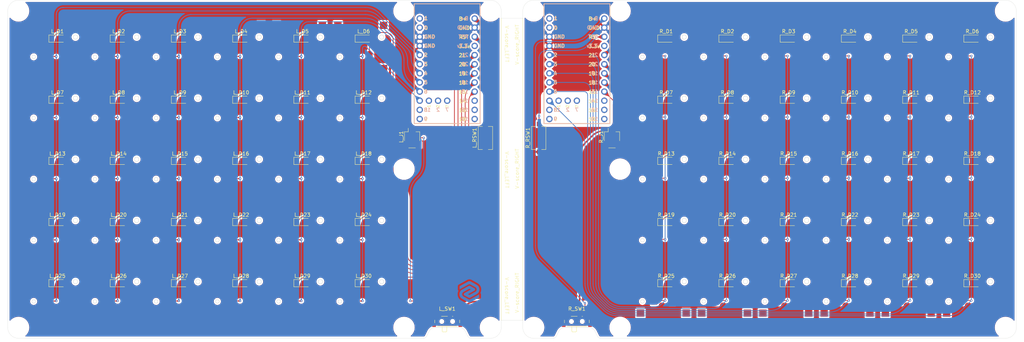
<source format=kicad_pcb>
(kicad_pcb (version 20240108) (generator "pcbnew") (generator_version "8.0")
  (layers (0 "F.Cu" mixed) (31 "B.Cu" signal) (34 "B.Paste" user) (35 "F.Paste" user) (36 "B.SilkS" user "B.Silkscreen") (37 "F.SilkS" user "F.Silkscreen") (38 "B.Mask" user) (39 "F.Mask" user) (44 "Edge.Cuts" user))
  (net 0 "")
  (net 1 "row-0L")
  (net 2 "row-1L")
  (net 3 "row-2L")
  (net 4 "row-3L")
  (net 5 "row-4L")
  (net 6 "col-0L")
  (net 7 "col-1L")
  (net 8 "col-2L")
  (net 9 "col-3L")
  (net 10 "col-4L")
  (net 11 "col-5L")
  (net 16 "GND_L")
  (net 17 "+BATT")
  (net 23 "+BATT_L")
  (net 26 "RESET_L")
  (net 27 "RAW_L")
  (net 28 "Net-(L_D1-A)")
  (net 29 "Net-(L_D2-A)")
  (net 30 "Net-(L_D3-A)")
  (net 31 "Net-(L_D4-A)")
  (net 32 "Net-(L_D5-A)")
  (net 33 "Net-(L_D6-A)")
  (net 34 "Net-(L_D7-A)")
  (net 35 "Net-(L_D8-A)")
  (net 36 "Net-(L_D9-A)")
  (net 37 "Net-(L_D10-A)")
  (net 38 "Net-(L_D11-A)")
  (net 39 "Net-(L_D12-A)")
  (net 40 "Net-(L_D13-A)")
  (net 41 "Net-(L_D14-A)")
  (net 42 "Net-(L_D15-A)")
  (net 43 "Net-(L_D16-A)")
  (net 44 "Net-(L_D17-A)")
  (net 45 "Net-(L_D18-A)")
  (net 46 "Net-(L_D19-A)")
  (net 47 "Net-(L_D20-A)")
  (net 48 "Net-(L_D21-A)")
  (net 49 "Net-(L_D22-A)")
  (net 50 "Net-(L_D23-A)")
  (net 51 "Net-(L_D24-A)")
  (net 52 "Net-(L_D25-A)")
  (net 53 "Net-(L_D26-A)")
  (net 54 "Net-(L_D27-A)")
  (net 55 "Net-(L_D28-A)")
  (net 56 "Net-(L_D29-A)")
  (net 57 "Net-(L_D30-A)")
  (net 58 "VCC_L")
  (net 59 "row-0R")
  (net 60 "Net-(R_D1-A)")
  (net 61 "Net-(R_D2-A)")
  (net 62 "Net-(R_D3-A)")
  (net 63 "Net-(R_D4-A)")
  (net 64 "Net-(R_D5-A)")
  (net 65 "Net-(R_D6-A)")
  (net 66 "Net-(R_D7-A)")
  (net 67 "row-1R")
  (net 68 "Net-(R_D8-A)")
  (net 69 "Net-(R_D9-A)")
  (net 70 "Net-(R_D10-A)")
  (net 71 "Net-(R_D11-A)")
  (net 72 "Net-(R_D12-A)")
  (net 73 "Net-(R_D13-A)")
  (net 74 "row-2R")
  (net 75 "Net-(R_D14-A)")
  (net 76 "Net-(R_D15-A)")
  (net 77 "Net-(R_D16-A)")
  (net 78 "Net-(R_D17-A)")
  (net 79 "Net-(R_D18-A)")
  (net 80 "Net-(R_D19-A)")
  (net 81 "row-3R")
  (net 82 "Net-(R_D20-A)")
  (net 83 "Net-(R_D21-A)")
  (net 84 "Net-(R_D22-A)")
  (net 85 "Net-(R_D23-A)")
  (net 86 "Net-(R_D24-A)")
  (net 87 "Net-(R_D25-A)")
  (net 88 "row-4R")
  (net 89 "Net-(R_D26-A)")
  (net 90 "Net-(R_D27-A)")
  (net 91 "Net-(R_D28-A)")
  (net 92 "Net-(R_D29-A)")
  (net 93 "Net-(R_D30-A)")
  (net 94 "GND_R")
  (net 95 "RESET_R")
  (net 96 "col-0R")
  (net 97 "col-1R")
  (net 98 "col-2R")
  (net 99 "col-3R")
  (net 100 "col-4R")
  (net 101 "col-5R")
  (net 103 "RAW_R")
  (net 109 "VCC_R")
  (footprint "Bayleaf:CPG1316S01D02_mikeholscher" (layer "F.Cu") (at 233 30)
    (property "Reference" "R_S10" (hide yes))
    (property "Value" "Keyswitch" (hide yes))
    (fp_circle (center -5.8 2.75) (end -5.3 2.75) (stroke (width 0.1)) (fill none) (layer "Edge.Cuts"))
    (fp_circle (center 5.8 -2.75) (end 6.4 -2.75) (stroke (width 0.1)) (fill none) (layer "Edge.Cuts"))
  )
  (footprint "Bayleaf:CPG1316S01D02_mikeholscher" (layer "F.Cu") (at 267 64)
    (property "Reference" "R_S24" (hide yes))
    (property "Value" "Keyswitch" (hide yes))
    (fp_circle (center -5.8 2.75) (end -5.3 2.75) (stroke (width 0.1)) (fill none) (layer "Edge.Cuts"))
    (fp_circle (center 5.8 -2.75) (end 6.4 -2.75) (stroke (width 0.1)) (fill none) (layer "Edge.Cuts"))
  )
  (footprint "Bayleaf:CPG1316S01D02_mikeholscher" (layer "F.Cu") (at 233 64)
    (property "Reference" "R_S22" (hide yes))
    (property "Value" "Keyswitch" (hide yes))
    (fp_circle (center -5.8 2.75) (end -5.3 2.75) (stroke (width 0.1)) (fill none) (layer "Edge.Cuts"))
    (fp_circle (center 5.8 -2.75) (end 6.4 -2.75) (stroke (width 0.1)) (fill none) (layer "Edge.Cuts"))
  )
  (footprint "Bayleaf:CPG1316S01D02_mikeholscher" (layer "F.Cu") (at 64 64)
    (property "Reference" "L_S22" (hide yes))
    (property "Value" "Keyswitch" (hide yes))
    (fp_circle (center -5.8 2.75) (end -5.3 2.75) (stroke (width 0.1)) (fill none) (layer "Edge.Cuts"))
    (fp_circle (center 5.8 -2.75) (end 6.4 -2.75) (stroke (width 0.1)) (fill none) (layer "Edge.Cuts"))
  )
  (footprint "Bayleaf:CPG1316S01D02_mikeholscher" (layer "F.Cu") (at 81 47)
    (property "Reference" "L_S17" (hide yes))
    (property "Value" "Keyswitch" (hide yes))
    (fp_circle (center -5.8 2.75) (end -5.3 2.75) (stroke (width 0.1)) (fill none) (layer "Edge.Cuts"))
    (fp_circle (center 5.8 -2.75) (end 6.4 -2.75) (stroke (width 0.1)) (fill none) (layer "Edge.Cuts"))
  )
  (footprint "Bayleaf:CPG1316S01D02_mikeholscher" (layer "F.Cu") (at 250 47)
    (property "Reference" "R_S17" (hide yes))
    (property "Value" "Keyswitch" (hide yes))
    (fp_circle (center -5.8 2.75) (end -5.3 2.75) (stroke (width 0.1)) (fill none) (layer "Edge.Cuts"))
    (fp_circle (center 5.8 -2.75) (end 6.4 -2.75) (stroke (width 0.1)) (fill none) (layer "Edge.Cuts"))
  )
  (footprint "Diode_SMD:D_SOD-123" (layer "F.Cu") (at 13.789982 61.678328)
    (property "Reference" "L_D19")
    (property "Value" "1N4148W")
  )
  (footprint "MountingHole:MountingHole_2.2mm_M2" (layer "F.Cu") (at 277 91)
    (property "Reference" "R_H6" (hide yes))
    (property "Value" "MountingHole")
  )
  (footprint "MountingHole:MountingHole_2.2mm_M2" (layer "F.Cu") (at 134 91)
    (property "Reference" "L_H6" (hide yes))
    (property "Value" "MountingHole")
  )
  (footprint "Diode_SMD:D_SOD-123" (layer "F.Cu") (at 81.789982 61.678328)
    (property "Reference" "L_D23")
    (property "Value" "1N4148W")
  )
  (footprint "Diode_SMD:D_SOD-123" (layer "F.Cu") (at 98.789982 27.678328)
    (property "Reference" "L_D12")
    (property "Value" "1N4148W")
  )
  (footprint "Diode_SMD:D_SOD-123" (layer "F.Cu") (at 216.789982 27.678328)
    (property "Reference" "R_D9")
    (property "Value" "1N4148W")
  )
  (footprint "Bayleaf:CPG1316S01D02_mikeholscher" (layer "F.Cu") (at 30 81)
    (property "Reference" "L_S26" (hide yes))
    (property "Value" "Keyswitch" (hide yes))
    (fp_circle (center -5.8 2.75) (end -5.3 2.75) (stroke (width 0.1)) (fill none) (layer "Edge.Cuts"))
    (fp_circle (center 5.8 -2.75) (end 6.4 -2.75) (stroke (width 0.1)) (fill none) (layer "Edge.Cuts"))
  )
  (footprint "Bayleaf:CPG1316S01D02_mikeholscher" (layer "F.Cu") (at 182 47)
    (property "Reference" "R_S13" (hide yes))
    (property "Value" "Keyswitch" (hide yes))
    (fp_circle (center -5.8 2.75) (end -5.3 2.75) (stroke (width 0.1)) (fill none) (layer "Edge.Cuts"))
    (fp_circle (center 5.8 -2.75) (end 6.4 -2.75) (stroke (width 0.1)) (fill none) (layer "Edge.Cuts"))
  )
  (footprint "Diode_SMD:D_SOD-123" (layer "F.Cu") (at 199.789982 27.678328)
    (property "Reference" "R_D8")
    (property "Value" "1N4148W")
  )
  (footprint "Bayleaf:CPG1316S01D02_mikeholscher" (layer "F.Cu") (at 47 30)
    (property "Reference" "L_S9" (hide yes))
    (property "Value" "Keyswitch" (hide yes))
    (fp_circle (center -5.8 2.75) (end -5.3 2.75) (stroke (width 0.1)) (fill none) (layer "Edge.Cuts"))
    (fp_circle (center 5.8 -2.75) (end 6.4 -2.75) (stroke (width 0.1)) (fill none) (layer "Edge.Cuts"))
  )
  (footprint "MountingHole:MountingHole_2.2mm_M2" (layer "F.Cu") (at 110 47)
    (property "Reference" "L_H7" (hide yes))
    (property "Value" "MountingHole")
  )
  (footprint "Bayleaf:CPG1316S01D02_mikeholscher" (layer "F.Cu") (at 64 13)
    (property "Reference" "L_S4" (hide yes))
    (property "Value" "Keyswitch" (hide yes))
    (fp_circle (center -5.8 2.75) (end -5.3 2.75) (stroke (width 0.1)) (fill none) (layer "Edge.Cuts"))
    (fp_circle (center 5.8 -2.75) (end 6.4 -2.75) (stroke (width 0.1)) (fill none) (layer "Edge.Cuts"))
  )
  (footprint "Button_Switch_SMD:SW_SPDT_PCM12" (layer "F.Cu") (at 122 89)
    (property "Reference" "L_SW1")
    (property "Value" "SW_SPDT")
  )
  (footprint "Diode_SMD:D_SOD-123" (layer "F.Cu") (at 233.789982 10.678328)
    (property "Reference" "R_D4")
    (property "Value" "1N4148W")
  )
  (footprint "Diode_SMD:D_SOD-123" (layer "F.Cu") (at 81.789982 44.678328)
    (property "Reference" "L_D17")
    (property "Value" "1N4148W")
  )
  (footprint "Bayleaf:CPG1316S01D02_mikeholscher" (layer "F.Cu") (at 216 13)
    (property "Reference" "R_S3" (hide yes))
    (property "Value" "Keyswitch" (hide yes))
    (fp_circle (center -5.8 2.75) (end -5.3 2.75) (stroke (width 0.1)) (fill none) (layer "Edge.Cuts"))
    (fp_circle (center 5.8 -2.75) (end 6.4 -2.75) (stroke (width 0.1)) (fill none) (layer "Edge.Cuts"))
  )
  (footprint "Bayleaf:CPG1316S01D02_mikeholscher" (layer "F.Cu") (at 81 13)
    (property "Reference" "L_S5" (hide yes))
    (property "Value" "Keyswitch" (hide yes))
    (fp_circle (center -5.8 2.75) (end -5.3 2.75) (stroke (width 0.1)) (fill none) (layer "Edge.Cuts"))
    (fp_circle (center 5.8 -2.75) (end 6.4 -2.75) (stroke (width 0.1)) (fill none) (layer "Edge.Cuts"))
  )
  (footprint "Bayleaf:CPG1316S01D02_mikeholscher" (layer "F.Cu") (at 199 64)
    (property "Reference" "R_S20" (hide yes))
    (property "Value" "Keyswitch" (hide yes))
    (fp_circle (center -5.8 2.75) (end -5.3 2.75) (stroke (width 0.1)) (fill none) (layer "Edge.Cuts"))
    (fp_circle (center 5.8 -2.75) (end 6.4 -2.75) (stroke (width 0.1)) (fill none) (layer "Edge.Cuts"))
  )
  (footprint "Bayleaf:CPG1316S01D02_mikeholscher" (layer "F.Cu") (at 267 81)
    (property "Reference" "R_S30" (hide yes))
    (property "Value" "Keyswitch" (hide yes))
    (fp_circle (center -5.8 2.75) (end -5.3 2.75) (stroke (width 0.1)) (fill none) (layer "Edge.Cuts"))
    (fp_circle (center 5.8 -2.75) (end 6.4 -2.75) (stroke (width 0.1)) (fill none) (layer "Edge.Cuts"))
  )
  (footprint "Bayleaf:CPG1316S01D02_mikeholscher" (layer "F.Cu") (at 182 13)
    (property "Reference" "R_S1" (hide yes))
    (property "Value" "Keyswitch" (hide yes))
    (fp_circle (center -5.8 2.75) (end -5.3 2.75) (stroke (width 0.1)) (fill none) (layer "Edge.Cuts"))
    (fp_circle (center 5.8 -2.75) (end 6.4 -2.75) (stroke (width 0.1)) (fill none) (layer "Edge.Cuts"))
  )
  (footprint "Diode_SMD:D_SOD-123" (layer "F.Cu") (at 267.789982 78.678328)
    (property "Reference" "R_D30")
    (property "Value" "1N4148W")
  )
  (footprint "Bayleaf:CPG1316S01D02_mikeholscher" (layer "F.Cu") (at 98 81)
    (property "Reference" "L_S30" (hide yes))
    (property "Value" "Keyswitch" (hide yes))
    (fp_circle (center -5.8 2.75) (end -5.3 2.75) (stroke (width 0.1)) (fill none) (layer "Edge.Cuts"))
    (fp_circle (center 5.8 -2.75) (end 6.4 -2.75) (stroke (width 0.1)) (fill none) (layer "Edge.Cuts"))
  )
  (footprint "Bayleaf:CPG1316S01D02_mikeholscher" (layer "F.Cu") (at 233 13)
    (property "Reference" "R_S4" (hide yes))
    (property "Value" "Keyswitch" (hide yes))
    (fp_circle (center -5.8 2.75) (end -5.3 2.75) (stroke (width 0.1)) (fill none) (layer "Edge.Cuts"))
    (fp_circle (center 5.8 -2.75) (end 6.4 -2.75) (stroke (width 0.1)) (fill none) (layer "Edge.Cuts"))
  )
  (footprint "Bayleaf:CPG1316S01D02_mikeholscher" (layer "F.Cu") (at 216 81)
    (property "Reference" "R_S27" (hide yes))
    (property "Value" "Keyswitch" (hide yes))
    (fp_circle (center -5.8 2.75) (end -5.3 2.75) (stroke (width 0.1)) (fill none) (layer "Edge.Cuts"))
    (fp_circle (center 5.8 -2.75) (end 6.4 -2.75) (stroke (width 0.1)) (fill none) (layer "Edge.Cuts"))
  )
  (footprint "Bayleaf:CPG1316S01D02_mikeholscher" (layer "F.Cu") (at 13 81)
    (property "Reference" "L_S25" (hide yes))
    (property "Value" "Keyswitch" (hide yes))
    (fp_circle (center -5.8 2.75) (end -5.3 2.75) (stroke (width 0.1)) (fill none) (layer "Edge.Cuts"))
    (fp_circle (center 5.8 -2.75) (end 6.4 -2.75) (stroke (width 0.1)) (fill none) (layer "Edge.Cuts"))
  )
  (footprint "Diode_SMD:D_SOD-123" (layer "F.Cu") (at 267.789982 61.678328)
    (property "Reference" "R_D24")
    (property "Value" "1N4148W")
  )
  (footprint "Bayleaf:CPG1316S01D02_mikeholscher" (layer "F.Cu") (at 98 47)
    (property "Reference" "L_S18" (hide yes))
    (property "Value" "Keyswitch" (hide yes))
    (fp_circle (center -5.8 2.75) (end -5.3 2.75) (stroke (width 0.1)) (fill none) (layer "Edge.Cuts"))
    (fp_circle (center 5.8 -2.75) (end 6.4 -2.75) (stroke (width 0.1)) (fill none) (layer "Edge.Cuts"))
  )
  (footprint "Diode_SMD:D_SOD-123" (layer "F.Cu") (at 267.789982 10.678328)
    (property "Reference" "R_D6")
    (property "Value" "1N4148W")
  )
  (footprint "Diode_SMD:D_SOD-123" (layer "F.Cu") (at 233.789982 27.678328)
    (property "Reference" "R_D10")
    (property "Value" "1N4148W")
  )
  (footprint "Diode_SMD:D_SOD-123" (layer "F.Cu") (at 81.789982 78.678328)
    (property "Reference" "L_D29")
    (property "Value" "1N4148W")
  )
  (footprint "Bayleaf:CPG1316S01D02_mikeholscher" (layer "F.Cu") (at 267 30)
    (property "Reference" "R_S12" (hide yes))
    (property "Value" "Keyswitch" (hide yes))
    (fp_circle (center -5.8 2.75) (end -5.3 2.75) (stroke (width 0.1)) (fill none) (layer "Edge.Cuts"))
    (fp_circle (center 5.8 -2.75) (end 6.4 -2.75) (stroke (width 0.1)) (fill none) (layer "Edge.Cuts"))
  )
  (footprint "Bayleaf:CPG1316S01D02_mikeholscher" (layer "F.Cu") (at 216 47)
    (property "Reference" "R_S15" (hide yes))
    (property "Value" "Keyswitch" (hide yes))
    (fp_circle (center -5.8 2.75) (end -5.3 2.75) (stroke (width 0.1)) (fill none) (layer "Edge.Cuts"))
    (fp_circle (center 5.8 -2.75) (end 6.4 -2.75) (stroke (width 0.1)) (fill none) (layer "Edge.Cuts"))
  )
  (footprint "Diode_SMD:D_SOD-123" (layer "F.Cu") (at 64.789982 27.678328)
    (property "Reference" "L_D10")
    (property "Value" "1N4148W")
  )
  (footprint "MountingHole:MountingHole_2.2mm_M2" (layer "F.Cu") (at 3 3)
    (property "Reference" "L_H1" (hide yes))
    (property "Value" "MountingHole")
  )
  (footprint "Diode_SMD:D_SOD-123" (layer "F.Cu") (at 216.789982 61.678328)
    (property "Reference" "R_D21")
    (property "Value" "1N4148W")
  )
  (footprint "Bayleaf:CPG1316S01D02_mikeholscher" (layer "F.Cu") (at 81 64)
    (property "Reference" "L_S23" (hide yes))
    (property "Value" "Keyswitch" (hide yes))
    (fp_circle (center -5.8 2.75) (end -5.3 2.75) (stroke (width 0.1)) (fill none) (layer "Edge.Cuts"))
    (fp_circle (center 5.8 -2.75) (end 6.4 -2.75) (stroke (width 0.1)) (fill none) (layer "Edge.Cuts"))
  )
  (footprint "Bayleaf:CPG1316S01D02_mikeholscher" (layer "F.Cu") (at 30 64)
    (property "Reference" "L_S20" (hide yes))
    (property "Value" "Keyswitch" (hide yes))
    (fp_circle (center -5.8 2.75) (end -5.3 2.75) (stroke (width 0.1)) (fill none) (layer "Edge.Cuts"))
    (fp_circle (center 5.8 -2.75) (end 6.4 -2.75) (stroke (width 0.1)) (fill none) (layer "Edge.Cuts"))
  )
  (footprint "Bayleaf:CPG1316S01D02_mikeholscher" (layer "F.Cu") (at 199 30)
    (property "Reference" "R_S8" (hide yes))
    (property "Value" "Keyswitch" (hide yes))
    (fp_circle (center -5.8 2.75) (end -5.3 2.75) (stroke (width 0.1)) (fill none) (layer "Edge.Cuts"))
    (fp_circle (center 5.8 -2.75) (end 6.4 -2.75) (stroke (width 0.1)) (fill none) (layer "Edge.Cuts"))
  )
  (footprint "Bayleaf:CPG1316S01D02_mikeholscher" (layer "F.Cu") (at 30 30)
    (property "Reference" "L_S8" (hide yes))
    (property "Value" "Keyswitch" (hide yes))
    (fp_circle (center -5.8 2.75) (end -5.3 2.75) (stroke (width 0.1)) (fill none) (layer "Edge.Cuts"))
    (fp_circle (center 5.8 -2.75) (end 6.4 -2.75) (stroke (width 0.1)) (fill none) (layer "Edge.Cuts"))
  )
  (footprint "Diode_SMD:D_SOD-123" (layer "F.Cu") (at 267.789982 44.678328)
    (property "Reference" "R_D18")
    (property "Value" "1N4148W")
  )
  (footprint "Diode_SMD:D_SOD-123" (layer "F.Cu") (at 47.789982 27.678328)
    (property "Reference" "L_D9")
    (property "Value" "1N4148W")
  )
  (footprint "Diode_SMD:D_SOD-123" (layer "F.Cu") (at 30.789982 27.678328)
    (property "Reference" "L_D8")
    (property "Value" "1N4148W")
  )
  (footprint "Bayleaf:CPG1316S01D02_mikeholscher" (layer "F.Cu") (at 216 64)
    (property "Reference" "R_S21" (hide yes))
    (property "Value" "Keyswitch" (hide yes))
    (fp_circle (center -5.8 2.75) (end -5.3 2.75) (stroke (width 0.1)) (fill none) (layer "Edge.Cuts"))
    (fp_circle (center 5.8 -2.75) (end 6.4 -2.75) (stroke (width 0.1)) (fill none) (layer "Edge.Cuts"))
  )
  (footprint "Diode_SMD:D_SOD-123" (layer "F.Cu") (at 47.789982 10.678328)
    (property "Reference" "L_D3")
    (property "Value" "1N4148W")
  )
  (footprint "Bayleaf:CPG1316S01D02_mikeholscher" (layer "F.Cu") (at 64 81)
    (property "Reference" "L_S28" (hide yes))
    (property "Value" "Keyswitch" (hide yes))
    (fp_circle (center -5.8 2.75) (end -5.3 2.75) (stroke (width 0.1)) (fill none) (layer "Edge.Cuts"))
    (fp_circle (center 5.8 -2.75) (end 6.4 -2.75) (stroke (width 0.1)) (fill none) (layer "Edge.Cuts"))
  )
  (footprint "Bayleaf:CPG1316S01D02_mikeholscher" (layer "F.Cu") (at 182 30)
    (property "Reference" "R_S7" (hide yes))
    (property "Value" "Keyswitch" (hide yes))
    (fp_circle (center -5.8 2.75) (end -5.3 2.75) (stroke (width 0.1)) (fill none) (layer "Edge.Cuts"))
    (fp_circle (center 5.8 -2.75) (end 6.4 -2.75) (stroke (width 0.1)) (fill none) (layer "Edge.Cuts"))
  )
  (footprint "Diode_SMD:D_SOD-123" (layer "F.Cu") (at 64.789982 78.678328)
    (property "Reference" "L_D28")
    (property "Value" "1N4148W")
  )
  (footprint "Diode_SMD:D_SOD-123" (layer "F.Cu") (at 64.789982 10.678328)
    (property "Reference" "L_D4")
    (property "Value" "1N4148W")
  )
  (footprint "Button_Switch_SMD:SW_SPDT_PCM12" (layer "F.Cu") (at 158 89)
    (property "Reference" "R_SW1")
    (property "Value" "SW_SPDT")
  )
  (footprint "Diode_SMD:D_SOD-123" (layer "F.Cu") (at 182.789982 44.678328)
    (property "Reference" "R_D13")
    (property "Value" "1N4148W")
  )
  (footprint "Diode_SMD:D_SOD-123" (layer "F.Cu") (at 13.789982 44.678328)
    (property "Reference" "L_D13")
    (property "Value" "1N4148W")
  )
  (footprint "Diode_SMD:D_SOD-123" (layer "F.Cu") (at 64.789982 44.678328)
    (property "Reference" "L_D16")
    (property "Value" "1N4148W")
  )
  (footprint "Bayleaf:CPG1316S01D02_mikeholscher" (layer "F.Cu") (at 250 64)
    (property "Reference" "R_S23" (hide yes))
    (property "Value" "Keyswitch" (hide yes))
    (fp_circle (center -5.8 2.75) (end -5.3 2.75) (stroke (width 0.1)) (fill none) (layer "Edge.Cuts"))
    (fp_circle (center 5.8 -2.75) (end 6.4 -2.75) (stroke (width 0.1)) (fill none) (layer "Edge.Cuts"))
  )
  (footprint "Diode_SMD:D_SOD-123" (layer "F.Cu") (at 250.789982 44.678328)
    (property "Reference" "R_D17")
    (property "Value" "1N4148W")
  )
  (footprint "Diode_SMD:D_SOD-123" (layer "F.Cu") (at 13.789982 78.678328)
    (property "Reference" "L_D25")
    (property "Value" "1N4148W")
  )
  (footprint "Diode_SMD:D_SOD-123" (layer "F.Cu") (at 182.789982 27.678328)
    (property "Reference" "R_D7")
    (property "Value" "1N4148W")
  )
  (footprint "MountingHole:MountingHole_2.2mm_M2" (layer "F.Cu") (at 146 3)
    (property "Reference" "R_H1" (hide yes))
    (property "Value" "MountingHole")
  )
  (footprint "Diode_SMD:D_SOD-123" (layer "F.Cu") (at 250.789982 27.678328)
    (property "Reference" "R_D11")
    (property "Value" "1N4148W")
  )
  (footprint "ScottoKeebs_MCU:Nice_Nano_V2" (layer "F.Cu") (at 158 18.78)
    (property "Reference" "R_U1" (hide yes))
    (property "Value" "N!N_V2" (hide yes))
  )
  (footprint "ScottoKeebs_MCU:Nice_Nano_V2" (layer "F.Cu") (at 122 18.78)
    (property "Reference" "L_U1" (hide yes))
    (property "Value" "N!N_V2" (hide yes))
  )
  (footprint "Diode_SMD:D_SOD-123" (layer "F.Cu") (at 233.789982 61.678328)
    (property "Reference" "R_D22")
    (property "Value" "1N4148W")
  )
  (footprint "Diode_SMD:D_SOD-123" (layer "F.Cu") (at 98.789982 78.678328)
    (property "Reference" "L_D30")
    (property "Value" "1N4148W")
  )
  (footprint "Bayleaf:CPG1316S01D02_mikeholscher" (layer "F.Cu") (at 98 30)
    (property "Reference" "L_S12" (hide yes))
    (property "Value" "Keyswitch" (hide yes))
    (fp_circle (center -5.8 2.75) (end -5.3 2.75) (stroke (width 0.1)) (fill none) (layer "Edge.Cuts"))
    (fp_circle (center 5.8 -2.75) (end 6.4 -2.75) (stroke (width 0.1)) (fill none) (layer "Edge.Cuts"))
  )
  (footprint "Bayleaf:CPG1316S01D02_mikeholscher" (layer "F.Cu") (at 64 47)
    (property "Reference" "L_S16" (hide yes))
    (property "Value" "Keyswitch" (hide yes))
    (fp_circle (center -5.8 2.75) (end -5.3 2.75) (stroke (width 0.1)) (fill none) (layer "Edge.Cuts"))
    (fp_circle (center 5.8 -2.75) (end 6.4 -2.75) (stroke (width 0.1)) (fill none) (layer "Edge.Cuts"))
  )
  (footprint "MountingHole:MountingHole_2.2mm_M2" (layer "F.Cu") (at 170 47)
    (property "Reference" "R_H7" (hide yes))
    (property "Value" "MountingHole")
  )
  (footprint "Diode_SMD:D_SOD-123" (layer "F.Cu") (at 216.789982 78.678328)
    (property "Reference" "R_D27")
    (property "Value" "1N4148W")
  )
  (footprint "Bayleaf:CPG1316S01D02_mikeholscher" (layer "F.Cu") (at 81 81)
    (property "Reference" "L_S29" (hide yes))
    (property "Value" "Keyswitch" (hide yes))
    (fp_circle (center -5.8 2.75) (end -5.3 2.75) (stroke (width 0.1)) (fill none) (layer "Edge.Cuts"))
    (fp_circle (center 5.8 -2.75) (end 6.4 -2.75) (stroke (width 0.1)) (fill none) (layer "Edge.Cuts"))
  )
  (footprint "Diode_SMD:D_SOD-123" (layer "F.Cu") (at 30.789982 44.678328)
    (property "Reference" "L_D14")
    (property "Value" "1N4148W")
  )
  (footprint "Bayleaf:CPG1316S01D02_mikeholscher" (layer "F.Cu") (at 250 13)
    (property "Reference" "R_S5" (hide yes))
    (property "Value" "Keyswitch" (hide yes))
    (fp_circle (center -5.8 2.75) (end -5.3 2.75) (stroke (width 0.1)) (fill none) (layer "Edge.Cuts"))
    (fp_circle (center 5.8 -2.75) (end 6.4 -2.75) (stroke (width 0.1)) (fill none) (layer "Edge.Cuts"))
  )
  (footprint "Bayleaf:CPG1316S01D02_mikeholscher" (layer "F.Cu") (at 81 30)
    (property "Reference" "L_S11" (hide yes))
    (property "Value" "Keyswitch" (hide yes))
    (fp_circle (center -5.8 2.75) (end -5.3 2.75) (stroke (width 0.1)) (fill none) (layer "Edge.Cuts"))
    (fp_circle (center 5.8 -2.75) (end 6.4 -2.75) (stroke (width 0.1)) (fill none) (layer "Edge.Cuts"))
  )
  (footprint "Diode_SMD:D_SOD-123" (layer "F.Cu") (at 182.789982 78.678328)
    (property "Reference" "R_D25")
    (property "Value" "1N4148W")
  )
  (footprint "Bayleaf:CPG1316S01D02_mikeholscher" (layer "F.Cu") (at 199 47)
    (property "Reference" "R_S14" (hide yes))
    (property "Value" "Keyswitch" (hide yes))
    (fp_circle (center -5.8 2.75) (end -5.3 2.75) (stroke (width 0.1)) (fill none) (layer "Edge.Cuts"))
    (fp_circle (center 5.8 -2.75) (end 6.4 -2.75) (stroke (width 0.1)) (fill none) (layer "Edge.Cuts"))
  )
  (footprint "Bayleaf:CPG1316S01D02_mikeholscher" (layer "F.Cu") (at 199 81)
    (property "Reference" "R_S26" (hide yes))
    (property "Value" "Keyswitch" (hide yes))
    (fp_circle (center -5.8 2.75) (end -5.3 2.75) (stroke (width 0.1)) (fill none) (layer "Edge.Cuts"))
    (fp_circle (center 5.8 -2.75) (end 6.4 -2.75) (stroke (width 0.1)) (fill none) (layer "Edge.Cuts"))
  )
  (footprint "Diode_SMD:D_SOD-123" (layer "F.Cu") (at 30.789982 78.678328)
    (property "Reference" "L_D26")
    (property "Value" "1N4148W")
  )
  (footprint "Diode_SMD:D_SOD-123" (layer "F.Cu") (at 182.789982 10.678328)
    (property "Reference" "R_D1")
    (property "Value" "1N4148W")
  )
  (footprint "Bayleaf:CPG1316S01D02_mikeholscher" (layer "F.Cu") (at 30 13)
    (property "Reference" "L_S2" (hide yes))
    (property "Value" "Keyswitch" (hide yes))
    (fp_circle (center -5.8 2.75) (end -5.3 2.75) (stroke (width 0.1)) (fill none) (layer "Edge.Cuts"))
    (fp_circle (center 5.8 -2.75) (end 6.4 -2.75) (stroke (width 0.1)) (fill none) (layer "Edge.Cuts"))
  )
  (footprint "MountingHole:MountingHole_2.2mm_M2" (layer "F.Cu") (at 3 91)
    (property "Reference" "L_H4" (hide yes))
    (property "Value" "MountingHole")
  )
  (footprint "Button_Switch_SMD:SW_Tactile_SPST_NO_Straight_CK_PTS636Sx25SMTRLFS" (layer "F.Cu") (at 132.6 38.3 90)
    (property "Reference" "L_RSW1")
    (property "Value" "SW_RST")
  )
  (footprint "Diode_SMD:D_SOD-123" (layer "F.Cu") (at 30.789982 61.678328)
    (property "Reference" "L_D20")
    (property "Value" "1N4148W")
  )
  (footprint "Bayleaf:CPG1316S01D02_mikeholscher" (layer "F.Cu") (at 47 64)
    (property "Reference" "L_S21" (hide yes))
    (property "Value" "Keyswitch" (hide yes))
    (fp_circle (center -5.8 2.75) (end -5.3 2.75) (stroke (width 0.1)) (fill none) (layer "Edge.Cuts"))
    (fp_circle (center 5.8 -2.75) (end 6.4 -2.75) (stroke (width 0.1)) (fill none) (layer "Edge.Cuts"))
  )
  (footprint "Diode_SMD:D_SOD-123" (layer "F.Cu") (at 199.789982 10.678328)
    (property "Reference" "R_D2")
    (property "Value" "1N4148W")
  )
  (footprint "Bayleaf:CPG1316S01D02_mikeholscher" (layer "F.Cu") (at 13 64)
    (property "Reference" "L_S19" (hide yes))
    (property "Value" "Keyswitch" (hide yes))
    (fp_circle (center -5.8 2.75) (end -5.3 2.75) (stroke (width 0.1)) (fill none) (layer "Edge.Cuts"))
    (fp_circle (center 5.8 -2.75) (end 6.4 -2.75) (stroke (width 0.1)) (fill none) (layer "Edge.Cuts"))
  )
  (footprint "Diode_SMD:D_SOD-123" (layer "F.Cu") (at 64.789982 61.678328)
    (property "Reference" "L_D22")
    (property "Value" "1N4148W")
  )
  (footprint "Bayleaf:CPG1316S01D02_mikeholscher" (layer "F.Cu") (at 182 64)
    (property "Reference" "R_S19" (hide yes))
    (property "Value" "Keyswitch" (hide yes))
    (fp_circle (center -5.8 2.75) (end -5.3 2.75) (stroke (width 0.1)) (fill none) (layer "Edge.Cuts"))
    (fp_circle (center 5.8 -2.75) (end 6.4 -2.75) (stroke (width 0.1)) (fill none) (layer "Edge.Cuts"))
  )
  (footprint "Bayleaf:CPG1316S01D02_mikeholscher" (layer "F.Cu") (at 199 13)
    (property "Reference" "R_S2" (hide yes))
    (property "Value" "Keyswitch" (hide yes))
    (fp_circle (center -5.8 2.75) (end -5.3 2.75) (stroke (width 0.1)) (fill none) (layer "Edge.Cuts"))
    (fp_circle (center 5.8 -2.75) (end 6.4 -2.75) (stroke (width 0.1)) (fill none) (layer "Edge.Cuts"))
  )
  (footprint "Diode_SMD:D_SOD-123" (layer "F.Cu") (at 250.789982 10.678328)
    (property "Reference" "R_D5")
    (property "Value" "1N4148W")
  )
  (footprint "Diode_SMD:D_SOD-123" (layer "F.Cu") (at 81.789982 10.678328)
    (property "Reference" "L_D5")
    (property "Value" "1N4148W")
  )
  (footprint "MountingHole:MountingHole_2.2mm_M2" (layer "F.Cu") (at 277 3)
    (property "Reference" "R_H3" (hide yes))
    (property "Value" "MountingHole")
  )
  (footprint "Bayleaf:CPG1316S01D02_mikeholscher" (layer "F.Cu") (at 267 47)
    (property "Reference" "R_S18" (hide yes))
    (property "Value" "Keyswitch" (hide yes))
    (fp_circle (center -5.8 2.75) (end -5.3 2.75) (stroke (width 0.1)) (fill none) (layer "Edge.Cuts"))
    (fp_circle (center 5.8 -2.75) (end 6.4 -2.75) (stroke (width 0.1)) (fill none) (layer "Edge.Cuts"))
  )
  (footprint "Diode_SMD:D_SOD-123" (layer "F.Cu") (at 199.789982 78.678328)
    (property "Reference" "R_D26")
    (property "Value" "1N4148W")
  )
  (footprint "Diode_SMD:D_SOD-123" (layer "F.Cu") (at 30.789982 10.678328)
    (property "Reference" "L_D2")
    (property "Value" "1N4148W")
  )
  (footprint "Diode_SMD:D_SOD-123" (layer "F.Cu") (at 199.789982 44.678328)
    (property "Reference" "R_D14")
    (property "Value" "1N4148W")
  )
  (footprint "Diode_SMD:D_SOD-123" (layer "F.Cu") (at 199.789982 61.678328)
    (property "Reference" "R_D20")
    (property "Value" "1N4148W")
  )
  (footprint "Bayleaf:CPG1316S01D02_mikeholscher" (layer "F.Cu") (at 13 13)
    (property "Reference" "L_S1" (hide yes))
    (property "Value" "Keyswitch" (hide yes))
    (fp_circle (center -5.8 2.75) (end -5.3 2.75) (stroke (width 0.1)) (fill none) (layer "Edge.Cuts"))
    (fp_circle (center 5.8 -2.75) (end 6.4 -2.75) (stroke (width 0.1)) (fill none) (layer "Edge.Cuts"))
  )
  (footprint "Bayleaf:CPG1316S01D02_mikeholscher" (layer "F.Cu") (at 30 47)
    (property "Reference" "L_S14" (hide yes))
    (property "Value" "Keyswitch" (hide yes))
    (fp_circle (center -5.8 2.75) (end -5.3 2.75) (stroke (width 0.1)) (fill none) (layer "Edge.Cuts"))
    (fp_circle (center 5.8 -2.75) (end 6.4 -2.75) (stroke (width 0.1)) (fill none) (layer "Edge.Cuts"))
  )
  (footprint "Connector_JST:JST_SH_SM02B-SRSS-TB_1x02-1MP_P1.00mm_Horizontal" (layer "F.Cu") (at 112.25 38.375)
    (property "Reference" "L_J1")
    (property "Value" "Conn_01x02_Socket")
  )
  (footprint "Bayleaf:CPG1316S01D02_mikeholscher" (layer "F.Cu") (at 250 30)
    (property "Reference" "R_S11" (hide yes))
    (property "Value" "Keyswitch" (hide yes))
    (fp_circle (center -5.8 2.75) (end -5.3 2.75) (stroke (width 0.1)) (fill none) (layer "Edge.Cuts"))
    (fp_circle (center 5.8 -2.75) (end 6.4 -2.75) (stroke (width 0.1)) (fill none) (layer "Edge.Cuts"))
  )
  (footprint "Diode_SMD:D_SOD-123" (layer "F.Cu") (at 98.789982 10.678328)
    (property "Reference" "L_D6")
    (property "Value" "1N4148W")
  )
  (footprint "Bayleaf:CPG1316S01D02_mikeholscher" (layer "F.Cu") (at 13 47)
    (property "Reference" "L_S13" (hide yes))
    (property "Value" "Keyswitch" (hide yes))
    (fp_circle (center -5.8 2.75) (end -5.3 2.75) (stroke (width 0.1)) (fill none) (layer "Edge.Cuts"))
    (fp_circle (center 5.8 -2.75) (end 6.4 -2.75) (stroke (width 0.1)) (fill none) (layer "Edge.Cuts"))
  )
  (footprint "Diode_SMD:D_SOD-123" (layer "F.Cu") (at 233.789982 44.678328)
    (property "Reference" "R_D16")
    (property "Value" "1N4148W")
  )
  (footprint "Bayleaf:CPG1316S01D02_mikeholscher" (layer "F.Cu") (at 216 30)
    (property "Reference" "R_S9" (hide yes))
    (property "Value" "Keyswitch" (hide yes))
    (fp_circle (center -5.8 2.75) (end -5.3 2.75) (stroke (width 0.1)) (fill none) (layer "Edge.Cuts"))
    (fp_circle (center 5.8 -2.75) (end 6.4 -2.75) (stroke (width 0.1)) (fill none) (layer "Edge.Cuts"))
  )
  (footprint "Diode_SMD:D_SOD-123" (layer "F.Cu") (at 216.789982 44.678328)
    (property "Reference" "R_D15")
    (property "Value" "1N4148W")
  )
  (footprint "Diode_SMD:D_SOD-123" (layer "F.Cu") (at 98.789982 44.678328)
    (property "Reference" "L_D18")
    (property "Value" "1N4148W")
  )
  (footprint "Bayleaf:CPG1316S01D02_mikeholscher" (layer "F.Cu") (at 98 13)
    (property "Reference" "L_S6" (hide yes))
    (property "Value" "Keyswitch" (hide yes))
    (fp_circle (center -5.8 2.75) (end -5.3 2.75) (stroke (width 0.1)) (fill none) (layer "Edge.Cuts"))
    (fp_circle (center 5.8 -2.75) (end 6.4 -2.75) (stroke (width 0.1)) (fill none) (layer "Edge.Cuts"))
  )
  (footprint "MountingHole:MountingHole_2.2mm_M2" (layer "F.Cu") (at 170 3)
    (property "Reference" "R_H2" (hide yes))
    (property "Value" "MountingHole")
  )
  (footprint "Bayleaf:CPG1316S01D02_mikeholscher" (layer "F.Cu") (at 47 47)
    (property "Reference" "L_S15" (hide yes))
    (property "Value" "Keyswitch" (hide yes))
    (fp_circle (center -5.8 2.75) (end -5.3 2.75) (stroke (width 0.1)) (fill none) (layer "Edge.Cuts"))
    (fp_circle (center 5.8 -2.75) (end 6.4 -2.75) (stroke (width 0.1)) (fill none) (layer "Edge.Cuts"))
  )
  (footprint "Diode_SMD:D_SOD-123" (layer "F.Cu") (at 216.789982 10.678328)
    (property "Reference" "R_D3")
    (property "Value" "1N4148W")
  )
  (footprint "Bayleaf:CPG1316S01D02_mikeholscher" (layer "F.Cu") (at 233 47)
    (property "Reference" "R_S16" (hide yes))
    (property "Value" "Keyswitch" (hide yes))
    (fp_circle (center -5.8 2.75) (end -5.3 2.75) (stroke (width 0.1)) (fill none) (layer "Edge.Cuts"))
    (fp_circle (center 5.8 -2.75) (end 6.4 -2.75) (stroke (width 0.1)) (fill none) (layer "Edge.Cuts"))
  )
  (footprint "MountingHole:MountingHole_2.2mm_M2" (layer "F.Cu") (at 146 91)
    (property "Reference" "R_H4" (hide yes))
    (property "Value" "MountingHole")
  )
  (footprint "Bayleaf:CPG1316S01D02_mikeholscher" (layer "F.Cu") (at 182 81)
    (property "Reference" "R_S25" (hide yes))
    (property "Value" "Keyswitch" (hide yes))
    (fp_circle (center -5.8 2.75) (end -5.3 2.75) (stroke (width 0.1)) (fill none) (layer "Edge.Cuts"))
    (fp_circle (center 5.8 -2.75) (end 6.4 -2.75) (stroke (width 0.1)) (fill none) (layer "Edge.Cuts"))
  )
  (footprint "Bayleaf:CPG1316S01D02_mikeholscher" (layer "F.Cu") (at 233 81)
    (property "Reference" "R_S28" (hide yes))
    (property "Value" "Keyswitch" (hide yes))
    (fp_circle (center -5.8 2.75) (end -5.3 2.75) (stroke (width 0.1)) (fill none) (layer "Edge.Cuts"))
    (fp_circle (center 5.8 -2.75) (end 6.4 -2.75) (stroke (width 0.1)) (fill none) (layer "Edge.Cuts"))
  )
  (footprint "Diode_SMD:D_SOD-123" (layer "F.Cu") (at 47.789982 44.678328)
    (property "Reference" "L_D15")
    (property "Value" "1N4148W")
  )
  (footprint "Bayleaf:CPG1316S01D02_mikeholscher" (layer "F.Cu") (at 64 30)
    (property "Reference" "L_S10" (hide yes))
    (property "Value" "Keyswitch" (hide yes))
    (fp_circle (center -5.8 2.75) (end -5.3 2.75) (stroke (width 0.1)) (fill none) (layer "Edge.Cuts"))
    (fp_circle (center 5.8 -2.75) (end 6.4 -2.75) (stroke (width 0.1)) (fill none) (layer "Edge.Cuts"))
  )
  (footprint "Bayleaf:CPG1316S01D02_mikeholscher" (layer "F.Cu") (at 267 13)
    (property "Reference" "R_S6" (hide yes))
    (property "Value" "Keyswitch" (hide yes))
    (fp_circle (center -5.8 2.75) (end -5.3 2.75) (stroke (width 0.1)) (fill none) (layer "Edge.Cuts"))
    (fp_circle (center 5.8 -2.75) (end 6.4 -2.75) (stroke (width 0.1)) (fill none) (layer "Edge.Cuts"))
  )
  (footprint "Bayleaf:CPG1316S01D02_mikeholscher" (layer "F.Cu") (at 250 81)
    (property "Reference" "R_S29" (hide yes))
    (property "Value" "Keyswitch" (hide yes))
    (fp_circle (center -5.8 2.75) (end -5.3 2.75) (stroke (width 0.1)) (fill none) (layer "Edge.Cuts"))
    (fp_circle (center 5.8 -2.75) (end 6.4 -2.75) (stroke (width 0.1)) (fill none) (layer "Edge.Cuts"))
  )
  (footprint "Diode_SMD:D_SOD-123" (layer "F.Cu") (at 13.789982 27.678328)
    (property "Reference" "L_D7")
    (property "Value" "1N4148W")
  )
  (footprint "Diode_SMD:D_SOD-123" (layer "F.Cu") (at 13.789982 10.678328)
    (property "Reference" "L_D1")
    (property "Value" "1N4148W")
  )
  (footprint "Diode_SMD:D_SOD-123" (layer "F.Cu") (at 250.789982 78.678328)
    (property "Reference" "R_D29")
    (property "Value" "1N4148W")
  )
  (footprint "MountingHole:MountingHole_2.2mm_M2" (layer "F.Cu") (at 170 91)
    (property "Reference" "R_H5" (hide yes))
    (property "Value" "MountingHole")
  )
  (footprint "Diode_SMD:D_SOD-123" (layer "F.Cu") (at 250.789982 61.678328)
    (property "Reference" "R_D23")
    (property "Value" "1N4148W")
  )
  (footprint "Diode_SMD:D_SOD-123" (layer "F.Cu") (at 233.789982 78.678328)
    (property "Reference" "R_D28")
    (property "Value" "1N4148W")
  )
  (footprint "MountingHole:MountingHole_2.2mm_M2" (layer "F.Cu") (at 110 91)
    (property "Reference" "L_H5" (hide yes))
    (property "Value" "MountingHole")
  )
  (footprint "Diode_SMD:D_SOD-123" (layer "F.Cu") (at 47.789982 78.678328)
    (property "Reference" "L_D27")
    (property "Value" "1N4148W")
  )
  (footprint "Button_Switch_SMD:SW_Tactile_SPST_NO_Straight_CK_PTS636Sx25SMTRLFS" (layer "F.Cu") (at 147.4 38.3 90)
    (property "Reference" "R_RSW1")
    (property "Value" "SW_RST")
  )
  (footprint "Diode_SMD:D_SOD-123" (layer "F.Cu") (at 81.789982 27.678328)
    (property "Reference" "L_D11")
    (property "Value" "1N4148W")
  )
  (footprint "Bayleaf:CPG1316S01D02_mikeholscher" (layer "F.Cu") (at 47 13)
    (property "Reference" "L_S3" (hide yes))
    (property "Value" "Keyswitch" (hide yes))
    (fp_circle (center -5.8 2.75) (end -5.3 2.75) (stroke (width 0.1)) (fill none) (layer "Edge.Cuts"))
    (fp_circle (center 5.8 -2.75) (end 6.4 -2.75) (stroke (width 0.1)) (fill none) (layer "Edge.Cuts"))
  )
  (footprint "MountingHole:MountingHole_2.2mm_M2" (layer "F.Cu") (at 134 3)
    (property "Reference" "L_H3" (hide yes))
    (property "Value" "MountingHole")
  )
  (footprint "MountingHole:MountingHole_2.2mm_M2" (layer "F.Cu") (at 110 3)
    (property "Reference" "L_H2" (hide yes))
    (property "Value" "MountingHole")
  )
  (footprint "Diode_SMD:D_SOD-123" (layer "F.Cu") (at 47.789982 61.678328)
    (property "Reference" "L_D21")
    (property "Value" "1N4148W")
  )
  (footprint "Connector_JST:JST_SH_SM02B-SRSS-TB_1x02-1MP_P1.00mm_Horizontal" (layer "F.Cu") (at 167.75 38.375)
    (property "Reference" "R_J1")
    (property "Value" "Conn_01x02_Socket")
  )
  (footprint "Diode_SMD:D_SOD-123" (layer "F.Cu") (at 267.789982 27.678328)
    (property "Reference" "R_D12")
    (property "Value" "1N4148W")
  )
  (footprint "Bayleaf:CPG1316S01D02_mikeholscher" (layer "F.Cu") (at 13 30)
    (property "Reference" "L_S7" (hide yes))
    (property "Value" "Keyswitch" (hide yes))
    (fp_circle (center -5.8 2.75) (end -5.3 2.75) (stroke (width 0.1)) (fill none) (layer "Edge.Cuts"))
    (fp_circle (center 5.8 -2.75) (end 6.4 -2.75) (stroke (width 0.1)) (fill none) (layer "Edge.Cuts"))
  )
  (footprint "Bayleaf:CPG1316S01D02_mikeholscher" (layer "F.Cu") (at 98 64)
    (property "Reference" "L_S24" (hide yes))
    (property "Value" "Keyswitch" (hide yes))
    (fp_circle (center -5.8 2.75) (end -5.3 2.75) (stroke (width 0.1)) (fill none) (layer "Edge.Cuts"))
    (fp_circle (center 5.8 -2.75) (end 6.4 -2.75) (stroke (width 0.1)) (fill none) (layer "Edge.Cuts"))
  )
  (footprint "Diode_SMD:D_SOD-123" (layer "F.Cu") (at 182.789982 61.678328)
    (property "Reference" "R_D19")
    (property "Value" "1N4148W")
  )
  (footprint "Bayleaf:CPG1316S01D02_mikeholscher" (layer "F.Cu") (at 47 81)
    (property "Reference" "L_S27" (hide yes))
    (property "Value" "Keyswitch" (hide yes))
    (fp_circle (center -5.8 2.75) (end -5.3 2.75) (stroke (width 0.1)) (fill none) (layer "Edge.Cuts"))
    (fp_circle (center 5.8 -2.75) (end 6.4 -2.75) (stroke (width 0.1)) (fill none) (layer "Edge.Cuts"))
  )
  (footprint "Diode_SMD:D_SOD-123" (layer "F.Cu") (at 98.789982 61.678328)
    (property "Reference" "L_D24")
    (property "Value" "1N4148W")
  )
  (gr_poly (pts (xy 117.506884 63.15481) (xy 117.529518 63.15574) (xy 117.552028 63.15729) (xy 117.574414 63.15946) (xy 117.596677 63.162251) (xy 117.618815 63.165662) (xy 117.640829 63.169692) (xy 117.662719 63.174343) (xy 117.684485 63.179614) (xy 117.706127 63.185505) (xy 117.727645 63.192017) (xy 117.749039 63.199148) (xy 117.770309 63.206899) (xy 117.791455 63.215271) (xy 117.812477 63.224263) (xy 117.833375 63.233874) (xy 120.19875 64.5515) (xy 120.19875 65.432562) (xy 117.746063 64.07525) (xy 117.730157 64.066599) (xy 117.714189 64.058506) (xy 117.698159 64.050972) (xy 117.682067 64.043996) (xy 117.665913 64.037577) (xy 117.649697 64.031717) (xy 117.633418 64.026415) (xy 117.617078 64.021671) (xy 117.600676 64.017486) (xy 117.584212 64.013858) (xy 117.567686 64.010788) (xy 117.551098 64.008277) (xy 117.534448 64.006324) (xy 117.517736 64.004928) (xy 117.500961 64.004091) (xy 117.484125 64.003812) (xy 117.466359 64.004091) (xy 117.448779 64.004928) (xy 117.431384 64.006324) (xy 117.414176 64.008277) (xy 117.397154 64.010788) (xy 117.380318 64.013858) (xy 117.363667 64.017486) (xy 117.347203 64.021671) (xy 117.330925 64.026415) (xy 117.314833 64.031717) (xy 117.298927 64.037577) (xy 117.283207 64.043996) (xy 117.267673 64.050972) (xy 117.252325 64.058506) (xy 117.237164 64.066599) (xy 117.222188 64.07525) (xy 115.864877 64.821375) (xy 115.842366 64.834521) (xy 115.820476 64.848164) (xy 115.799206 64.862302) (xy 115.778556 64.876937) (xy 115.758527 64.892068) (xy 115.739117 64.907695) (xy 115.720327 64.923818) (xy 115.702158 64.940437) (xy 115.684609 64.957552) (xy 115.667679 64.975164) (xy 115.65137 64.993271) (xy 115.635681 65.011875) (xy 115.620612 65.030974) (xy 115.606164 65.05057) (xy 115.592335 65.070662) (xy 115.579127 65.09125) (xy 115.567592 65.11131) (xy 115.556802 65.131805) (xy 115.546757 65.152734) (xy 115.537455 65.174097) (xy 115.528897 65.195894) (xy 115.521084 65.218126) (xy 115.514014 65.240791) (xy 115.507689 65.26389) (xy 115.502108 65.287424) (xy 115.497271 65.311391) (xy 115.493178 65.335793) (xy 115.48983 65.360628) (xy 115.487225 65.385898) (xy 115.485365 65.411602) (xy 115.484249 65.43774) (xy 115.483877 65.464312) (xy 115.484249 65.489954) (xy 115.485365 65.515286) (xy 115.487225 65.540307) (xy 115.48983 65.565019) (xy 115.493178 65.589421) (xy 115.497271 65.613512) (xy 115.502108 65.637294) (xy 115.507689 65.660765) (xy 115.514014 65.683926) (xy 115.521084 65.706778) (xy 115.528897 65.729319) (xy 115.537455 65.75155) (xy 115.546757 65.773471) (xy 115.556802 65.795082) (xy 115.567592 65.816383) (xy 115.579127 65.837374) (xy 115.592335 65.857931) (xy 115.606164 65.87793) (xy 115.620612 65.897371) (xy 115.635681 65.916253) (xy 115.65137 65.934578) (xy 115.667679 65.952344) (xy 115.684609 65.969553) (xy 115.702158 65.986203) (xy 115.720327 66.002295) (xy 115.739117 66.017829) (xy 115.758527 66.032805) (xy 115.778556 66.047222) (xy 115.799206 66.061082) (xy 115.820476 66.074383) (xy 115.842366 66.087127) (xy 115.864877 66.099312) (xy 117.46825 66.988312) (xy 117.470235 66.989242) (xy 117.472219 66.990048) (xy 117.474203 66.99073) (xy 117.476188 66.991288) (xy 117.478172 66.991723) (xy 117.480156 66.992033) (xy 117.482141 66.992219) (xy 117.484125 66.992281) (xy 117.48611 66.992219) (xy 117.488094 66.992033) (xy 117.490078 66.991723) (xy 117.492063 66.991288) (xy 117.494047 66.99073) (xy 117.496031 66.990048) (xy 117.498016 66.989242) (xy 117.5 66.988312) (xy 117.841313 66.789874) (xy 117.84925 66.789874) (xy 117.849281 66.788882) (xy 117.849374 66.78789) (xy 117.849529 66.786898) (xy 117.849746 66.785906) (xy 117.850025 66.784914) (xy 117.850366 66.783921) (xy 117.850769 66.782929) (xy 117.851234 66.781937) (xy 117.851762 66.780945) (xy 117.852351 66.779953) (xy 117.853002 66.77896) (xy 117.853715 66.777968) (xy 117.85449 66.776976) (xy 117.855327 66.775984) (xy 117.856226 66.774992) (xy 117.857188 66.773999) (xy 117.856699 66.773992) (xy 117.856226 66.773968) (xy 117.855769 66.77393) (xy 117.855327 66.773875) (xy 117.854901 66.773806) (xy 117.85449 66.77372) (xy 117.854095 66.77362) (xy 117.853715 66.773503) (xy 117.853351 66.773372) (xy 117.853002 66.773224) (xy 117.852669 66.773062) (xy 117.852351 66.772883) (xy 117.852048 66.772689) (xy 117.851762 66.77248) (xy 117.85149 66.772255) (xy 117.851234 66.772015) (xy 117.850994 66.771759) (xy 117.850769 66.771488) (xy 117.85056 66.771201) (xy 117.850366 66.770899) (xy 117.850188 66.770581) (xy 117.850025 66.770248) (xy 117.849878 66.769899) (xy 117.849746 66.769535) (xy 117.84963 66.769155) (xy 117.849529 66.76876) (xy 117.849444 66.768349) (xy 117.849374 66.767922) (xy 117.84932 66.76748) (xy 117.849281 66.767023) (xy 117.849258 66.76655) (xy 117.84925 66.766062) (xy 117.849242 66.765574) (xy 117.849219 66.765101) (xy 117.84918 66.764643) (xy 117.849126 66.764202) (xy 117.849056 66.763775) (xy 117.848971 66.763364) (xy 117.84887 66.762969) (xy 117.848754 66.762589) (xy 117.848622 66.762225) (xy 117.848475 66.761876) (xy 117.848312 66.761543) (xy 117.848134 66.761225) (xy 117.84794 66.760923) (xy 117.847731 66.760636) (xy 117.847506 66.760365) (xy 117.847266 66.760109) (xy 117.84701 66.759869) (xy 117.846739 66.759644) (xy 117.846452 66.759435) (xy 117.84615 66.759241) (xy 117.845832 66.759062) (xy 117.845498 66.7589) (xy 117.84515 66.758752) (xy 117.844785 66.758621) (xy 117.844406 66.758504) (xy 117.84401 66.758404) (xy 117.843599 66.758318) (xy 117.843173 66.758249) (xy 117.842731 66.758194) (xy 117.842274 66.758155) (xy 117.841801 66.758132) (xy 117.841313 66.758124) (xy 116.087125 65.78975) (xy 116.075405 65.783184) (xy 116.064057 65.776386) (xy 116.053081 65.769355) (xy 116.042477 65.762092) (xy 116.032245 65.754597) (xy 116.022386 65.746868) (xy 116.012898 65.738908) (xy 116.003782 65.730714) (xy 115.995039 65.722289) (xy 115.986667 65.71363) (xy 115.978668 65.704739) (xy 115.97104 65.695616) (xy 115.963785 65.68626) (xy 115.956902 65.676671) (xy 115.950391 65.66685) (xy 115.944251 65.656796) (xy 115.938484 65.64651) (xy 115.933089 65.635992) (xy 115.928066 65.62524) (xy 115.923416 65.614256) (xy 115.919137 65.60304) (xy 115.91523 65.591591) (xy 115.911695 65.57991) (xy 115.908533 65.567996) (xy 115.905742 65.555849) (xy 115.903324 65.54347) (xy 115.901278 65.530858) (xy 115.899603 65.518014) (xy 115.898301 65.504937) (xy 115.897371 65.491628) (xy 115.896627 65.464312) (xy 115.896441 65.436996) (xy 115.897867 65.41061) (xy 115.900905 65.385154) (xy 115.905556 65.360629) (xy 115.911819 65.337033) (xy 115.919695 65.314368) (xy 115.929183 65.292633) (xy 115.940283 65.271828) (xy 115.952995 65.251953) (xy 115.96732 65.233008) (xy 115.983257 65.214994) (xy 116.000806 65.19791) (xy 116.019967 65.181756) (xy 116.040741 65.166532) (xy 116.063127 65.152238) (xy 116.087125 65.138874) (xy 117.269813 64.472125) (xy 117.282742 64.466358) (xy 117.295734 64.460962) (xy 117.308787 64.45594) (xy 117.321903 64.451289) (xy 117.33508 64.44701) (xy 117.34832 64.443103) (xy 117.361621 64.439568) (xy 117.374985 64.436406) (xy 117.38841 64.433615) (xy 117.401898 64.431197) (xy 117.415447 64.429151) (xy 117.429059 64.427476) (xy 117.442732 64.426174) (xy 117.456468 64.425244) (xy 117.470266 64.424686) (xy 117.484125 64.4245) (xy 117.497024 64.424686) (xy 117.509922 64.425244) (xy 117.522821 64.426174) (xy 117.535719 64.427476) (xy 117.548617 64.429151) (xy 117.561516 64.431197) (xy 117.574414 64.433615) (xy 117.587313 64.436406) (xy 117.600211 64.439568) (xy 117.61311 64.443103) (xy 117.626008 64.44701) (xy 117.638906 64.451289) (xy 117.651805 64.45594) (xy 117.664703 64.460962) (xy 117.677602 64.466358) (xy 117.6905 64.472125) (xy 119.4685 65.464312) (xy 119.516342 65.491566) (xy 119.562634 65.51975) (xy 119.607375 65.548865) (xy 119.650566 65.57891) (xy 119.692207 65.609884) (xy 119.732298 65.64179) (xy 119.770838 65.674625) (xy 119.807828 65.70839) (xy 119.843268 65.743086) (xy 119.877157 65.778711) (xy 119.909496 65.815267) (xy 119.940285 65.852753) (xy 119.969524 65.89117) (xy 119.997212 65.930516) (xy 120.02335 65.970793) (xy 120.047938 66.012) (xy 120.071967 66.054074) (xy 120.094447 66.096956) (xy 120.115376 66.140643) (xy 120.134754 66.185136) (xy 120.152583 66.230436) (xy 120.168861 66.276542) (xy 120.183589 66.323453) (xy 120.196766 66.371171) (xy 120.208393 66.419696) (xy 120.21847 66.469026) (xy 120.226997 66.519162) (xy 120.233973 66.570105) (xy 120.239399 66.621854) (xy 120.243275 66.674409) (xy 120.2456 66.72777) (xy 120.246375 66.781937) (xy 120.2456 66.836104) (xy 120.243275 66.889465) (xy 120.239399 66.94202) (xy 120.233973 66.993769) (xy 120.226997 67.044712) (xy 120.21847 67.094848) (xy 120.208393 67.144178) (xy 120.196766 67.192703) (xy 120.183589 67.240421) (xy 120.168861 67.287332) (xy 120.152583 67.333438) (xy 120.134754 67.378738) (xy 120.115376 67.423231) (xy 120.094447 67.466918) (xy 120.071967 67.509799) (xy 120.047938 67.551874) (xy 120.02335 67.59212) (xy 119.997212 67.631497) (xy 119.969524 67.670007) (xy 119.940285 67.707648) (xy 119.909496 67.744421) (xy 119.877157 67.780326) (xy 119.843268 67.815362) (xy 119.807828 67.849531) (xy 119.770838 67.882831) (xy 119.732298 67.915263) (xy 119.692207 67.946827) (xy 119.650566 67.977523) (xy 119.607375 68.007351) (xy 119.562634 68.03631) (xy 119.516342 68.064401) (xy 119.4685 68.091624) (xy 117.833375 69.004437) (xy 117.812477 69.014979) (xy 117.791455 69.024777) (xy 117.770309 69.03383) (xy 117.749039 69.04214) (xy 117.727645 69.049705) (xy 117.706127 69.056527) (xy 117.684485 69.062604) (xy 117.662719 69.067937) (xy 117.640829 69.072526) (xy 117.618815 69.07637) (xy 117.596677 69.079471) (xy 117.574414 69.081827) (xy 117.552028 69.083439) (xy 117.529518 69.084308) (xy 117.506884 69.084432) (xy 117.484125 69.083811) (xy 117.460406 69.083501) (xy 117.436872 69.082571) (xy 117.413525 69.081021) (xy 117.390364 69.078851) (xy 117.367388 69.07606) (xy 117.344599 69.072649) (xy 117.321996 69.068619) (xy 117.299578 69.063968) (xy 117.277347 69.058697) (xy 117.255302 69.052806) (xy 117.233443 69.046295) (xy 117.21177 69.039163) (xy 117.190283 69.031412) (xy 117.168982 69.02304) (xy 117.147867 69.014048) (xy 117.126938 69.004437) (xy 114.769502 67.694749) (xy 114.769502 66.813687) (xy 117.222188 68.163062) (xy 117.237164 68.172674) (xy 117.252325 68.181665) (xy 117.267673 68.190037) (xy 117.283207 68.197788) (xy 117.298927 68.20492) (xy 117.314833 68.211431) (xy 117.330925 68.217322) (xy 117.347203 68.222593) (xy 117.363667 68.227244) (xy 117.380318 68.231275) (xy 117.397154 68.234686) (xy 117.414176 68.237476) (xy 117.431384 68.239646) (xy 117.448779 68.241197) (xy 117.466359 68.242127) (xy 117.484125 68.242437) (xy 117.500961 68.242127) (xy 117.517736 68.241197) (xy 117.534448 68.239646) (xy 117.551098 68.237476) (xy 117.567686 68.234686) (xy 117.584212 68.231275) (xy 117.600676 68.227244) (xy 117.617078 68.222593) (xy 117.633418 68.217322) (xy 117.649697 68.211431) (xy 117.665913 68.20492) (xy 117.682067 68.197788) (xy 117.698159 68.190037) (xy 117.714189 68.181665) (xy 117.730157 68.172674) (xy 117.746063 68.163062) (xy 119.095438 67.416937) (xy 119.117917 67.403821) (xy 119.139714 67.390272) (xy 119.160829 67.376288) (xy 119.181262 67.361871) (xy 119.201013 67.347019) (xy 119.220081 67.331733) (xy 119.238468 67.316013) (xy 119.256172 67.299859) (xy 119.273194 67.283271) (xy 119.289534 67.266248) (xy 119.305192 67.248792) (xy 119.320168 67.230902) (xy 119.334462 67.212577) (xy 119.348073 67.193819) (xy 119.361003 67.174626) (xy 119.37325 67.154999) (xy 119.384784 67.134008) (xy 119.395574 67.112707) (xy 119.40562 67.091096) (xy 119.414922 67.069175) (xy 119.423479 67.046944) (xy 119.431293 67.024403) (xy 119.438362 67.001551) (xy 119.444687 66.97839) (xy 119.450269 66.954919) (xy 119.455105 66.931137) (xy 119.459198 66.907046) (xy 119.462547 66.882644) (xy 119.465151 66.857932) (xy 119.467012 66.832911) (xy 119.468128 66.807579) (xy 119.4685 66.781937) (xy 119.468128 66.755365) (xy 119.467012 66.729227) (xy 119.465151 66.703523) (xy 119.462547 66.678253) (xy 119.459198 66.653418) (xy 119.455105 66.629016) (xy 119.450269 66.605049) (xy 119.444687 66.581515) (xy 119.438362 66.558416) (xy 119.431293 66.535751) (xy 119.423479 66.513519) (xy 119.414922 66.491722) (xy 119.40562 66.470359) (xy 119.395574 66.44943) (xy 119.384784 66.428935) (xy 119.37325 66.408874) (xy 119.361003 66.388287) (xy 119.348073 66.368195) (xy 119.334462 66.348599) (xy 119.320168 66.3295) (xy 119.305192 66.310896) (xy 119.289534 66.292789) (xy 119.273194 66.275177) (xy 119.256172 66.258062) (xy 119.238468 66.241443) (xy 119.220081 66.22532) (xy 119.201013 66.209693) (xy 119.181262 66.194562) (xy 119.160829 66.179927) (xy 119.139714 66.165789) (xy 119.117917 66.152146) (xy 119.095438 66.139) (xy 117.5 65.25) (xy 117.46825 65.25) (xy 117.119 65.448437) (xy 117.118512 65.448445) (xy 117.118039 65.448468) (xy 117.117582 65.448507) (xy 117.11714 65.448561) (xy 117.116714 65.448631) (xy 117.116303 65.448716) (xy 117.115907 65.448817) (xy 117.115528 65.448933) (xy 117.115163 65.449065) (xy 117.114814 65.449212) (xy 117.114481 65.449375) (xy 117.114163 65.449553) (xy 117.113861 65.449747) (xy 117.113574 65.449956) (xy 117.113303 65.450181) (xy 117.113047 65.450421) (xy 117.112807 65.450677) (xy 117.112582 65.450949) (xy 117.112373 65.451235) (xy 117.112179 65.451538) (xy 117.112001 65.451855) (xy 117.111838 65.452189) (xy 117.111691 65.452538) (xy 117.111559 65.452902) (xy 117.111443 65.453282) (xy 117.111342 65.453677) (xy 117.111256 65.454088) (xy 117.111187 65.454514) (xy 117.111132 65.454956) (xy 117.111094 65.455413) (xy 117.11107 65.455886) (xy 117.111063 65.456375) (xy 117.111063 65.480187) (xy 117.126938 65.480187) (xy 118.857313 66.440625) (xy 118.882303 66.45591) (xy 118.905682 66.472002) (xy 118.927448 66.488901) (xy 118.937726 66.497652) (xy 118.947602 66.506605) (xy 118.957074 66.515759) (xy 118.966143 66.525115) (xy 118.974809 66.534673) (xy 118.983072 66.544432) (xy 118.990932 66.554393) (xy 118.998389 66.564555) (xy 119.005443 66.574919) (xy 119.012094 66.585484) (xy 119.018342 66.596251) (xy 119.024186 66.607219) (xy 119.029628 66.618389) (xy 119.034666 66.62976) (xy 119.039302 66.641333) (xy 119.043534 66.653108) (xy 119.047363 66.665084) (xy 119.050789 66.677261) (xy 119.053812 66.68964) (xy 119.056432 66.702221) (xy 119.058649 66.715003) (xy 119.060463 66.727987) (xy 119.061874 66.741172) (xy 119.062882 66.754559) (xy 119.063688 66.781937) (xy 119.062882 66.809284) (xy 119.060463 66.835763) (xy 119.056432 66.861374) (xy 119.050789 66.886117) (xy 119.043534 66.909991) (xy 119.034666 66.932998) (xy 119.024186 66.955136) (xy 119.012094 66.976406) (xy 118.998389 66.996808) (xy 118.983072 67.016341) (xy 118.966143 67.035007) (xy 118.947602 67.052804) (xy 118.927448 67.069733) (xy 118.905682 67.085794) (xy 118.882303 67.100987) (xy 118.857313 67.115312) (xy 117.6905 67.766187) (xy 117.677602 67.771954) (xy 117.664703 67.777349) (xy 117.651805 67.782372) (xy 117.638906 67.787023) (xy 117.626008 67.791302) (xy 117.61311 67.795208) (xy 117.600211 67.798743) (xy 117.587313 67.801906) (xy 117.574414 67.804696) (xy 117.561516 67.807115) (xy 117.548617 67.809161) (xy 117.535719 67.810835) (xy 117.522821 67.812138) (xy 117.509922 67.813068) (xy 117.497024 67.813626) (xy 117.484125 67.813812) (xy 117.470266 67.813626) (xy 117.456468 67.813068) (xy 117.442732 67.812138) (xy 117.429059 67.810835) (xy 117.415447 67.809161) (xy 117.401898 67.807115) (xy 117.38841 67.804696) (xy 117.374985 67.801906) (xy 117.361621 67.798743) (xy 117.34832 67.795208) (xy 117.33508 67.791302) (xy 117.321903 67.787023) (xy 117.308787 67.782372) (xy 117.295734 67.777349) (xy 117.282742 67.771954) (xy 117.269813 67.766187) (xy 115.491814 66.773999) (xy 115.443941 66.746776) (xy 115.397556 66.718685) (xy 115.35266 66.689725) (xy 115.309252 66.659898) (xy 115.267332 66.629202) (xy 115.2269 66.597638) (xy 115.187957 66.565206) (xy 115.150502 66.531906) (xy 115.114535 66.497737) (xy 115.080056 66.462701) (xy 115.047066 66.426796) (xy 115.015564 66.390023) (xy 114.98555 66.352382) (xy 114.957025 66.313873) (xy 114.929988 66.274495) (xy 114.904439 66.234249) (xy 114.881371 66.192175) (xy 114.859791 66.149293) (xy 114.839699 66.105606) (xy 114.821095 66.061113) (xy 114.80398 66.015813) (xy 114.788353 65.969708) (xy 114.774215 65.922796) (xy 114.761564 65.875078) (xy 114.750402 65.826554) (xy 114.740728 65.777223) (xy 114.732543 65.727087) (xy 114.725845 65.676144) (xy 114.720636 65.624395) (xy 114.716916 65.57184) (xy 114.714683 65.518479) (xy 114.713939 65.464312) (xy 114.714683 65.410145) (xy 114.716916 65.356784) (xy 114.720636 65.304229) (xy 114.725845 65.25248) (xy 114.732543 65.201537) (xy 114.740728 65.151401) (xy 114.750402 65.102071) (xy 114.761564 65.053546) (xy 114.774215 65.005828) (xy 114.788353 64.958917) (xy 114.80398 64.912811) (xy 114.821095 64.867511) (xy 114.839699 64.823018) (xy 114.859791 64.779331) (xy 114.881371 64.73645) (xy 114.904439 64.694375) (xy 114.929988 64.653168) (xy 114.957025 64.612891) (xy 114.98555 64.573545) (xy 115.015564 64.535128) (xy 115.047066 64.497642) (xy 115.080056 64.461086) (xy 115.114535 64.425461) (xy 115.150502 64.390765) (xy 115.187957 64.357) (xy 115.2269 64.324165) (xy 115.267332 64.29226) (xy 115.309252 64.261285) (xy 115.35266 64.23124) (xy 115.397556 64.202126) (xy 115.443941 64.173941) (xy 115.491814 64.146687) (xy 117.126938 63.233874) (xy 117.147867 63.224263) (xy 117.168982 63.215271) (xy 117.190283 63.206899) (xy 117.21177 63.199148) (xy 117.233443 63.192017) (xy 117.255302 63.185505) (xy 117.277347 63.179614) (xy 117.299578 63.174343) (xy 117.321996 63.169692) (xy 117.344599 63.165662) (xy 117.367388 63.162251) (xy 117.390364 63.15946) (xy 117.413525 63.15729) (xy 117.436872 63.15574) (xy 117.460406 63.15481) (xy 117.484125 63.1545)) (stroke (width -0.000001)) (fill solid) (layer "F.Cu"))
  (gr_poly (pts (xy 128.142813 78.123093) (xy 128.120179 78.124023) (xy 128.097669 78.125573) (xy 128.075283 78.127743) (xy 128.05302 78.130534) (xy 128.030882 78.133945) (xy 128.008868 78.137975) (xy 127.986978 78.142626) (xy 127.965212 78.147897) (xy 127.94357 78.153788) (xy 127.922052 78.1603) (xy 127.900658 78.167431) (xy 127.879388 78.175182) (xy 127.858242 78.183554) (xy 127.83722 78.192546) (xy 127.816322 78.202157) (xy 125.450947 79.519783) (xy 125.450947 80.400845) (xy 127.903634 79.043533) (xy 127.91954 79.034882) (xy 127.935508 79.026789) (xy 127.951538 79.019255) (xy 127.96763 79.012279) (xy 127.983784 79.00586) (xy 128 79) (xy 128.016279 78.994698) (xy 128.032619 78.989954) (xy 128.049021 78.985769) (xy 128.065485 78.982141) (xy 128.082011 78.979071) (xy 128.098599 78.97656) (xy 128.115249 78.974607) (xy 128.131961 78.973211) (xy 128.148736 78.972374) (xy 128.165572 78.972095) (xy 128.183338 78.972374) (xy 128.200918 78.973211) (xy 128.218313 78.974607) (xy 128.235521 78.97656) (xy 128.252543 78.979071) (xy 128.269379 78.982141) (xy 128.28603 78.985769) (xy 128.302494 78.989954) (xy 128.318772 78.994698) (xy 128.334864 79) (xy 128.35077 79.00586) (xy 128.36649 79.012279) (xy 128.382024 79.019255) (xy 128.397372 79.026789) (xy 128.412533 79.034882) (xy 128.427509 79.043533) (xy 129.78482 79.789658) (xy 129.807331 79.802804) (xy 129.829221 79.816447) (xy 129.850491 79.830585) (xy 129.871141 79.84522) (xy 129.89117 79.860351) (xy 129.91058 79.875978) (xy 129.92937 79.892101) (xy 129.947539 79.90872) (xy 129.965088 79.925835) (xy 129.982018 79.943447) (xy 129.998327 79.961554) (xy 130.014016 79.980158) (xy 130.029085 79.999257) (xy 130.043533 80.018853) (xy 130.057362 80.038945) (xy 130.07057 80.059533) (xy 130.082105 80.079593) (xy 130.092895 80.100088) (xy 130.10294 80.121017) (xy 130.112242 80.14238) (xy 130.1208 80.164177) (xy 130.128613 80.186409) (xy 130.135683 80.209074) (xy 130.142008 80.232173) (xy 130.147589 80.255707) (xy 130.152426 80.279674) (xy 130.156519 80.304076) (xy 130.159867 80.328911) (xy 130.162472 80.354181) (xy 130.164332 80.379885) (xy 130.165448 80.406023) (xy 130.16582 80.432595) (xy 130.165448 80.458237) (xy 130.164332 80.483569) (xy 130.162472 80.50859) (xy 130.159867 80.533302) (xy 130.156519 80.557704) (xy 130.152426 80.581795) (xy 130.147589 80.605577) (xy 130.142008 80.629048) (xy 130.135683 80.652209) (xy 130.128613 80.675061) (xy 130.1208 80.697602) (xy 130.112242 80.719833) (xy 130.10294 80.741754) (xy 130.092895 80.763365) (xy 130.082105 80.784666) (xy 130.07057 80.805657) (xy 130.057362 80.826214) (xy 130.043533 80.846213) (xy 130.029085 80.865654) (xy 130.014016 80.884536) (xy 129.998327 80.902861) (xy 129.982018 80.920627) (xy 129.965088 80.937836) (xy 129.947539 80.954486) (xy 129.92937 80.970578) (xy 129.91058 80.986112) (xy 129.89117 81.001088) (xy 129.871141 81.015505) (xy 129.850491 81.029365) (xy 129.829221 81.042666) (xy 129.807331 81.05541) (xy 129.78482 81.067595) (xy 128.181447 81.956595) (xy 128.179462 81.957525) (xy 128.177478 81.958331) (xy 128.175494 81.959013) (xy 128.173509 81.959571) (xy 128.171525 81.960006) (xy 128.169541 81.960316) (xy 128.167556 81.960502) (xy 128.165572 81.960564) (xy 128.163587 81.960502) (xy 128.161603 81.960316) (xy 128.159619 81.960006) (xy 128.157634 81.959571) (xy 128.15565 81.959013) (xy 128.153666 81.958331) (xy 128.151681 81.957525) (xy 128.149697 81.956595) (xy 127.808384 81.758157) (xy 127.800447 81.758157) (xy 127.800416 81.757165) (xy 127.800323 81.756173) (xy 127.800168 81.755181) (xy 127.799951 81.754189) (xy 127.799672 81.753197) (xy 127.799331 81.752204) (xy 127.798928 81.751212) (xy 127.798463 81.75022) (xy 127.797935 81.749228) (xy 127.797346 81.748236) (xy 127.796695 81.747243) (xy 127.795982 81.746251) (xy 127.795207 81.745259) (xy 127.79437 81.744267) (xy 127.793471 81.743275) (xy 127.792509 81.742282) (xy 127.792998 81.742275) (xy 127.793471 81.742251) (xy 127.793928 81.742213) (xy 127.79437 81.742158) (xy 127.794796 81.742089) (xy 127.795207 81.742003) (xy 127.795602 81.741903) (xy 127.795982 81.741786) (xy 127.796346 81.741655) (xy 127.796695 81.741507) (xy 127.797028 81.741345) (xy 127.797346 81.741166) (xy 127.797649 81.740972) (xy 127.797935 81.740763) (xy 127.798207 81.740538) (xy 127.798463 81.740298) (xy 127.798703 81.740042) (xy 127.798928 81.739771) (xy 127.799137 81.739484) (xy 127.799331 81.739182) (xy 127.799509 81.738864) (xy 127.799672 81.738531) (xy 127.799819 81.738182) (xy 127.799951 81.737818) (xy 127.800067 81.737438) (xy 127.800168 81.737043) (xy 127.800253 81.736632) (xy 127.800323 81.736205) (xy 127.800377 81.735763) (xy 127.800416 81.735306) (xy 127.800439 81.734833) (xy 127.800447 81.734345) (xy 127.800455 81.733857) (xy 127.800478 81.733384) (xy 127.800517 81.732926) (xy 127.800571 81.732485) (xy 127.800641 81.732058) (xy 127.800726 81.731647) (xy 127.800827 81.731252) (xy 127.800943 81.730872) (xy 127.801075 81.730508) (xy 127.801222 81.730159) (xy 127.801385 81.729826) (xy 127.801563 81.729508) (xy 127.801757 81.729206) (xy 127.801966 81.728919) (xy 127.802191 81.728648) (xy 127.802431 81.728392) (xy 127.802687 81.728152) (xy 127.802958 81.727927) (xy 127.803245 81.727718) (xy 127.803547 81.727524) (xy 127.803865 81.727345) (xy 127.804199 81.727183) (xy 127.804547 81.727035) (xy 127.804912 81.726904) (xy 127.805291 81.726787) (xy 127.805687 81.726687) (xy 127.806098 81.726601) (xy 127.806524 81.726532) (xy 127.806966 81.726477) (xy 127.807423 81.726438) (xy 127.807896 81.726415) (xy 127.808384 81.726407) (xy 129.562572 80.758033) (xy 129.574292 80.751467) (xy 129.58564 80.744669) (xy 129.596616 80.737638) (xy 129.60722 80.730375) (xy 129.617452 80.72288) (xy 129.627311 80.715151) (xy 129.636799 80.707191) (xy 129.645915 80.698997) (xy 129.654658 80.690572) (xy 129.66303 80.681913) (xy 129.671029 80.673022) (xy 129.678657 80.663899) (xy 129.685912 80.654543) (xy 129.692795 80.644954) (xy 129.699306 80.635133) (xy 129.705446 80.625079) (xy 129.711213 80.614793) (xy 129.716608 80.604275) (xy 129.721631 80.593523) (xy 129.726281 80.582539) (xy 129.73056 80.571323) (xy 129.734467 80.559874) (xy 129.738002 80.548193) (xy 129.741164 80.536279) (xy 129.743955 80.524132) (xy 129.746373 80.511753) (xy 129.748419 80.499141) (xy 129.750094 80.486297) (xy 129.751396 80.47322) (xy 129.752326 80.459911) (xy 129.75307 80.432595) (xy 129.753256 80.405279) (xy 129.75183 80.378893) (xy 129.748792 80.353437) (xy 129.744141 80.328912) (xy 129.737878 80.305316) (xy 129.730002 80.282651) (xy 129.720514 80.260916) (xy 129.709414 80.240111) (xy 129.696702 80.220236) (xy 129.682377 80.201291) (xy 129.66644 80.183277) (xy 129.648891 80.166193) (xy 129.62973 80.150039) (xy 129.608956 80.134815) (xy 129.58657 80.120521) (xy 129.562572 80.107157) (xy 128.379884 79.440408) (xy 128.366955 79.434641) (xy 128.353963 79.429245) (xy 128.34091 79.424223) (xy 128.327794 79.419572) (xy 128.314617 79.415293) (xy 128.301377 79.411386) (xy 128.288076 79.407851) (xy 128.274712 79.404689) (xy 128.261287 79.401898) (xy 128.247799 79.39948) (xy 128.23425 79.397434) (xy 128.220638 79.395759) (xy 128.206965 79.394457) (xy 128.193229 79.393527) (xy 128.179431 79.392969) (xy 128.165572 79.392783) (xy 128.152673 79.392969) (xy 128.139775 79.393527) (xy 128.126876 79.394457) (xy 128.113978 79.395759) (xy 128.10108 79.397434) (xy 128.088181 79.39948) (xy 128.075283 79.401898) (xy 128.062384 79.404689) (xy 128.049486 79.407851) (xy 128.036587 79.411386) (xy 128.023689 79.415293) (xy 128.010791 79.419572) (xy 127.997892 79.424223) (xy 127.984994 79.429245) (xy 127.972095 79.434641) (xy 127.959197 79.440408) (xy 126.181197 80.432595) (xy 126.133355 80.459849) (xy 126.087063 80.488033) (xy 126.042322 80.517148) (xy 125.999131 80.547193) (xy 125.95749 80.578167) (xy 125.917399 80.610073) (xy 125.878859 80.642908) (xy 125.841869 80.676673) (xy 125.806429 80.711369) (xy 125.77254 80.746994) (xy 125.740201 80.78355) (xy 125.709412 80.821036) (xy 125.680173 80.859453) (xy 125.652485 80.898799) (xy 125.626347 80.939076) (xy 125.601759 80.980283) (xy 125.57773 81.022357) (xy 125.55525 81.065239) (xy 125.534321 81.108926) (xy 125.514943 81.153419) (xy 125.497114 81.198719) (xy 125.480836 81.244825) (xy 125.466108 81.291736) (xy 125.452931 81.339454) (xy 125.441304 81.387979) (xy 125.431227 81.437309) (xy 125.4227 81.487445) (xy 125.415724 81.538388) (xy 125.410298 81.590137) (xy 125.406422 81.642692) (xy 125.404097 81.696053) (xy 125.403322 81.75022) (xy 125.404097 81.804387) (xy 125.406422 81.857748) (xy 125.410298 81.910303) (xy 125.415724 81.962052) (xy 125.4227 82.012995) (xy 125.431227 82.063131) (xy 125.441304 82.112461) (xy 125.452931 82.160986) (xy 125.466108 82.208704) (xy 125.480836 82.255615) (xy 125.497114 82.301721) (xy 125.514943 82.347021) (xy 125.534321 82.391514) (xy 125.55525 82.435201) (xy 125.57773 82.478082) (xy 125.601759 82.520157) (xy 125.626347 82.560403) (xy 125.652485 82.59978) (xy 125.680173 82.63829) (xy 125.709412 82.675931) (xy 125.740201 82.712704) (xy 125.77254 82.748609) (xy 125.806429 82.783645) (xy 125.841869 82.817814) (xy 125.878859 82.851114) (xy 125.917399 82.883546) (xy 125.95749 82.91511) (xy 125.999131 82.945806) (xy 126.042322 82.975634) (xy 126.087063 83.004593) (xy 126.133355 83.032684) (xy 126.181197 83.059907) (xy 127.816322 83.97272) (xy 127.83722 83.983262) (xy 127.858242 83.99306) (xy 127.879388 84.002113) (xy 127.900658 84.010423) (xy 127.922052 84.017988) (xy 127.94357 84.02481) (xy 127.965212 84.030887) (xy 127.986978 84.03622) (xy 128.008868 84.040809) (xy 128.030882 84.044653) (xy 128.05302 84.047754) (xy 128.075283 84.05011) (xy 128.097669 84.051722) (xy 128.120179 84.052591) (xy 128.142813 84.052715) (xy 128.165572 84.052094) (xy 128.189291 84.051784) (xy 128.212825 84.050854) (xy 128.236172 84.049304) (xy 128.259333 84.047134) (xy 128.282309 84.044343) (xy 128.305098 84.040932) (xy 128.327701 84.036902) (xy 128.350119 84.032251) (xy 128.37235 84.02698) (xy 128.394395 84.021089) (xy 128.416254 84.014578) (xy 128.437927 84.007446) (xy 128.459414 83.999695) (xy 128.480715 83.991323) (xy 128.50183 83.982331) (xy 128.522759 83.97272) (xy 130.880195 82.663032) (xy 130.880195 81.78197) (xy 128.427509 83.131345) (xy 128.412533 83.140957) (xy 128.397372 83.149948) (xy 128.382024 83.15832) (xy 128.36649 83.166071) (xy 128.35077 83.173203) (xy 128.334864 83.179714) (xy 128.318772 83.185605) (xy 128.302494 83.190876) (xy 128.28603 83.195527) (xy 128.269379 83.199558) (xy 128.252543 83.202969) (xy 128.235521 83.205759) (xy 128.218313 83.207929) (xy 128.200918 83.20948) (xy 128.183338 83.21041) (xy 128.165572 83.21072) (xy 128.148736 83.21041) (xy 128.131961 83.20948) (xy 128.115249 83.207929) (xy 128.098599 83.205759) (xy 128.082011 83.202969) (xy 128.065485 83.199558) (xy 128.049021 83.195527) (xy 128.032619 83.190876) (xy 128.016279 83.185605) (xy 128 83.179714) (xy 127.983784 83.173203) (xy 127.96763 83.166071) (xy 127.951538 83.15832) (xy 127.935508 83.149948) (xy 127.91954 83.140957) (xy 127.903634 83.131345) (xy 126.554259 82.38522) (xy 126.53178 82.372104) (xy 126.509983 82.358555) (xy 126.488868 82.344571) (xy 126.468435 82.330154) (xy 126.448684 82.315302) (xy 126.429616 82.300016) (xy 126.411229 82.284296) (xy 126.393525 82.268142) (xy 126.376503 82.251554) (xy 126.360163 82.234531) (xy 126.344505 82.217075) (xy 126.329529 82.199185) (xy 126.315235 82.18086) (xy 126.301624 82.162102) (xy 126.288694 82.142909) (xy 126.276447 82.123282) (xy 126.264913 82.102291) (xy 126.254123 82.08099) (xy 126.244077 82.059379) (xy 126.234775 82.037458) (xy 126.226218 82.015227) (xy 126.218404 81.992686) (xy 126.211335 81.969834) (xy 126.20501 81.946673) (xy 126.199428 81.923202) (xy 126.194592 81.89942) (xy 126.190499 81.875329) (xy 126.18715 81.850927) (xy 126.184546 81.826215) (xy 126.182685 81.801194) (xy 126.181569 81.775862) (xy 126.181197 81.75022) (xy 126.181569 81.723648) (xy 126.182685 81.69751) (xy 126.184546 81.671806) (xy 126.18715 81.646536) (xy 126.190499 81.621701) (xy 126.194592 81.597299) (xy 126.199428 81.573332) (xy 126.20501 81.549798) (xy 126.211335 81.526699) (xy 126.218404 81.504034) (xy 126.226218 81.481802) (xy 126.234775 81.460005) (xy 126.244077 81.438642) (xy 126.254123 81.417713) (xy 126.264913 81.397218) (xy 126.276447 81.377157) (xy 126.288694 81.35657) (xy 126.301624 81.336478) (xy 126.315235 81.316882) (xy 126.329529 81.297783) (xy 126.344505 81.279179) (xy 126.360163 81.261072) (xy 126.376503 81.24346) (xy 126.393525 81.226345) (xy 126.411229 81.209726) (xy 126.429616 81.193603) (xy 126.448684 81.177976) (xy 126.468435 81.162845) (xy 126.488868 81.14821) (xy 126.509983 81.134072) (xy 126.53178 81.120429) (xy 126.554259 81.107283) (xy 128.149697 80.218283) (xy 128.181447 80.218283) (xy 128.530697 80.41672) (xy 128.531185 80.416728) (xy 128.531658 80.416751) (xy 128.532115 80.41679) (xy 128.532557 80.416844) (xy 128.532983 80.416914) (xy 128.533394 80.416999) (xy 128.53379 80.4171) (xy 128.534169 80.417216) (xy 128.534534 80.417348) (xy 128.534883 80.417495) (xy 128.535216 80.417658) (xy 128.535534 80.417836) (xy 128.535836 80.41803) (xy 128.536123 80.418239) (xy 128.536394 80.418464) (xy 128.53665 80.418704) (xy 128.53689 80.41896) (xy 128.537115 80.419232) (xy 128.537324 80.419518) (xy 128.537518 80.419821) (xy 128.537696 80.420138) (xy 128.537859 80.420472) (xy 128.538006 80.420821) (xy 128.538138 80.421185) (xy 128.538254 80.421565) (xy 128.538355 80.42196) (xy 128.538441 80.422371) (xy 128.53851 80.422797) (xy 128.538565 80.423239) (xy 128.538603 80.423696) (xy 128.538627 80.424169) (xy 128.538634 80.424658) (xy 128.538634 80.44847) (xy 128.522759 80.44847) (xy 126.792384 81.408908) (xy 126.767394 81.424193) (xy 126.744015 81.440285) (xy 126.722249 81.457184) (xy 126.711971 81.465935) (xy 126.702095 81.474888) (xy 126.692623 81.484042) (xy 126.683554 81.493398) (xy 126.674888 81.502956) (xy 126.666625 81.512715) (xy 126.658765 81.522676) (xy 126.651308 81.532838) (xy 126.644254 81.543202) (xy 126.637603 81.553767) (xy 126.631355 81.564534) (xy 126.625511 81.575502) (xy 126.620069 81.586672) (xy 126.615031 81.598043) (xy 126.610395 81.609616) (xy 126.606163 81.621391) (xy 126.602334 81.633367) (xy 126.598908 81.645544) (xy 126.595885 81.657923) (xy 126.593265 81.670504) (xy 126.591048 81.683286) (xy 126.589234 81.69627) (xy 126.587823 81.709455) (xy 126.586815 81.722842) (xy 126.586009 81.75022) (xy 126.586815 81.777567) (xy 126.589234 81.804046) (xy 126.593265 81.829657) (xy 126.598908 81.8544) (xy 126.606163 81.878274) (xy 126.615031 81.901281) (xy 126.625511 81.923419) (xy 126.637603 81.944689) (xy 126.651308 81.965091) (xy 126.666625 81.984624) (xy 126.683554 82.00329) (xy 126.702095 82.021087) (xy 126.722249 82.038016) (xy 126.744015 82.054077) (xy 126.767394 82.06927) (xy 126.792384 82.083595) (xy 127.959197 82.73447) (xy 127.972095 82.740237) (xy 127.984994 82.745632) (xy 127.997892 82.750655) (xy 128.010791 82.755306) (xy 128.023689 82.759585) (xy 128.036587 82.763491) (xy 128.049486 82.767026) (xy 128.062384 82.770189) (xy 128.075283 82.772979) (xy 128.088181 82.775398) (xy 128.10108 82.777444) (xy 128.113978 82.779118) (xy 128.126876 82.780421) (xy 128.139775 82.781351) (xy 128.152673 82.781909) (xy 128.165572 82.782095) (xy 128.179431 82.781909) (xy 128.193229 82.781351) (xy 128.206965 82.780421) (xy 128.220638 82.779118) (xy 128.23425 82.777444) (xy 128.247799 82.775398) (xy 128.261287 82.772979) (xy 128.274712 82.770189) (xy 128.288076 82.767026) (xy 128.301377 82.763491) (xy 128.314617 82.759585) (xy 128.327794 82.755306) (xy 128.34091 82.750655) (xy 128.353963 82.745632) (xy 128.366955 82.740237) (xy 128.379884 82.73447) (xy 130.157883 81.742282) (xy 130.205756 81.715059) (xy 130.252141 81.686968) (xy 130.297037 81.658008) (xy 130.340445 81.628181) (xy 130.382365 81.597485) (xy 130.422797 81.565921) (xy 130.46174 81.533489) (xy 130.499195 81.500189) (xy 130.535162 81.46602) (xy 130.569641 81.430984) (xy 130.602631 81.395079) (xy 130.634133 81.358306) (xy 130.664147 81.320665) (xy 130.692672 81.282156) (xy 130.719709 81.242778) (xy 130.745258 81.202532) (xy 130.768326 81.160458) (xy 130.789906 81.117576) (xy 130.809998 81.073889) (xy 130.828602 81.029396) (xy 130.845717 80.984096) (xy 130.861344 80.937991) (xy 130.875482 80.891079) (xy 130.888133 80.843361) (xy 130.899295 80.794837) (xy 130.908969 80.745506) (xy 130.917154 80.69537) (xy 130.923852 80.644427) (xy 130.929061 80.592678) (xy 130.932781 80.540123) (xy 130.935014 80.486762) (xy 130.935758 80.432595) (xy 130.935014 80.378428) (xy 130.932781 80.325067) (xy 130.929061 80.272512) (xy 130.923852 80.220763) (xy 130.917154 80.16982) (xy 130.908969 80.119684) (xy 130.899295 80.070354) (xy 130.888133 80.021829) (xy 130.875482 79.974111) (xy 130.861344 79.9272) (xy 130.845717 79.881094) (xy 130.828602 79.835794) (xy 130.809998 79.791301) (xy 130.789906 79.747614) (xy 130.768326 79.704733) (xy 130.745258 79.662658) (xy 130.719709 79.621451) (xy 130.692672 79.581174) (xy 130.664147 79.541828) (xy 130.634133 79.503411) (xy 130.602631 79.465925) (xy 130.569641 79.429369) (xy 130.535162 79.393744) (xy 130.499195 79.359048) (xy 130.46174 79.325283) (xy 130.422797 79.292448) (xy 130.382365 79.260543) (xy 130.340445 79.229568) (xy 130.297037 79.199523) (xy 130.252141 79.170409) (xy 130.205756 79.142224) (xy 130.157883 79.11497) (xy 128.522759 78.202157) (xy 128.50183 78.192546) (xy 128.480715 78.183554) (xy 128.459414 78.175182) (xy 128.437927 78.167431) (xy 128.416254 78.1603) (xy 128.394395 78.153788) (xy 128.37235 78.147897) (xy 128.350119 78.142626) (xy 128.327701 78.137975) (xy 128.305098 78.133945) (xy 128.282309 78.130534) (xy 128.259333 78.127743) (xy 128.236172 78.125573) (xy 128.212825 78.124023) (xy 128.189291 78.123093) (xy 128.165572 78.122783)) (stroke (width -0.000001)) (fill solid) (layer "B.Cu"))
  (gr_line (start 137 5) (end 137 89) (stroke (width 0.1)) (layer "F.SilkS"))
  (gr_line (start 143 5) (end 143 89) (stroke (width 0.1)) (layer "F.SilkS"))
  (gr_line (start 277 94) (end 164.618034 94) (stroke (width 0.05)) (layer "Edge.Cuts"))
  (gr_line (start 3 94) (end 115.381966 94) (stroke (width 0.05)) (layer "Edge.Cuts"))
  (gr_line (start 116.276393 93.447214) (end 116.947214 92.105573) (stroke (width 0.05)) (layer "Edge.Cuts"))
  (gr_line (start 127.052786 92.105573) (end 127.723607 93.447214) (stroke (width 0.05)) (layer "Edge.Cuts"))
  (gr_arc (start 143 3) (mid 143.878709 0.878709) (end 146 0) (stroke (width 0.05)) (layer "Edge.Cuts"))
  (gr_line (start 118.736068 91) (end 125.263932 91) (stroke (width 0.05)) (layer "Edge.Cuts"))
  (gr_arc (start 134 0) (mid 136.12132 0.87868) (end 137 3) (stroke (width 0.05)) (layer "Edge.Cuts"))
  (gr_arc (start 0 3) (mid 0.87868 0.87868) (end 3 0) (stroke (width 0.05)) (layer "Edge.Cuts"))
  (gr_line (start 151.381966 94) (end 146 94) (stroke (width 0.05)) (layer "Edge.Cuts"))
  (gr_arc (start 152.276393 93.447214) (mid 151.907703 93.850676) (end 151.381966 94) (stroke (width 0.05)) (layer "Edge.Cuts"))
  (gr_arc (start 146 94) (mid 143.878709 93.121291) (end 143 91) (stroke (width 0.05)) (layer "Edge.Cuts"))
  (gr_line (start 137 91) (end 137 89) (stroke (width 0.05)) (layer "Edge.Cuts"))
  (gr_arc (start 161.263932 91) (mid 162.315415 91.29866) (end 163.052786 92.105573) (stroke (width 0.05)) (layer "Edge.Cuts"))
  (gr_line (start 161.263932 91) (end 154.736068 91) (stroke (width 0.05)) (layer "Edge.Cuts"))
  (gr_line (start 277 0) (end 146 0) (stroke (width 0.05)) (layer "Edge.Cuts"))
  (gr_line (start 128.618034 94) (end 134 94) (stroke (width 0.05)) (layer "Edge.Cuts"))
  (gr_arc (start 277 0) (mid 279.12132 0.87868) (end 280 3) (stroke (width 0.05)) (layer "Edge.Cuts"))
  (gr_line (start 143 5) (end 143 3) (stroke (width 0.05)) (layer "Edge.Cuts"))
  (gr_line (start 143 91) (end 143 89) (stroke (width 0.05)) (layer "Edge.Cuts"))
  (gr_line (start 163.723607 93.447214) (end 163.052786 92.105573) (stroke (width 0.05)) (layer "Edge.Cuts"))
  (gr_line (start 152.947214 92.105573) (end 152.276393 93.447214) (stroke (width 0.05)) (layer "Edge.Cuts"))
  (gr_arc (start 116.947214 92.105573) (mid 117.684603 91.298687) (end 118.736068 91) (stroke (width 0.05)) (layer "Edge.Cuts"))
  (gr_arc (start 3 94) (mid 0.87868 93.12132) (end 0 91) (stroke (width 0.05)) (layer "Edge.Cuts"))
  (gr_line (start 280 91) (end 280 3) (stroke (width 0.05)) (layer "Edge.Cuts"))
  (gr_arc (start 137 91) (mid 136.12132 93.12132) (end 134 94) (stroke (width 0.05)) (layer "Edge.Cuts"))
  (gr_arc (start 125.263932 91) (mid 126.315382 91.298711) (end 127.052786 92.105573) (stroke (width 0.05)) (layer "Edge.Cuts"))
  (gr_arc (start 116.276393 93.447214) (mid 115.907694 93.850638) (end 115.381966 94) (stroke (width 0.05)) (layer "Edge.Cuts"))
  (gr_arc (start 164.618034 94) (mid 164.092323 93.850614) (end 163.723607 93.447214) (stroke (width 0.05)) (layer "Edge.Cuts"))
  (gr_line (start 137 89) (end 143 89) (stroke (width 0.05)) (layer "Edge.Cuts"))
  (gr_line (start 137 5) (end 143 5) (stroke (width 0.05)) (layer "Edge.Cuts"))
  (gr_line (start 137 5) (end 137 3) (stroke (width 0.05)) (layer "Edge.Cuts"))
  (gr_line (start 0 91) (end 0 3) (stroke (width 0.05)) (layer "Edge.Cuts"))
  (gr_arc (start 280 91) (mid 279.121291 93.121291) (end 277 94) (stroke (width 0.05)) (layer "Edge.Cuts"))
  (gr_arc (start 152.947214 92.105573) (mid 153.684624 91.298725) (end 154.736068 91) (stroke (width 0.05)) (layer "Edge.Cuts"))
  (gr_arc (start 128.618034 94) (mid 128.09229 93.850664) (end 127.723607 93.447214) (stroke (width 0.05)) (layer "Edge.Cuts"))
  (gr_line (start 3 0) (end 134 0) (stroke (width 0.05)) (layer "Edge.Cuts"))
  (gr_text "V-score_LEFT" (at 138 77 -90) (layer "F.SilkS") (effects (font (size 1 1) (thickness 0.1)) (justify left bottom)))
  (gr_text "V-score_RIGHT" (at 142 52.5 90) (layer "F.SilkS") (effects (font (size 1 1) (thickness 0.1)) (justify left bottom)))
  (gr_text "V-score_RIGHT" (at 142 18 90) (layer "F.SilkS") (effects (font (size 1 1) (thickness 0.1)) (justify left bottom)))
  (gr_text "V-score_RIGHT" (at 142 87 90) (layer "F.SilkS") (effects (font (size 1 1) (thickness 0.1)) (justify left bottom)))
  (gr_text "V-score_LEFT" (at 138 42 -90) (layer "F.SilkS") (effects (font (size 1 1) (thickness 0.1)) (justify left bottom)))
  (gr_text "V-score_LEFT" (at 138 7 -90) (layer "F.SilkS") (effects (font (size 1 1) (thickness 0.1)) (justify left bottom)))
  (segment (start 105.000001 9) (end 100.005067 9) (width 0.2) (layer "F.Cu") (net 1))
  (segment (start 122.000001 73) (end 112.968938 73) (width 0.2) (layer "F.Cu") (net 1))
  (segment (start 32.08592 8.952637) (end 43.194043 8.952637) (width 0.2) (layer "F.Cu") (net 1))
  (segment (start 13.002827 9.815482) (end 12.139982 10.678328) (width 0.2) (layer "F.Cu") (net 1))
  (segment (start 124 71.000001) (end 124 23.033963) (width 0.2) (layer "F.Cu") (net 1))
  (segment (start 108.593792 50.843792) (end 109.418414 51.668414) (width 0.2) (layer "F.Cu") (net 1))
  (segment (start 97.139982 10.678328) (end 96.324601 9.862947) (width 0.2) (layer "F.Cu") (net 1))
  (segment (start 82.807252 9.047567) (end 94.356098 9.047567) (width 0.2) (layer "F.Cu") (net 1))
  (segment (start 107 46.996036) (end 107 10.999998) (width 0.2) (layer "F.Cu") (net 1))
  (segment (start 97.979146 9.839164) (end 97.139982 10.678328) (width 0.2) (layer "F.Cu") (net 1))
  (segment (start 111.012207 55.51617) (end 111.012207 71.25) (width 0.2) (layer "F.Cu") (net 1))
  (segment (start 63.139982 10.678328) (end 63.955362 9.862947) (width 0.2) (layer "F.Cu") (net 1))
  (segment (start 80.11583 10.654176) (end 79.324601 9.862947) (width 0.2) (layer "F.Cu") (net 1))
  (segment (start 29.139982 10.678328) (end 28.277136 9.815482) (width 0.2) (layer "F.Cu") (net 1))
  (segment (start 45.277136 9.815482) (end 46.139982 10.678328) (width 0.2) (layer "F.Cu") (net 1))
  (segment (start 80.921207 9.828792) (end 80.164133 10.585866) (width 0.2) (layer "F.Cu") (net 1))
  (segment (start 26.194043 8.952637) (end 15.08592 8.952637) (width 0.2) (layer "F.Cu") (net 1))
  (segment (start 60.356098 9.047567) (end 48.923865 9.047567) (width 0.2) (layer "F.Cu") (net 1))
  (segment (start 125.593792 19.186207) (end 129.62 15.16) (width 0.2) (layer "F.Cu") (net 1))
  (segment (start 46.955362 9.862947) (end 46.139982 10.678328) (width 0.2) (layer "F.Cu") (net 1))
  (segment (start 63.139982 10.678328) (end 62.324601 9.862947) (width 0.2) (layer "F.Cu") (net 1))
  (segment (start 30.002827 9.815482) (end 29.139982 10.678328) (width 0.2) (layer "F.Cu") (net 1))
  (segment (start 65.923865 9.047567) (end 77.356098 9.047567) (width 0.2) (layer "F.Cu") (net 1))
  (arc (start 13.002827 9.815482) (mid 13.958558 9.176883) (end 15.08592 8.952637) (width 0.2) (layer "F.Cu") (net 1))
  (arc (start 96.324601 9.862947) (mid 95.421444 9.259477) (end 94.356098 9.047567) (width 0.2) (layer "F.Cu") (net 1))
  (arc (start 60.356098 9.047567) (mid 61.421444 9.259477) (end 62.324601 9.862947) (width 0.2) (layer "F.Cu") (net 1))
  (arc (start 80.921207 9.828792) (mid 81.786532 9.2506) (end 82.807252 9.047567) (width 0.2) (layer "F.Cu") (net 1))
  (arc (start 46.955362 9.862947) (mid 47.858519 9.259477) (end 48.923865 9.047567) (width 0.2) (layer "F.Cu") (net 1))
  (arc (start 124 23.033963) (mid 124.414213 20.951572) (end 125.593792 19.186207) (width 0.2) (layer "F.Cu") (net 1))
  (arc (start 108.593792 50.843792) (mid 107.414213 49.078426) (end 107 46.996036) (width 0.2) (layer "F.Cu") (net 1))
  (arc (start 80.139982 10.644173) (mid 80.146258 10.612617) (end 80.164133 10.585866) (width 0.2) (layer "F.Cu") (net 1))
  (arc (start 45.277136 9.815482) (mid 44.321404 9.176883) (end 43.194043 8.952637) (width 0.2) (layer "F.Cu") (net 1))
  (arc (start 79.324601 9.862947) (mid 78.421444 9.259477) (end 77.356098 9.047567) (width 0.2) (layer "F.Cu") (net 1))
  (arc (start 65.923865 9.047567) (mid 64.858519 9.259477) (end 63.955362 9.862947) (width 0.2) (layer "F.Cu") (net 1))
  (arc (start 26.194043 8.952637) (mid 27.321404 9.176883) (end 28.277136 9.815482) (width 0.2) (layer "F.Cu") (net 1))
  (arc (start 105.000001 9) (mid 106.414213 9.585785) (end 107 10.999998) (width 0.2) (layer "F.Cu") (net 1))
  (arc (start 112.968938 73) (mid 111.576689 72.423311) (end 111 71.031062) (width 0.2) (layer "F.Cu") (net 1))
  (arc (start 80.139982 10.644173) (mid 80.131248 10.657243) (end 80.11583 10.654176) (width 0.2) (layer "F.Cu") (net 1))
  (arc (start 30.002827 9.815482) (mid 30.958558 9.176883) (end 32.08592 8.952637) (width 0.2) (layer "F.Cu") (net 1))
  (arc (start 111.012207 55.51617) (mid 110.597993 53.433779) (end 109.418414 51.668414) (width 0.2) (layer "F.Cu") (net 1))
  (arc (start 124 71.000001) (mid 123.414213 72.414213) (end 122.000001 73) (width 0.2) (layer "F.Cu") (net 1))
  (arc (start 97.979146 9.839164) (mid 98.908646 9.218091) (end 100.005067 9) (width 0.2) (layer "F.Cu") (net 1))
  (segment (start 46.955362 26.862947) (end 46.139982 27.678328) (width 0.2) (layer "F.Cu") (net 2))
  (segment (start 12.955362 26.862947) (end 12.139982 27.678328) (width 0.2) (layer "F.Cu") (net 2))
  (segment (start 80.139982 27.678328) (end 79.324601 26.862947) (width 0.2) (layer "F.Cu") (net 2))
  (segment (start 112.995426 74) (end 121.977167 74) (width 0.2) (layer "F.Cu") (net 2))
  (segment (start 63.139982 27.678328) (end 63.955362 26.862947) (width 0.2) (layer "F.Cu") (net 2))
  (segment (start 60.356098 26.047567) (end 48.923865 26.047567) (width 0.2) (layer "F.Cu") (net 2))
  (segment (start 126.593792 20.726207) (end 129.62 17.7) (width 0.2) (layer "F.Cu") (net 2))
  (segment (start 29.139982 27.678328) (end 28.324601 26.862947) (width 0.2) (layer "F.Cu") (net 2))
  (segment (start 82.923865 26.047567) (end 94.356098 26.047567) (width 0.2) (layer "F.Cu") (net 2))
  (segment (start 46.139982 27.678328) (end 45.324601 26.862947) (width 0.2) (layer "F.Cu") (net 2))
  (segment (start 125 70.977167) (end 125 24.573963) (width 0.2) (layer "F.Cu") (net 2))
  (segment (start 63.139982 27.678328) (end 62.324601 26.862947) (width 0.2) (layer "F.Cu") (net 2))
  (segment (start 65.923865 26.047567) (end 77.356098 26.047567) (width 0.2) (layer "F.Cu") (net 2))
  (segment (start 29.955362 26.862947) (end 29.139982 27.678328) (width 0.2) (layer "F.Cu") (net 2))
  (segment (start 80.139982 27.678328) (end 80.955362 26.862947) (width 0.2) (layer "F.Cu") (net 2))
  (segment (start 43.356098 26.047567) (end 31.923865 26.047567) (width 0.2) (layer "F.Cu") (net 2))
  (segment (start 108.406207 51.906207) (end 108.093792 51.593792) (width 0.2) (layer "F.Cu") (net 2))
  (segment (start 97.979146 26.839164) (end 97.139982 27.678328) (width 0.2) (layer "F.Cu") (net 2))
  (segment (start 110 71.004574) (end 110 55.753963) (width 0.2) (layer "F.Cu") (net 2))
  (segment (start 106.5 47.746036) (end 106.5 27.999998) (width 0.2) (layer "F.Cu") (net 2))
  (segment (start 97.139982 27.678328) (end 96.324601 26.862947) (width 0.2) (layer "F.Cu") (net 2))
  (segment (start 104.500001 26) (end 100.005067 26) (width 0.2) (layer "F.Cu") (net 2))
  (segment (start 14.923865 26.047567) (end 26.356098 26.047567) (width 0.2) (layer "F.Cu") (net 2))
  (arc (start 65.923865 26.047567) (mid 64.858519 26.259477) (end 63.955362 26.862947) (width 0.2) (layer "F.Cu") (net 2))
  (arc (start 106.5 47.746036) (mid 106.914213 49.828426) (end 108.093792 51.593792) (width 0.2) (layer "F.Cu") (net 2))
  (arc (start 14.923865 26.047567) (mid 13.858519 26.259477) (end 12.955362 26.862947) (width 0.2) (layer "F.Cu") (net 2))
  (arc (start 28.324601 26.862947) (mid 27.421444 26.259477) (end 26.356098 26.047567) (width 0.2) (layer "F.Cu") (net 2))
  (arc (start 97.979146 26.839164) (mid 98.908646 26.218091) (end 100.005067 26) (width 0.2) (layer "F.Cu") (net 2))
  (arc (start 96.324601 26.862947) (mid 95.421444 26.259477) (end 94.356098 26.047567) (width 0.2) (layer "F.Cu") (net 2))
  (arc (start 110 71.004574) (mid 110.87734 73.12266) (end 112.995426 74) (width 0.2) (layer "F.Cu") (net 2))
  (arc (start 110 55.753963) (mid 109.585786 53.671572) (end 108.406207 51.906207) (width 0.2) (layer "F.Cu") (net 2))
  (arc (start 62.324601 26.862947) (mid 61.421444 26.259477) (end 60.356098 26.047567) (width 0.2) (layer "F.Cu") (net 2))
  (arc (start 126.593792 20.726207) (mid 125.414213 22.491572) (end 125 24.573963) (width 0.2) (layer "F.Cu") (net 2))
  (arc (start 29.955362 26.862947) (mid 30.858519 26.259477) (end 31.923865 26.047567) (width 0.2) (layer "F.Cu") (net 2))
  (arc (start 82.923865 26.047567) (mid 81.858519 26.259477) (end 80.955362 26.862947) (width 0.2) (layer "F.Cu") (net 2))
  (arc (start 43.356098 26.047567) (mid 44.421444 26.259477) (end 45.324601 26.862947) (width 0.2) (layer "F.Cu") (net 2))
  (arc (start 79.324601 26.862947) (mid 78.421444 26.259477) (end 77.356098 26.047567) (width 0.2) (layer "F.Cu") (net 2))
  (arc (start 125 70.977167) (mid 124.114633 73.114633) (end 121.977167 74) (width 0.2) (layer "F.Cu") (net 2))
  (arc (start 104.500001 26) (mid 105.914213 26.585785) (end 106.5 27.999998) (width 0.2) (layer "F.Cu") (net 2))
  (arc (start 46.955362 26.862947) (mid 47.858519 26.259477) (end 48.923865 26.047567) (width 0.2) (layer "F.Cu") (net 2))
  (segment (start 83.005067 43) (end 94.274896 43) (width 0.2) (layer "F.Cu") (net 3))
  (segment (start 97.139982 44.678328) (end 97.979146 43.839164) (width 0.2) (layer "F.Cu") (net 3))
  (segment (start 106 44.999998) (end 106 48.628679) (width 0.2) (layer "F.Cu") (net 3))
  (segment (start 60.274896 43) (end 49.005067 43) (width 0.2) (layer "F.Cu") (net 3))
  (segment (start 80.139982 44.678328) (end 80.979146 43.839164) (width 0.2) (layer "F.Cu") (net 3))
  (segment (start 66.005067 43) (end 77.274896 43) (width 0.2) (layer "F.Cu") (net 3))
  (segment (start 45.300818 43.839164) (end 46.139982 44.678328) (width 0.2) (layer "F.Cu") (net 3))
  (segment (start 122.064652 75) (end 113.099976 75) (width 0.2) (layer "F.Cu") (net 3))
  (segment (start 15.005067 43) (end 26.274896 43) (width 0.2) (layer "F.Cu") (net 3))
  (segment (start 28.300818 43.839164) (end 29.139982 44.678328) (width 0.2) (layer "F.Cu") (net 3))
  (segment (start 127.593792 22.266207) (end 129.602322 20.257678) (width 0.2) (layer "F.Cu") (net 3))
  (segment (start 109 70.900024) (end 109 55.87132) (width 0.2) (layer "F.Cu") (net 3))
  (segment (start 104.000001 43) (end 100.005067 43) (width 0.2) (layer "F.Cu") (net 3))
  (segment (start 46.979146 43.839164) (end 46.139982 44.678328) (width 0.2) (layer "F.Cu") (net 3))
  (segment (start 43.274896 43) (end 32.005067 43) (width 0.2) (layer "F.Cu") (net 3))
  (segment (start 126 71.064652) (end 126 26.113963) (width 0.2) (layer "F.Cu") (net 3))
  (segment (start 12.979146 43.839164) (end 12.139982 44.678328) (width 0.2) (layer "F.Cu") (net 3))
  (segment (start 63.139982 44.678328) (end 63.979146 43.839164) (width 0.2) (layer "F.Cu") (net 3))
  (segment (start 63.139982 44.678328) (end 62.300818 43.839164) (width 0.2) (layer "F.Cu") (net 3))
  (segment (start 29.139982 44.678328) (end 29.979146 43.839164) (width 0.2) (layer "F.Cu") (net 3))
  (segment (start 80.139982 44.678328) (end 79.300818 43.839164) (width 0.2) (layer "F.Cu") (net 3))
  (segment (start 96.300818 43.839164) (end 97.139982 44.678328) (width 0.2) (layer "F.Cu") (net 3))
  (arc (start 126 71.064652) (mid 124.847363 73.847363) (end 122.064652 75) (width 0.2) (layer "F.Cu") (net 3))
  (arc (start 107.5 52.25) (mid 108.610162 53.911475) (end 109 55.87132) (width 0.2) (layer "F.Cu") (net 3))
  (arc (start 83.005067 43) (mid 81.908646 43.218091) (end 80.979146 43.839164) (width 0.2) (layer "F.Cu") (net 3))
  (arc (start 96.300818 43.839164) (mid 95.371317 43.218091) (end 94.274896 43) (width 0.2) (layer "F.Cu") (net 3))
  (arc (start 77.274896 43) (mid 78.371317 43.218091) (end 79.300818 43.839164) (width 0.2) (layer "F.Cu") (net 3))
  (arc (start 100.005067 43) (mid 98.908646 43.218091) (end 97.979146 43.839164) (width 0.2) (layer "F.Cu") (net 3))
  (arc (start 32.005067 43) (mid 30.908646 43.218091) (end 29.979146 43.839164) (width 0.2) (layer "F.Cu") (net 3))
  (arc (start 109 70.900024) (mid 110.200855 73.799145) (end 113.099976 75) (width 0.2) (layer "F.Cu") (net 3))
  (arc (start 66.005067 43) (mid 64.908646 43.218091) (end 63.979146 43.839164) (width 0.2) (layer "F.Cu") (net 3))
  (arc (start 46.979146 43.839164) (mid 47.908646 43.218091) (end 49.005067 43) (width 0.2) (layer "F.Cu") (net 3))
  (arc (start 28.300818 43.839164) (mid 27.371317 43.218091) (end 26.274896 43) (width 0.2) (layer "F.Cu") (net 3))
  (arc (start 127.593792 22.266207) (mid 126.414213 24.031572) (end 126 26.113963) (width 0.2) (layer "F.Cu") (net 3))
  (arc (start 104.000001 43) (mid 105.414213 43.585785) (end 106 44.999998) (width 0.2) (layer "F.Cu") (net 3))
  (arc (start 15.005067 43) (mid 13.908646 43.218091) (end 12.979146 43.839164) (width 0.2) (layer "F.Cu") (net 3))
  (arc (start 107.5 52.25) (mid 106.389837 50.588523) (end 106 48.628679) (width 0.2) (layer "F.Cu") (net 3))
  (arc (start 60.274896 43) (mid 61.371317 43.218091) (end 62.300818 43.839164) (width 0.2) (layer "F.Cu") (net 3))
  (arc (start 43.274896 43) (mid 44.371317 43.218091) (end 45.300818 43.839164) (width 0.2) (layer "F.Cu") (net 3))
  (segment (start 80.139982 61.678328) (end 80.955362 60.862947) (width 0.2) (layer "F.Cu") (net 4))
  (segment (start 29.955362 60.862947) (end 29.139982 61.678328) (width 0.2) (layer "F.Cu") (net 4))
  (segment (start 43.356098 60.047567) (end 31.923865 60.047567) (width 0.2) (layer "F.Cu") (net 4))
  (segment (start 128.31 24.09) (end 129.62 22.78) (width 0.2) (layer "F.Cu") (net 4))
  (segment (start 14.923865 60.047567) (end 26.356098 60.047567) (width 0.2) (layer "F.Cu") (net 4))
  (segment (start 46.955362 60.862947) (end 46.139982 61.678328) (width 0.2) (layer "F.Cu") (net 4))
  (segment (start 113.084673 76) (end 122.099236 76) (width 0.2) (layer "F.Cu") (net 4))
  (segment (start 105.999999 60) (end 106.000001 60.000002) (width 0.2) (layer "F.Cu") (net 4))
  (segment (start 46.139982 61.678328) (end 45.324601 60.862947) (width 0.2) (layer "F.Cu") (net 4))
  (segment (start 97.139982 61.678328) (end 96.324601 60.862947) (width 0.2) (layer "F.Cu") (net 4))
  (segment (start 12.955362 60.862947) (end 12.139982 61.678328) (width 0.2) (layer "F.Cu") (net 4))
  (segment (start 82.923865 60.047567) (end 94.356098 60.047567) (width 0.2) (layer "F.Cu") (net 4))
  (segment (start 63.955362 60.862947) (end 63.139982 61.678328) (width 0.2) (layer "F.Cu") (net 4))
  (segment (start 105.999999 60) (end 100.005067 60) (width 0.2) (layer "F.Cu") (net 4))
  (segment (start 80.139982 61.678328) (end 79.324601 60.862947) (width 0.2) (layer "F.Cu") (net 4))
  (segment (start 97.979146 60.839164) (end 97.139982 61.678328) (width 0.2) (layer "F.Cu") (net 4))
  (segment (start 62.324601 60.862947) (end 63.139982 61.678328) (width 0.2) (layer "F.Cu") (net 4))
  (segment (start 29.139982 61.678328) (end 28.324601 60.862947) (width 0.2) (layer "F.Cu") (net 4))
  (segment (start 127 27.252619) (end 127 71.099236) (width 0.2) (layer "F.Cu") (net 4))
  (segment (start 108 62) (end 108 70.915327) (width 0.2) (layer "F.Cu") (net 4))
  (segment (start 65.923865 60.047567) (end 77.356098 60.047567) (width 0.2) (layer "F.Cu") (net 4))
  (segment (start 60.356098 60.047567) (end 48.923865 60.047567) (width 0.2) (layer "F.Cu") (net 4))
  (arc (start 43.356098 60.047567) (mid 44.421444 60.259477) (end 45.324601 60.862947) (width 0.2) (layer "F.Cu") (net 4))
  (arc (start 127 71.099236) (mid 125.564599 74.564599) (end 122.099236 76) (width 0.2) (layer "F.Cu") (net 4))
  (arc (start 108 62) (mid 107.414213 60.585787) (end 106.000001 60.000002) (width 0.2) (layer "F.Cu") (net 4))
  (arc (start 82.923865 60.047567) (mid 81.858519 60.259477) (end 80.955362 60.862947) (width 0.2) (layer "F.Cu") (net 4))
  (arc (start 28.324601 60.862947) (mid 27.421444 60.259477) (end 26.356098 60.047567) (width 0.2) (layer "F.Cu") (net 4))
  (arc (start 65.923865 60.047567) (mid 64.858519 60.259477) (end 63.955362 60.862947) (width 0.2) (layer "F.Cu") (net 4))
  (arc (start 79.324601 60.862947) (mid 78.421444 60.259477) (end 77.356098 60.047567) (width 0.2) (layer "F.Cu") (net 4))
  (arc (start 108 70.915327) (mid 109.489266 74.510734) (end 113.084673 76) (width 0.2) (layer "F.Cu") (net 4))
  (arc (start 29.955362 60.862947) (mid 30.858519 60.259477) (end 31.923865 60.047567) (width 0.2) (layer "F.Cu") (net 4))
  (arc (start 96.324601 60.862947) (mid 95.421444 60.259477) (end 94.356098 60.047567) (width 0.2) (layer "F.Cu") (net 4))
  (arc (start 62.324601 60.862947) (mid 61.421444 60.259477) (end 60.356098 60.047567) (width 0.2) (layer "F.Cu") (net 4))
  (arc (start 14.923865 60.047567) (mid 13.858519 60.259477) (end 12.955362 60.862947) (width 0.2) (layer "F.Cu") (net 4))
  (arc (start 46.955362 60.862947) (mid 47.858519 60.259477) (end 48.923865 60.047567) (width 0.2) (layer "F.Cu") (net 4))
  (arc (start 97.979146 60.839164) (mid 98.908646 60.218091) (end 100.005067 60) (width 0.2) (layer "F.Cu") (net 4))
  (arc (start 127 27.252619) (mid 127.340457 25.541022) (end 128.31 24.09) (width 0.2) (layer "F.Cu") (net 4))
  (segment (start 45.300818 77.839164) (end 46.139982 78.678328) (width 0.2) (layer "F.Cu") (net 5))
  (segment (start 82.923865 77.047567) (end 94.356098 77.047567) (width 0.2) (layer "F.Cu") (net 5))
  (segment (start 100.005067 77) (end 122.069049 77) (width 0.2) (layer "F.Cu") (net 5))
  (segment (start 14.923865 77.047567) (end 26.356098 77.047567) (width 0.2) (layer "F.Cu") (net 5))
  (segment (start 65.807252 77.047567) (end 77.356098 77.047567) (width 0.2) (layer "F.Cu") (net 5))
  (segment (start 46.979146 77.839164) (end 46.139982 78.678328) (width 0.2) (layer "F.Cu") (net 5))
  (segment (start 80.139982 78.678328) (end 80.955362 77.862947) (width 0.2) (layer "F.Cu") (net 5))
  (segment (start 128.79435 26.14565) (end 129.62 25.32) (width 0.2) (layer "F.Cu") (net 5))
  (segment (start 80.139982 78.678328) (end 79.324601 77.862947) (width 0.2) (layer "F.Cu") (net 5))
  (segment (start 62.300818 77.839164) (end 63.11583 78.654176) (width 0.2) (layer "F.Cu") (net 5))
  (segment (start 29.944991 77.805009) (end 29.164133 78.585866) (width 0.2) (layer "F.Cu") (net 5))
  (segment (start 63.164133 78.585866) (end 63.921207 77.828792) (width 0.2) (layer "F.Cu") (net 5))
  (segment (start 97.979146 77.839164) (end 97.139982 78.678328) (width 0.2) (layer "F.Cu") (net 5))
  (segment (start 31.888454 77) (end 43.274896 77) (width 0.2) (layer "F.Cu") (net 5))
  (segment (start 127.9687 71.100349) (end 127.9687 28.138945) (width 0.2) (layer "F.Cu") (net 5))
  (segment (start 12.955362 77.862947) (end 12.139982 78.678328) (width 0.2) (layer "F.Cu") (net 5))
  (segment (start 97.139982 78.678328) (end 96.324601 77.862947) (width 0.2) (layer "F.Cu") (net 5))
  (segment (start 29.11583 78.654176) (end 28.324601 77.862947) (width 0.2) (layer "F.Cu") (net 5))
  (segment (start 60.274896 77) (end 49.005067 77) (width 0.2) (layer "F.Cu") (net 5))
  (arc (start 31.888454 77) (mid 30.836659 77.209215) (end 29.944991 77.805009) (width 0.2) (layer "F.Cu") (net 5))
  (arc (start 96.324601 77.862947) (mid 95.421444 77.259477) (end 94.356098 77.047567) (width 0.2) (layer "F.Cu") (net 5))
  (arc (start 79.324601 77.862947) (mid 78.421444 77.259477) (end 77.356098 77.047567) (width 0.2) (layer "F.Cu") (net 5))
  (arc (start 63.164133 78.585866) (mid 63.146258 78.612617) (end 63.139982 78.644173) (width 0.2) (layer "F.Cu") (net 5))
  (arc (start 128.79435 26.14565) (mid 128.183279 27.060181) (end 127.9687 28.138945) (width 0.2) (layer "F.Cu") (net 5))
  (arc (start 127.9687 71.100349) (mid 126.240732 75.272032) (end 122.069049 77) (width 0.2) (layer "F.Cu") (net 5))
  (arc (start 43.274896 77) (mid 44.371317 77.218091) (end 45.300818 77.839164) (width 0.2) (layer "F.Cu") (net 5))
  (arc (start 14.923865 77.047567) (mid 13.858519 77.259477) (end 12.955362 77.862947) (width 0.2) (layer "F.Cu") (net 5))
  (arc (start 46.979146 77.839164) (mid 47.908646 77.218091) (end 49.005067 77) (width 0.2) (layer "F.Cu") (net 5))
  (arc (start 82.923865 77.047567) (mid 81.858519 77.259477) (end 80.955362 77.862947) (width 0.2) (layer "F.Cu") (net 5))
  (arc (start 97.979146 77.839164) (mid 98.908646 77.218091) (end 100.005067 77) (width 0.2) (layer "F.Cu") (net 5))
  (arc (start 60.274896 77) (mid 61.371317 77.218091) (end 62.300818 77.839164) (width 0.2) (layer "F.Cu") (net 5))
  (arc (start 28.324601 77.862947) (mid 27.421444 77.259477) (end 26.356098 77.047567) (width 0.2) (layer "F.Cu") (net 5))
  (arc (start 65.807252 77.047567) (mid 64.786532 77.2506) (end 63.921207 77.828792) (width 0.2) (layer "F.Cu") (net 5))
  (arc (start 29.139982 78.644173) (mid 29.146258 78.612617) (end 29.164133 78.585866) (width 0.2) (layer "F.Cu") (net 5))
  (arc (start 63.139982 78.644173) (mid 63.131248 78.657243) (end 63.11583 78.654176) (width 0.2) (layer "F.Cu") (net 5))
  (arc (start 29.139982 78.644173) (mid 29.131248 78.657243) (end 29.11583 78.654176) (width 0.2) (layer "F.Cu") (net 5))
  (segment (start 13.475 66.65) (end 13.5 66.625) (width 0.2) (layer "F.Cu") (net 6))
  (segment (start 13.475 83.65) (end 13.5 83.625) (width 0.2) (layer "F.Cu") (net 6))
  (segment (start 13.475 32.65) (end 10.5 32.65) (width 0.2) (layer "F.Cu") (net 6))
  (segment (start 13.475 83.65) (end 10.5 83.65) (width 0.2) (layer "F.Cu") (net 6))
  (segment (start 13.475 15.65) (end 10.5 15.65) (width 0.2) (layer "F.Cu") (net 6))
  (segment (start 13.457322 49.65) (end 10.5 49.65) (width 0.2) (layer "F.Cu") (net 6))
  (segment (start 13.475 32.65) (end 13.5 32.625) (width 0.2) (layer "F.Cu") (net 6))
  (segment (start 13.5 49.625) (end 13.4875 49.6375) (width 0.2) (layer "F.Cu") (net 6))
  (segment (start 13.475 66.65) (end 10.5 66.65) (width 0.2) (layer "F.Cu") (net 6))
  (via (at 13.475 66.65) (size 0.6) (drill 0.3) (layers "F.Cu" "B.Cu") (net 6))
  (via (at 13.475 83.65) (size 0.6) (drill 0.3) (layers "F.Cu" "B.Cu") (net 6))
  (via (at 13.5 49.625) (size 0.6) (drill 0.3) (layers "F.Cu" "B.Cu") (net 6))
  (via (at 13.475 32.65) (size 0.6) (drill 0.3) (layers "F.Cu" "B.Cu") (net 6))
  (via (at 13.475 15.65) (size 0.6) (drill 0.3) (layers "F.Cu" "B.Cu") (net 6))
  (arc (start 13.4875 49.6375) (mid 13.473654 49.646751) (end 13.457322 49.65) (width 0.2) (layer "F.Cu") (net 6))
  (segment (start 13.484738 3.822009) (end 13.481899 3.857488) (width 0.2) (layer "B.Cu") (net 6))
  (segment (start 15.332487 2.006898) (end 15.297009 2.009738) (width 0.2) (layer "B.Cu") (net 6))
  (segment (start 13.475 15.65) (end 13.475 4.142887) (width 0.2) (layer "B.Cu") (net 6))
  (segment (start 13.49267 3.751062) (end 13.497753 3.715714) (width 0.2) (layer "B.Cu") (net 6))
  (segment (start 114.38 15.02) (end 114.38 15.16) (width 0.2) (layer "B.Cu") (net 6))
  (segment (start 13.475 83.65) (end 13.475 15.65) (width 0.2) (layer "B.Cu") (net 6))
  (segment (start 114.281005 14.781005) (end 103.093792 3.593792) (width 0.2) (layer "B.Cu") (net 6))
  (segment (start 15.475004 2.000604) (end 15.474866 2.000606) (width 0.2) (layer "B.Cu") (net 6))
  (segment (start 15.226062 2.01767) (end 15.190714 2.022752) (width 0.2) (layer "B.Cu") (net 6))
  (segment (start 13.5 83.607322) (end 13.5 49.625) (width 0.2) (layer "B.Cu") (net 6))
  (segment (start 15.617887 1.999999) (end 99.246036 1.999999) (width 0.2) (layer "B.Cu") (net 6))
  (segment (start 13.475 83.65) (end 13.4875 83.6375) (width 0.2) (layer "B.Cu") (net 6))
  (segment (start 13.475606 3.999866) (end 13.475604 4.000004) (width 0.2) (layer "B.Cu") (net 6))
  (arc (start 13.475606 3.999866) (mid 13.477481 3.928621) (end 13.481899 3.857488) (width 0.2) (layer "B.Cu") (net 6))
  (arc (start 15.475004 2.000604) (mid 15.546445 2.00015) (end 15.617887 1.999999) (width 0.2) (layer "B.Cu") (net 6))
  (arc (start 114.38 15.02) (mid 114.354272 14.890656) (end 114.281005 14.781005) (width 0.2) (layer "B.Cu") (net 6))
  (arc (start 14.166863 2.49033) (mid 14.277894 2.400854) (end 14.395026 2.319529) (width 0.2) (layer "B.Cu") (net 6))
  (arc (start 13.475604 4.000004) (mid 13.475151 4.071445) (end 13.475 4.142887) (width 0.2) (layer "B.Cu") (net 6))
  (arc (start 13.657938 3.170175) (mid 13.603368 3.301917) (end 13.558336 3.437216) (width 0.2) (layer "B.Cu") (net 6))
  (arc (start 13.484738 3.822009) (mid 13.488146 3.786473) (end 13.49267 3.751062) (width 0.2) (layer "B.Cu") (net 6))
  (arc (start 13.794528 2.920027) (mid 13.721766 3.042662) (end 13.657938 3.170175) (width 0.2) (layer "B.Cu") (net 6))
  (arc (start 13.794528 2.920027) (mid 13.875854 2.802894) (end 13.96533 2.691863) (width 0.2) (layer "B.Cu") (net 6))
  (arc (start 15.226062 2.01767) (mid 15.261473 2.013146) (end 15.297009 2.009738) (width 0.2) (layer "B.Cu") (net 6))
  (arc (start 13.5 83.607322) (mid 13.496751 83.623654) (end 13.4875 83.6375) (width 0.2) (layer "B.Cu") (net 6))
  (arc (start 13.497753 3.715714) (mid 13.523071 3.575383) (end 13.558336 3.437216) (width 0.2) (layer "B.Cu") (net 6))
  (arc (start 15.332487 2.006898) (mid 15.40362 2.002481) (end 15.474866 2.000606) (width 0.2) (layer "B.Cu") (net 6))
  (arc (start 14.645175 2.182938) (mid 14.517661 2.246766) (end 14.395026 2.319529) (width 0.2) (layer "B.Cu") (net 6))
  (arc (start 14.645175 2.182938) (mid 14.776917 2.128368) (end 14.912216 2.083337) (width 0.2) (layer "B.Cu") (net 6))
  (arc (start 14.166863 2.49033) (mid 14.062497 2.587497) (end 13.96533 2.691863) (width 0.2) (layer "B.Cu") (net 6))
  (arc (start 15.190714 2.022752) (mid 15.050383 2.048071) (end 14.912216 2.083337) (width 0.2) (layer "B.Cu") (net 6))
  (arc (start 103.093792 3.593792) (mid 101.328426 2.414212) (end 99.246036 1.999999) (width 0.2) (layer "B.Cu") (net 6))
  (segment (start 30.5 66.625) (end 27.525 66.625) (width 0.2) (layer "F.Cu") (net 7))
  (segment (start 30.5 83.625) (end 27.525 83.625) (width 0.2) (layer "F.Cu") (net 7))
  (segment (start 30.5 15.625) (end 27.525 15.625) (width 0.2) (layer "F.Cu") (net 7))
  (segment (start 30.5 32.625) (end 27.525 32.625) (width 0.2) (layer "F.Cu") (net 7))
  (segment (start 27.525 49.625) (end 30.5 49.625) (width 0.2) (layer "F.Cu") (net 7))
  (via (at 30.525 49.6) (size 0.6) (drill 0.3) (layers "F.Cu" "B.Cu") (net 7))
  (via (at 30.5 15.625) (size 0.6) (drill 0.3) (layers "F.Cu" "B.Cu") (net 7))
  (via (at 30.5 66.625) (size 0.6) (drill 0.3) (layers "F.Cu" "B.Cu") (net 7))
  (via (at 30.5 32.625) (size 0.6) (drill 0.3) (layers "F.Cu" "B.Cu") (net 7))
  (via (at 30.5 83.625) (size 0.6) (drill 0.3) (layers "F.Cu" "B.Cu") (net 7))
  (segment (start 99.246036 2.999999) (end 33.914213 3) (width 0.2) (layer "B.Cu") (net 7))
  (segment (start 113.643467 16.963467) (end 114.38 17.7) (width 0.2) (layer "B.Cu") (net 7))
  (segment (start 30.5 83.625) (end 30.5 15.625) (width 0.2) (layer "B.Cu") (net 7))
  (segment (start 30.5 6.414213) (end 30.5 15.625) (width 0.2) (layer "B.Cu") (net 7))
  (segment (start 103.093792 4.593792) (end 112.356532 13.856532) (width 0.2) (layer "B.Cu") (net 7))
  (arc (start 30.5 6.414213) (mid 30.759891 5.10765) (end 31.5 4) (width 0.2) (layer "B.Cu") (net 7))
  (arc (start 113.643467 16.963467) (mid 113.167231 16.25073) (end 113 15.41) (width 0.2) (layer "B.Cu") (net 7))
  (arc (start 33.914213 3) (mid 32.60765 3.259891) (end 31.5 4) (width 0.2) (layer "B.Cu") (net 7))
  (arc (start 103.093792 4.593792) (mid 101.328426 3.414212) (end 99.246036 2.999999) (width 0.2) (layer "B.Cu") (net 7))
  (arc (start 112.356532 13.856532) (mid 112.832768 14.569269) (end 113 15.41) (width 0.2) (layer "B.Cu") (net 7))
  (segment (start 44.525 49.625) (end 47.5 49.625) (width 0.2) (layer "F.Cu") (net 8))
  (segment (start 47.5 15.625) (end 44.525 15.625) (width 0.2) (layer "F.Cu") (net 8))
  (segment (start 47.5 66.625) (end 44.525 66.625) (width 0.2) (layer "F.Cu") (net 8))
  (segment (start 47.5 32.625) (end 44.525 32.625) (width 0.2) (layer "F.Cu") (net 8))
  (segment (start 47.5 83.625) (end 44.525 83.625) (width 0.2) (layer "F.Cu") (net 8))
  (via (at 47.5 66.625) (size 0.6) (drill 0.3) (layers "F.Cu" "B.Cu") (net 8))
  (via (at 47.5 32.625) (size 0.6) (drill 0.3) (layers "F.Cu" "B.Cu") (net 8))
  (via (at 47.5 15.625) (size 0.6) (drill 0.3) (layers "F.Cu" "B.Cu") (net 8))
  (via (at 47.5 83.625) (size 0.6) (drill 0.3) (layers "F.Cu" "B.Cu") (net 8))
  (via (at 47.525 49.6) (size 0.6) (drill 0.3) (layers "F.Cu" "B.Cu") (net 8))
  (segment (start 51.010019 4) (end 99.246036 3.999999) (width 0.2) (layer "B.Cu") (net 8))
  (segment (start 47.5 83.625) (end 47.5 15.625) (width 0.2) (layer "B.Cu") (net 8))
  (segment (start 113.187939 19.047939) (end 114.38 20.24) (width 0.2) (layer "B.Cu") (net 8))
  (segment (start 47.513231 7.12741) (end 47.523956 7.032222) (width 0.2) (layer "B.Cu") (net 8))
  (segment (start 48.712155 4.806557) (end 48.787048 4.746832) (width 0.2) (layer "B.Cu") (net 8))
  (segment (start 48.306553 5.212151) (end 48.246827 5.287044) (width 0.2) (layer "B.Cu") (net 8))
  (segment (start 47.5 15.625) (end 47.5 7.51002) (width 0.2) (layer "B.Cu") (net 8))
  (segment (start 103.093792 5.593792) (end 110.81206 13.31206) (width 0.2) (layer "B.Cu") (net 8))
  (segment (start 50.532222 4.023961) (end 50.627411 4.013236) (width 0.2) (layer "B.Cu") (net 8))
  (arc (start 47.840367 5.933926) (mid 47.762202 6.108607) (end 47.693955 6.287396) (width 0.2) (layer "B.Cu") (net 8))
  (arc (start 49.787397 4.193961) (mid 49.96973 4.135846) (end 50.155036 4.088047) (width 0.2) (layer "B.Cu") (net 8))
  (arc (start 48.433144 5.068623) (mid 48.368069 5.138817) (end 48.306553 5.212151) (width 0.2) (layer "B.Cu") (net 8))
  (arc (start 48.246827 5.287044) (mid 48.131752 5.439952) (end 48.025433 5.599072) (width 0.2) (layer "B.Cu") (net 8))
  (arc (start 48.712155 4.806557) (mid 48.638821 4.868072) (end 48.568625 4.933146) (width 0.2) (layer "B.Cu") (net 8))
  (arc (start 47.840367 5.933926) (mid 47.928202 5.763903) (end 48.025433 5.599072) (width 0.2) (layer "B.Cu") (net 8))
  (arc (start 48.787048 4.746832) (mid 48.939955 4.631757) (end 49.099075 4.525438) (width 0.2) (layer "B.Cu") (net 8))
  (arc (start 50.818414 4.001255) (mid 50.722764 4.004879) (end 50.627411 4.013236) (width 0.2) (layer "B.Cu") (net 8))
  (arc (start 103.093792 5.593792) (mid 101.328426 4.414212) (end 99.246036 3.999999) (width 0.2) (layer "B.Cu") (net 8))
  (arc (start 47.588041 6.655036) (mid 47.550707 6.84273) (end 47.523956 7.032222) (width 0.2) (layer "B.Cu") (net 8))
  (arc (start 112 16.18) (mid 112.308735 17.732117) (end 113.187939 19.047939) (width 0.2) (layer "B.Cu") (net 8))
  (arc (start 49.099075 4.525438) (mid 49.263905 4.428207) (end 49.433928 4.340371) (width 0.2) (layer "B.Cu") (net 8))
  (arc (start 48.433144 5.068623) (mid 48.500442 5.000442) (end 48.568625 4.933146) (width 0.2) (layer "B.Cu") (net 8))
  (arc (start 47.501252 7.318414) (mid 47.500313 7.414215) (end 47.5 7.51002) (width 0.2) (layer "B.Cu") (net 8))
  (arc (start 112 16.18) (mid 111.691264 14.627882) (end 110.81206 13.31206) (width 0.2) (layer "B.Cu") (net 8))
  (arc (start 47.501252 7.318414) (mid 47.504874 7.222763) (end 47.513231 7.12741) (width 0.2) (layer "B.Cu") (net 8))
  (arc (start 50.818414 4.001255) (mid 50.914214 4.000313) (end 51.010019 4) (width 0.2) (layer "B.Cu") (net 8))
  (arc (start 47.588041 6.655036) (mid 47.63584 6.46973) (end 47.693955 6.287396) (width 0.2) (layer "B.Cu") (net 8))
  (arc (start 49.787397 4.193961) (mid 49.608608 4.262207) (end 49.433928 4.340371) (width 0.2) (layer "B.Cu") (net 8))
  (arc (start 50.155036 4.088047) (mid 50.34273 4.050712) (end 50.532222 4.023961) (width 0.2) (layer "B.Cu") (net 8))
  (segment (start 64.5 32.625) (end 61.525 32.625) (width 0.2) (layer "F.Cu") (net 9))
  (segment (start 64.5 66.625) (end 61.525 66.625) (width 0.2) (layer "F.Cu") (net 9))
  (segment (start 64.5 15.625) (end 61.525 15.625) (width 0.2) (layer "F.Cu") (net 9))
  (segment (start 64.5 83.625) (end 61.525 83.625) (width 0.2) (layer "F.Cu") (net 9))
  (segment (start 61.525 49.625) (end 64.5 49.625) (width 0.2) (layer "F.Cu") (net 9))
  (via (at 64.525 49.6) (size 0.6) (drill 0.3) (layers "F.Cu" "B.Cu") (net 9))
  (via (at 64.5 66.625) (size 0.6) (drill 0.3) (layers "F.Cu" "B.Cu") (net 9))
  (via (at 64.5 32.625) (size 0.6) (drill 0.3) (layers "F.Cu" "B.Cu") (net 9))
  (via (at 64.5 83.625) (size 0.6) (drill 0.3) (layers "F.Cu" "B.Cu") (net 9))
  (via (at 64.5 15.625) (size 0.6) (drill 0.3) (layers "F.Cu" "B.Cu") (net 9))
  (segment (start 64.5 27.404367) (end 64.5 26.232733) (width 0.2) (layer "B.Cu") (net 9))
  (segment (start 103.093792 6.593792) (end 109.406207 12.906207) (width 0.2) (layer "B.Cu") (net 9))
  (segment (start 64.5 19.195464) (end 64.5 20.371018) (width 0.2) (layer "B.Cu") (net 9))
  (segment (start 64.5 20.369027) (end 64.5 21.544581) (width 0.2) (layer "B.Cu") (net 9))
  (segment (start 64.5 8.414213) (end 64.5 16.828428) (width 0.2) (layer "B.Cu") (net 9))
  (segment (start 64.5 19.195464) (end 64.5 18.007964) (width 0.2) (layer "B.Cu") (net 9))
  (segment (start 64.5 32.090709) (end 64.5 30.919132) (width 0.2) (layer "B.Cu") (net 9))
  (segment (start 64.5 28.575954) (end 64.5 29.747549) (width 0.2) (layer "B.Cu") (net 9))
  (segment (start 64.5 23.888968) (end 64.5 22.71665) (width 0.2) (layer "B.Cu") (net 9))
  (segment (start 64.5 27.404367) (end 64.5 28.57597) (width 0.2) (layer "B.Cu") (net 9))
  (segment (start 64.5 25.060913) (end 64.5 26.232671) (width 0.2) (layer "B.Cu") (net 9))
  (segment (start 64.5 23.889217) (end 64.5 22.717148) (width 0.2) (layer "B.Cu") (net 9))
  (segment (start 64.5 83.625) (end 64.5 32.625) (width 0.2) (layer "B.Cu") (net 9))
  (segment (start 64.5 18.015928) (end 64.5 16.8125) (width 0.2) (layer "B.Cu") (net 9))
  (segment (start 111 16.753963) (end 111 17.246036) (width 0.2) (layer "B.Cu") (net 9))
  (segment (start 114.244644 22.744644) (end 112.593792 21.093792) (width 0.2) (layer "B.Cu") (net 9))
  (segment (start 114.33 22.78) (end 114.38 22.78) (width 0.2) (layer "B.Cu") (net 9))
  (segment (start 64.5 27.404336) (end 64.5 26.232671) (width 0.2) (layer "B.Cu") (net 9))
  (segment (start 67.914213 5) (end 99.246036 5) (width 0.2) (layer "B.Cu") (net 9))
  (segment (start 64.5 20.369027) (end 64.5 19.191482) (width 0.2) (layer "B.Cu") (net 9))
  (segment (start 64.5 18.015928) (end 64.5 19.191482) (width 0.2) (layer "B.Cu") (net 9))
  (segment (start 64.5 33.262284) (end 64.5 32.090711) (width 0.2) (layer "B.Cu") (net 9))
  (segment (start 64.5 16.828428) (end 64.5 18.007964) (width 0.2) (layer "B.Cu") (net 9))
  (segment (start 64.5 16.8125) (end 64.5 15.625) (width 0.2) (layer "B.Cu") (net 9))
  (segment (start 64.5 25.061037) (end 64.5 23.889217) (width 0.2) (layer "B.Cu") (net 9))
  (segment (start 64.5 29.747549) (end 64.5 30.919132) (width 0.2) (layer "B.Cu") (net 9))
  (segment (start 64.5 32.090711) (end 64.5 30.919136) (width 0.2) (layer "B.Cu") (net 9))
  (segment (start 64.5 29.747557) (end 64.5 30.919136) (width 0.2) (layer "B.Cu") (net 9))
  (segment (start 64.5 21.543585) (end 64.5 22.71665) (width 0.2) (layer "B.Cu") (net 9))
  (segment (start 64.5 33.262283) (end 64.5 32.090709) (width 0.2) (layer "B.Cu") (net 9))
  (segment (start 64.5 25.061037) (end 64.5 26.232733) (width 0.2) (layer "B.Cu") (net 9))
  (segment (start 64.5 21.543585) (end 64.5 20.371018) (width 0.2) (layer "B.Cu") (net 9))
  (segment (start 64.5 27.404336) (end 64.5 28.575954) (width 0.2) (layer "B.Cu") (net 9))
  (segment (start 64.5 21.544581) (end 64.5 22.717148) (width 0.2) (layer "B.Cu") (net 9))
  (segment (start 64.5 23.888968) (end 64.5 25.060913) (width 0.2) (layer "B.Cu") (net 9))
  (segment (start 64.5 32.625) (end 64.5 33.077214) (width 0.2) (layer "B.Cu") (net 9))
  (segment (start 64.5 28.57597) (end 64.5 29.747557) (width 0.2) (layer "B.Cu") (net 9))
  (arc (start 64.5 21.543585) (mid 64.5 21.544083) (end 64.5 21.544581) (width 0.2) (layer "B.Cu") (net 9))
  (arc (start 64.5 23.888968) (mid 64.5 23.889092) (end 64.5 23.889217) (width 0.2) (layer "B.Cu") (net 9))
  (arc (start 67.914213 5) (mid 66.60765 5.259891) (end 65.5 6) (width 0.2) (layer "B.Cu") (net 9))
  (arc (start 64.5 25.061037) (mid 64.5 25.060975) (end 64.5 25.060913) (width 0.2) (layer "B.Cu") (net 9))
  (arc (start 64.5 26.232671) (mid 64.5 26.232702) (end 64.5 26.232733) (width 0.2) (layer "B.Cu") (net 9))
  (arc (start 114.33 22.78) (mid 114.283805 22.770811) (end 114.244644 22.744644) (width 0.2) (layer "B.Cu") (net 9))
  (arc (start 111 16.753963) (mid 110.585786 14.671572) (end 109.406207 12.906207) (width 0.2) (layer "B.Cu") (net 9))
  (arc (start 64.5 18.015928) (mid 64.5 18.011946) (end 64.5 18.007964) (width 0.2) (layer "B.Cu") (net 9))
  (arc (start 64.5 16.828428) (mid 64.5 16.820464) (end 64.5 16.8125) (width 0.2) (layer "B.Cu") (net 9))
  (arc (start 64.5 28.575954) (mid 64.5 28.575962) (end 64.5 28.57597) (width 0.2) (layer "B.Cu") (net 9))
  (arc (start 64.5 27.404336) (mid 64.5 27.404351) (end 64.5 27.404367) (width 0.2) (layer "B.Cu") (net 9))
  (arc (start 64.5 33.262284) (mid 64.5 33.262283) (end 64.5 33.262283) (width 0.2) (layer "B.Cu") (net 9))
  (arc (start 64.5 22.71665) (mid 64.5 22.716899) (end 64.5 22.717148) (width 0.2) (layer "B.Cu") (net 9))
  (arc (start 99.246036 5) (mid 101.328426 5.414213) (end 103.093792 6.593792) (width 0.2) (layer "B.Cu") (net 9))
  (arc (start 64.5 30.919136) (mid 64.5 30.919134) (end 64.5 30.919132) (width 0.2) (layer "B.Cu") (net 9))
  (arc (start 112.593792 21.093792) (mid 111.414213 19.328426) (end 111 17.246036) (width 0.2) (layer "B.Cu") (net 9))
  (arc (start 64.5 8.414213) (mid 64.759891 7.10765) (end 65.5 6) (width 0.2) (layer "B.Cu") (net 9))
  (arc (start 64.5 32.090711) (mid 64.5 32.09071) (end 64.5 32.090709) (width 0.2) (layer "B.Cu") (net 9))
  (arc (start 64.5 29.747557) (mid 64.5 29.747553) (end 64.5 29.747549) (width 0.2) (layer "B.Cu") (net 9))
  (arc (start 64.5 19.191482) (mid 64.5 19.193473) (end 64.5 19.195464) (width 0.2) (layer "B.Cu") (net 9))
  (arc (start 64.5 20.369027) (mid 64.5 20.370022) (end 64.5 20.371018) (width 0.2) (layer "B.Cu") (net 9))
  (segment (start 78.525 49.625) (end 81.5 49.625) (width 0.2) (layer "F.Cu") (net 10))
  (segment (start 81.5 66.625) (end 78.525 66.625) (width 0.2) (layer "F.Cu") (net 10))
  (segment (start 81.5 15.625) (end 78.525 15.625) (width 0.2) (layer "F.Cu") (net 10))
  (segment (start 81.5 32.625) (end 78.525 32.625) (width 0.2) (layer "F.Cu") (net 10))
  (segment (start 81.5 83.625) (end 78.525 83.625) (width 0.2) (layer "F.Cu") (net 10))
  (via (at 81.5 66.625) (size 0.6) (drill 0.3) (layers "F.Cu" "B.Cu") (net 10))
  (via (at 81.5 15.625) (size 0.6) (drill 0.3) (layers "F.Cu" "B.Cu") (net 10))
  (via (at 81.5 83.625) (size 0.6) (drill 0.3) (layers "F.Cu" "B.Cu") (net 10))
  (via (at 81.5 32.625) (size 0.6) (drill 0.3) (layers "F.Cu" "B.Cu") (net 10))
  (via (at 81.525 49.6) (size 0.6) (drill 0.3) (layers "F.Cu" "B.Cu") (net 10))
  (segment (start 99.246036 6) (end 83.5 6) (width 0.2) (layer "B.Cu") (net 10))
  (segment (start 111.593792 22.533792) (end 114.38 25.32) (width 0.2) (layer "B.Cu") (net 10))
  (segment (start 110 16.753963) (end 110 18.686036) (width 0.2) (layer "B.Cu") (net 10))
  (segment (start 81.5 8) (end 81.5 15.625) (width 0.2) (layer "B.Cu") (net 10))
  (segment (start 108.406207 12.906207) (end 103.093792 7.593792) (width 0.2) (layer "B.Cu") (net 10))
  (segment (start 81.5 83.625) (end 81.5 15.625) (width 0.2) (layer "B.Cu") (net 10))
  (arc (start 83.5 6) (mid 82.085786 6.585786) (end 81.5 8) (width 0.2) (layer "B.Cu") (net 10))
  (arc (start 99.246036 6) (mid 101.328426 6.414213) (end 103.093792 7.593792) (width 0.2) (layer "B.Cu") (net 10))
  (arc (start 108.406207 12.906207) (mid 109.585786 14.671572) (end 110 16.753963) (width 0.2) (layer "B.Cu") (net 10))
  (arc (start 111.593792 22.533792) (mid 110.414213 20.768426) (end 110 18.686036) (width 0.2) (layer "B.Cu") (net 10))
  (segment (start 98.5 32.625) (end 95.525 32.625) (width 0.2) (layer "F.Cu") (net 11))
  (segment (start 98.5 15.625) (end 95.525 15.625) (width 0.2) (layer "F.Cu") (net 11))
  (segment (start 98.5 66.625) (end 95.525 66.625) (width 0.2) (layer "F.Cu") (net 11))
  (segment (start 98.5 83.625) (end 95.525 83.625) (width 0.2) (layer "F.Cu") (net 11))
  (segment (start 95.525 49.625) (end 98.5 49.625) (width 0.2) (layer "F.Cu") (net 11))
  (via (at 98.5 66.625) (size 0.6) (drill 0.3) (layers "F.Cu" "B.Cu") (net 11))
  (via (at 98.5 83.625) (size 0.6) (drill 0.3) (layers "F.Cu" "B.Cu") (net 11))
  (via (at 98.5 32.625) (size 0.6) (drill 0.3) (layers "F.Cu" "B.Cu") (net 11))
  (via (at 98.5 15.625) (size 0.6) (drill 0.3) (layers "F.Cu" "B.Cu") (net 11))
  (via (at 98.525 49.6) (size 0.6) (drill 0.3) (layers "F.Cu" "B.Cu") (net 11))
  (segment (start 98.5 15.625) (end 98.503439 15.621561) (width 0.2) (layer "B.Cu") (net 11))
  (segment (start 98.5 13.387081) (end 98.5 14.794163) (width 0.2) (layer "B.Cu") (net 11))
  (segment (start 98.5 14.80389) (end 98.5 14.794163) (width 0.2) (layer "B.Cu") (net 11))
  (segment (start 98.5 15.625) (end 98.5 83.625) (width 0.2) (layer "B.Cu") (net 11))
  (segment (start 98.5 15.625) (end 98.5 14.80389) (width 0.2) (layer "B.Cu") (net 11))
  (segment (start 98.506878 15.613258) (end 98.506878 14.797012) (width 0.2) (layer "B.Cu") (net 11))
  (segment (start 99.494956 12.974956) (end 114.38 27.86) (width 0.2) (layer "B.Cu") (net 11))
  (arc (start 98.503439 14.795588) (mid 98.501243 14.796024) (end 98.5 14.794163) (width 0.2) (layer "B.Cu") (net 11))
  (arc (start 98.5 14.80389) (mid 98.500893 14.799397) (end 98.503439 14.795588) (width 0.2) (layer "B.Cu") (net 11))
  (arc (start 99.494956 12.974956) (mid 98.859791 12.848614) (end 98.5 13.387081) (width 0.2) (layer "B.Cu") (net 11))
  (arc (start 98.503439 14.795588) (mid 98.505634 14.795151) (end 98.506878 14.797012) (width 0.2) (layer "B.Cu") (net 11))
  (arc (start 98.506878 15.613258) (mid 98.505984 15.617751) (end 98.503439 15.621561) (width 0.2) (layer "B.Cu") (net 11))
  (segment (start 158.75 43.503963) (end 158.75 87.57) (width 0.4) (layer "F.Cu") (net 17))
  (segment (start 165.4375 36.375) (end 167.25 36.375) (width 0.4) (layer "F.Cu") (net 17))
  (segment (start 162.343368 37.656631) (end 160.343792 39.656206) (width 0.4) (layer "F.Cu") (net 17))
  (arc (start 158.75 43.503963) (mid 159.164213 41.421572) (end 160.343792 39.656206) (width 0.4) (layer "F.Cu") (net 17))
  (arc (start 162.343368 37.656631) (mid 163.762968 36.708085) (end 165.4375 36.375) (width 0.4) (layer "F.Cu") (net 17))
  (segment (start 111.75 83.625) (end 116.551036 83.625) (width 0.2) (layer "F.Cu") (net 23))
  (segment (start 120.398792 85.218792) (end 122.75 87.57) (width 0.2) (layer "F.Cu") (net 23))
  (segment (start 111.75 37.3125) (end 111.75 36.375) (width 0.2) (layer "F.Cu") (net 23))
  (segment (start 115.5 38.25) (end 112.6875 38.25) (width 0.2) (layer "F.Cu") (net 23))
  (via (at 111.75 83.625) (size 0.6) (drill 0.3) (layers "F.Cu" "B.Cu") (net 23))
  (via (at 115.5 38.25) (size 0.6) (drill 0.3) (layers "F.Cu" "B.Cu") (net 23))
  (arc (start 120.398792 85.218792) (mid 118.633426 84.039213) (end 116.551036 83.625) (width 0.2) (layer "F.Cu") (net 23))
  (arc (start 112.6875 38.25) (mid 112.024587 37.975412) (end 111.75 37.3125) (width 0.2) (layer "F.Cu") (net 23))
  (segment (start 111.75 53.503963) (end 111.75 83.625) (width 0.2) (layer "B.Cu") (net 23))
  (segment (start 115.5 38.25) (end 115.5 45.246036) (width 0.2) (layer "B.Cu") (net 23))
  (segment (start 113.343792 49.656207) (end 113.906206 49.093792) (width 0.2) (layer "B.Cu") (net 23))
  (arc (start 115.5 45.246036) (mid 115.085786 47.328426) (end 113.906206 49.093792) (width 0.2) (layer "B.Cu") (net 23))
  (arc (start 113.343792 49.656207) (mid 112.164213 51.421572) (end 111.75 53.503963) (width 0.2) (layer "B.Cu") (net 23))
  (segment (start 132.6 15.257178) (end 132.6 34.425) (width 0.4) (layer "F.Cu") (net 26))
  (segment (start 131.11 11.66) (end 129.62 10.17) (width 0.4) (layer "F.Cu") (net 26))
  (arc (start 132.6 15.257178) (mid 132.212761 13.310399) (end 131.11 11.66) (width 0.4) (layer "F.Cu") (net 26))
  (segment (start 126.476207 85.343792) (end 124.25 87.57) (width 0.4) (layer "F.Cu") (net 27))
  (segment (start 130.323963 83.75) (end 132.000001 83.75) (width 0.4) (layer "F.Cu") (net 27))
  (segment (start 134 11.633963) (end 134 81.750001) (width 0.4) (layer "F.Cu") (net 27))
  (segment (start 132.406207 7.786207) (end 129.62 5) (width 0.4) (layer "F.Cu") (net 27))
  (arc (start 132.406207 7.786207) (mid 133.585786 9.551572) (end 134 11.633963) (width 0.4) (layer "F.Cu") (net 27))
  (arc (start 132.000001 83.75) (mid 133.414213 83.164213) (end 134 81.750001) (width 0.4) (layer "F.Cu") (net 27))
  (arc (start 126.476207 85.343792) (mid 128.241572 84.164213) (end 130.323963 83.75) (width 0.4) (layer "F.Cu") (net 27))
  (segment (start 15.469991 10.708337) (end 15.439982 10.678328) (width 0.2) (layer "F.Cu") (net 28))
  (segment (start 15.5 10.780785) (end 15.5 15.65) (width 0.2) (layer "F.Cu") (net 28))
  (arc (start 15.5 10.780785) (mid 15.4922 10.741576) (end 15.469991 10.708337) (width 0.2) (layer "F.Cu") (net 28))
  (segment (start 32.476508 15.518544) (end 32.513034 15.55507) (width 0.2) (layer "F.Cu") (net 29))
  (segment (start 32.439982 15.430362) (end 32.439982 10.678328) (width 0.2) (layer "F.Cu") (net 29))
  (arc (start 32.476508 15.518544) (mid 32.449474 15.478085) (end 32.439982 15.430362) (width 0.2) (layer "F.Cu") (net 29))
  (segment (start 49.439982 15.547542) (end 49.439982 10.678328) (width 0.2) (layer "F.Cu") (net 30))
  (segment (start 49.469991 15.619991) (end 49.5 15.65) (width 0.2) (layer "F.Cu") (net 30))
  (arc (start 49.469991 15.619991) (mid 49.447781 15.586751) (end 49.439982 15.547542) (width 0.2) (layer "F.Cu") (net 30))
  (segment (start 66.439982 15.547542) (end 66.439982 10.678328) (width 0.2) (layer "F.Cu") (net 31))
  (segment (start 66.469991 15.619991) (end 66.5 15.65) (width 0.2) (layer "F.Cu") (net 31))
  (arc (start 66.469991 15.619991) (mid 66.447781 15.586751) (end 66.439982 15.547542) (width 0.2) (layer "F.Cu") (net 31))
  (segment (start 83.469991 15.619991) (end 83.5 15.65) (width 0.2) (layer "F.Cu") (net 32))
  (segment (start 83.439982 15.547542) (end 83.439982 10.678328) (width 0.2) (layer "F.Cu") (net 32))
  (arc (start 83.439982 15.547542) (mid 83.447781 15.586751) (end 83.469991 15.619991) (width 0.2) (layer "F.Cu") (net 32))
  (segment (start 100.439982 15.547542) (end 100.439982 10.678328) (width 0.2) (layer "F.Cu") (net 33))
  (segment (start 100.469991 15.619991) (end 100.5 15.65) (width 0.2) (layer "F.Cu") (net 33))
  (arc (start 100.469991 15.619991) (mid 100.447781 15.586751) (end 100.439982 15.547542) (width 0.2) (layer "F.Cu") (net 33))
  (segment (start 15.439982 32.547542) (end 15.439982 27.678328) (width 0.2) (layer "F.Cu") (net 34))
  (segment (start 15.469991 32.619991) (end 15.5 32.65) (width 0.2) (layer "F.Cu") (net 34))
  (arc (start 15.469991 32.619991) (mid 15.447781 32.586751) (end 15.439982 32.547542) (width 0.2) (layer "F.Cu") (net 34))
  (segment (start 32.439982 32.547542) (end 32.439982 27.678328) (width 0.2) (layer "F.Cu") (net 35))
  (segment (start 32.469991 32.619991) (end 32.5 32.65) (width 0.2) (layer "F.Cu") (net 35))
  (arc (start 32.439982 32.547542) (mid 32.447781 32.586751) (end 32.469991 32.619991) (width 0.2) (layer "F.Cu") (net 35))
  (segment (start 49.469991 32.619991) (end 49.5 32.65) (width 0.2) (layer "F.Cu") (net 36))
  (segment (start 49.439982 32.547542) (end 49.439982 27.678328) (width 0.2) (layer "F.Cu") (net 36))
  (arc (start 49.439982 32.547542) (mid 49.447781 32.586751) (end 49.469991 32.619991) (width 0.2) (layer "F.Cu") (net 36))
  (segment (start 66.439982 32.547542) (end 66.439982 27.678328) (width 0.2) (layer "F.Cu") (net 37))
  (segment (start 66.469991 32.619991) (end 66.5 32.65) (width 0.2) (layer "F.Cu") (net 37))
  (arc (start 66.469991 32.619991) (mid 66.447781 32.586751) (end 66.439982 32.547542) (width 0.2) (layer "F.Cu") (net 37))
  (segment (start 83.439982 32.547542) (end 83.439982 27.678328) (width 0.2) (layer "F.Cu") (net 38))
  (segment (start 83.469991 32.619991) (end 83.5 32.65) (width 0.2) (layer "F.Cu") (net 38))
  (arc (start 83.469991 32.619991) (mid 83.447781 32.586751) (end 83.439982 32.547542) (width 0.2) (layer "F.Cu") (net 38))
  (segment (start 100.439982 32.547542) (end 100.439982 27.678328) (width 0.2) (layer "F.Cu") (net 39))
  (segment (start 100.469991 32.619991) (end 100.5 32.65) (width 0.2) (layer "F.Cu") (net 39))
  (arc (start 100.439982 32.547542) (mid 100.447781 32.586751) (end 100.469991 32.619991) (width 0.2) (layer "F.Cu") (net 39))
  (segment (start 15.469991 49.619991) (end 15.5 49.65) (width 0.2) (layer "F.Cu") (net 40))
  (segment (start 15.439982 49.547542) (end 15.439982 44.678328) (width 0.2) (layer "F.Cu") (net 40))
  (arc (start 15.469991 49.619991) (mid 15.447781 49.586751) (end 15.439982 49.547542) (width 0.2) (layer "F.Cu") (net 40))
  (segment (start 32.469991 49.619991) (end 32.5 49.65) (width 0.2) (layer "F.Cu") (net 41))
  (segment (start 32.439982 49.547542) (end 32.439982 44.678328) (width 0.2) (layer "F.Cu") (net 41))
  (arc (start 32.469991 49.619991) (mid 32.447781 49.586751) (end 32.439982 49.547542) (width 0.2) (layer "F.Cu") (net 41))
  (segment (start 49.439982 49.547542) (end 49.439982 44.678328) (width 0.2) (layer "F.Cu") (net 42))
  (segment (start 49.469991 49.619991) (end 49.5 49.65) (width 0.2) (layer "F.Cu") (net 42))
  (arc (start 49.439982 49.547542) (mid 49.447781 49.586751) (end 49.469991 49.619991) (width 0.2) (layer "F.Cu") (net 42))
  (segment (start 66.469991 49.619991) (end 66.5 49.65) (width 0.2) (layer "F.Cu") (net 43))
  (segment (start 66.439982 49.547542) (end 66.439982 44.678328) (width 0.2) (layer "F.Cu") (net 43))
  (arc (start 66.469991 49.619991) (mid 66.447781 49.586751) (end 66.439982 49.547542) (width 0.2) (layer "F.Cu") (net 43))
  (segment (start 83.469991 49.619991) (end 83.5 49.65) (width 0.2) (layer "F.Cu") (net 44))
  (segment (start 83.439982 49.547542) (end 83.439982 44.678328) (width 0.2) (layer "F.Cu") (net 44))
  (arc (start 83.469991 49.619991) (mid 83.447781 49.586751) (end 83.439982 49.547542) (width 0.2) (layer "F.Cu") (net 44))
  (segment (start 100.439982 49.547542) (end 100.439982 44.678328) (width 0.2) (layer "F.Cu") (net 45))
  (segment (start 100.469991 49.619991) (end 100.5 49.65) (width 0.2) (layer "F.Cu") (net 45))
  (arc (start 100.439982 49.547542) (mid 100.447781 49.586751) (end 100.469991 49.619991) (width 0.2) (layer "F.Cu") (net 45))
  (segment (start 15.469991 66.619991) (end 15.5 66.65) (width 0.2) (layer "F.Cu") (net 46))
  (segment (start 15.439982 66.547542) (end 15.439982 61.678328) (width 0.2) (layer "F.Cu") (net 46))
  (arc (start 15.439982 66.547542) (mid 15.447781 66.586751) (end 15.469991 66.619991) (width 0.2) (layer "F.Cu") (net 46))
  (segment (start 32.469991 66.619991) (end 32.5 66.65) (width 0.2) (layer "F.Cu") (net 47))
  (segment (start 32.439982 66.547542) (end 32.439982 61.678328) (width 0.2) (layer "F.Cu") (net 47))
  (arc (start 32.469991 66.619991) (mid 32.447781 66.586751) (end 32.439982 66.547542) (width 0.2) (layer "F.Cu") (net 47))
  (segment (start 49.469991 66.619991) (end 49.5 66.65) (width 0.2) (layer "F.Cu") (net 48))
  (segment (start 49.439982 66.547542) (end 49.439982 61.678328) (width 0.2) (layer "F.Cu") (net 48))
  (arc (start 49.439982 66.547542) (mid 49.447781 66.586751) (end 49.469991 66.619991) (width 0.2) (layer "F.Cu") (net 48))
  (segment (start 66.469991 66.619991) (end 66.5 66.65) (width 0.2) (layer "F.Cu") (net 49))
  (segment (start 66.439982 66.547542) (end 66.439982 61.678328) (width 0.2) (layer "F.Cu") (net 49))
  (arc (start 66.439982 66.547542) (mid 66.447781 66.586751) (end 66.469991 66.619991) (width 0.2) (layer "F.Cu") (net 49))
  (segment (start 83.469991 66.619991) (end 83.5 66.65) (width 0.2) (layer "F.Cu") (net 50))
  (segment (start 83.439982 66.547542) (end 83.439982 61.678328) (width 0.2) (layer "F.Cu") (net 50))
  (arc (start 83.469991 66.619991) (mid 83.447781 66.586751) (end 83.439982 66.547542) (width 0.2) (layer "F.Cu") (net 50))
  (segment (start 100.439982 66.547542) (end 100.439982 61.678328) (width 0.2) (layer "F.Cu") (net 51))
  (segment (start 100.469991 66.619991) (end 100.5 66.65) (width 0.2) (layer "F.Cu") (net 51))
  (arc (start 100.469991 66.619991) (mid 100.447781 66.586751) (end 100.439982 66.547542) (width 0.2) (layer "F.Cu") (net 51))
  (segment (start 15.439982 83.547542) (end 15.439982 78.678328) (width 0.2) (layer "F.Cu") (net 52))
  (segment (start 15.469991 83.619991) (end 15.5 83.65) (width 0.2) (layer "F.Cu") (net 52))
  (arc (start 15.439982 83.547542) (mid 15.447781 83.586751) (end 15.469991 83.619991) (width 0.2) (layer "F.Cu") (net 52))
  (segment (start 32.469991 83.619991) (end 32.5 83.65) (width 0.2) (layer "F.Cu") (net 53))
  (segment (start 32.439982 83.547542) (end 32.439982 78.678328) (width 0.2) (layer "F.Cu") (net 53))
  (arc (start 32.469991 83.619991) (mid 32.447781 83.586751) (end 32.439982 83.547542) (width 0.2) (layer "F.Cu") (net 53))
  (segment (start 49.469991 83.619991) (end 49.5 83.65) (width 0.2) (layer "F.Cu") (net 54))
  (segment (start 49.439982 83.547542) (end 49.439982 78.678328) (width 0.2) (layer "F.Cu") (net 54))
  (arc (start 49.469991 83.619991) (mid 49.447781 83.586751) (end 49.439982 83.547542) (width 0.2) (layer "F.Cu") (net 54))
  (segment (start 66.469991 83.619991) (end 66.5 83.65) (width 0.2) (layer "F.Cu") (net 55))
  (segment (start 66.439982 83.547542) (end 66.439982 78.678328) (width 0.2) (layer "F.Cu") (net 55))
  (arc (start 66.439982 83.547542) (mid 66.447781 83.586751) (end 66.469991 83.619991) (width 0.2) (layer "F.Cu") (net 55))
  (segment (start 83.469991 83.619991) (end 83.5 83.65) (width 0.2) (layer "F.Cu") (net 56))
  (segment (start 83.439982 83.547542) (end 83.439982 78.678328) (width 0.2) (layer "F.Cu") (net 56))
  (arc (start 83.439982 83.547542) (mid 83.447781 83.586751) (end 83.469991 83.619991) (width 0.2) (layer "F.Cu") (net 56))
  (segment (start 100.439982 83.547542) (end 100.439982 78.678328) (width 0.2) (layer "F.Cu") (net 57))
  (segment (start 100.469991 83.619991) (end 100.5 83.65) (width 0.2) (layer "F.Cu") (net 57))
  (arc (start 100.469991 83.619991) (mid 100.447781 83.586751) (end 100.439982 83.547542) (width 0.2) (layer "F.Cu") (net 57))
  (segment (start 197.324601 9.862947) (end 198.067895 10.606241) (width 0.2) (layer "F.Cu") (net 59))
  (segment (start 265.324601 9.862947) (end 266.139982 10.678328) (width 0.2) (layer "F.Cu") (net 59))
  (segment (start 232.139982 10.678328) (end 232.955362 9.862947) (width 0.2) (layer "F.Cu") (net 59))
  (segment (start 181.139982 10.678328) (end 180.300818 9.839164) (width 0.2) (layer "F.Cu") (net 59))
  (segment (start 214.300818 9.839164) (end 215.139982 10.678328) (width 0.2) (layer "F.Cu") (net 59))
  (segment (start 249.139982 10.678328) (end 249.955362 9.862947) (width 0.2) (layer "F.Cu") (net 59))
  (segment (start 212.274896 9) (end 201.005067 9) (width 0.2) (layer "F.Cu") (net 59))
  (segment (start 198.979145 9.839163) (end 198.212068 10.606241) (width 0.2) (layer "F.Cu") (net 59))
  (segment (start 234.923865 9.047567) (end 246.356098 9.047567) (width 0.2) (layer "F.Cu") (net 59))
  (segment (start 181.139982 10.678328) (end 181.955362 9.862947) (width 0.2) (layer "F.Cu") (net 59))
  (segment (start 198.212068 10.606241) (end 198.284155 10.534155) (width 0.2) (layer "F.Cu") (net 59))
  (segment (start 215.979146 9.839164) (end 215.139982 10.678328) (width 0.2) (layer "F.Cu") (net 59))
  (segment (start 218.005067 9) (end 229.274896 9) (width 0.2) (layer "F.Cu") (net 59))
  (segment (start 183.923865 9.047567) (end 195.356098 9.047567) (width 0.2) (layer "F.Cu") (net 59))
  (segment (start 251.923865 9.047567) (end 263.356098 9.047567) (width 0.2) (layer "F.Cu") (net 59))
  (segment (start 174.123963 9) (end 178.274896 9) (width 0.2) (layer "F.Cu") (net 59))
  (segment (start 249.139982 10.678328) (end 248.324601 9.862947) (width 0.2) (layer "F.Cu") (net 59))
  (segment (start 232.139982 10.678328) (end 231.300818 9.839164) (width 0.2) (layer "F.Cu") (net 59))
  (segment (start 170.276207 10.593792) (end 165.62 15.25) (width 0.2) (layer "F.Cu") (net 59))
  (arc (start 218.005067 9) (mid 216.908646 9.218091) (end 215.979146 9.839164) (width 0.2) (layer "F.Cu") (net 59))
  (arc (start 197.324601 9.862947) (mid 196.421444 9.259477) (end 195.356098 9.047567) (width 0.2) (layer "F.Cu") (net 59))
  (arc (start 234.923865 9.047567) (mid 233.858519 9.259477) (end 232.955362 9.862947) (width 0.2) (layer "F.Cu") (net 59))
  (arc (start 198.212068 10.606241) (mid 198.139981 10.6361) (end 198.067895 10.606241) (width 0.2) (layer "F.Cu") (net 59))
  (arc (start 265.324601 9.862947) (mid 264.421444 9.259477) (end 263.356098 9.047567) (width 0.2) (layer "F.Cu") (net 59))
  (arc (start 183.923865 9.047567) (mid 182.858519 9.259477) (end 181.955362 9.862947) (width 0.2) (layer "F.Cu") (net 59))
  (arc (start 229.274896 9) (mid 230.371317 9.218091) (end 231.300818 9.839164) (width 0.2) (layer "F.Cu") (net 59))
  (arc (start 251.923865 9.047567) (mid 250.858519 9.259477) (end 249.955362 9.862947) (width 0.2) (layer "F.Cu") (net 59))
  (arc (start 198.212068 10.606241) (mid 198.212068 10.606241) (end 198.212068 10.606241) (width 0.2) (layer "F.Cu") (net 59))
  (arc (start 212.274896 9) (mid 213.371317 9.218091) (end 214.300818 9.839164) (width 0.2) (layer "F.Cu") (net 59))
  (arc (start 248.324601 9.862947) (mid 247.421444 9.259477) (end 246.356098 9.047567) (width 0.2) (layer "F.Cu") (net 59))
  (arc (start 198.212068 10.606241) (mid 198.139981 10.6361) (end 198.067895 10.606241) (width 0.2) (layer "F.Cu") (net 59))
  (arc (start 198.979145 9.839163) (mid 199.908646 9.218091) (end 201.005067 9) (width 0.2) (layer "F.Cu") (net 59))
  (arc (start 178.274896 9) (mid 179.371317 9.218091) (end 180.300818 9.839164) (width 0.2) (layer "F.Cu") (net 59))
  (arc (start 170.276207 10.593792) (mid 172.041572 9.414213) (end 174.123963 9) (width 0.2) (layer "F.Cu") (net 59))
  (segment (start 184.5 10.780785) (end 184.5 15.65) (width 0.2) (layer "F.Cu") (net 60))
  (segment (start 184.469991 10.708337) (end 184.439982 10.678328) (width 0.2) (layer "F.Cu") (net 60))
  (arc (start 184.5 10.780785) (mid 184.4922 10.741576) (end 184.469991 10.708337) (width 0.2) (layer "F.Cu") (net 60))
  (segment (start 201.469991 10.708337) (end 201.439982 10.678328) (width 0.2) (layer "F.Cu") (net 61))
  (segment (start 201.5 10.780785) (end 201.5 15.65) (width 0.2) (layer "F.Cu") (net 61))
  (arc (start 201.469991 10.708337) (mid 201.4922 10.741576) (end 201.5 10.780785) (width 0.2) (layer "F.Cu") (net 61))
  (segment (start 218.5 10.780785) (end 218.5 15.65) (width 0.2) (layer "F.Cu") (net 62))
  (segment (start 218.469991 10.708337) (end 218.439982 10.678328) (width 0.2) (layer "F.Cu") (net 62))
  (arc (start 218.5 10.780785) (mid 218.4922 10.741576) (end 218.469991 10.708337) (width 0.2) (layer "F.Cu") (net 62))
  (segment (start 235.5 10.780785) (end 235.5 15.65) (width 0.2) (layer "F.Cu") (net 63))
  (segment (start 235.469991 10.708337) (end 235.439982 10.678328) (width 0.2) (layer "F.Cu") (net 63))
  (arc (start 235.5 10.780785) (mid 235.4922 10.741576) (end 235.469991 10.708337) (width 0.2) (layer "F.Cu") (net 63))
  (segment (start 252.5 10.780785) (end 252.5 15.65) (width 0.2) (layer "F.Cu") (net 64))
  (segment (start 252.469991 10.708337) (end 252.439982 10.678328) (width 0.2) (layer "F.Cu") (net 64))
  (arc (start 252.469991 10.708337) (mid 252.4922 10.741576) (end 252.5 10.780785) (width 0.2) (layer "F.Cu") (net 64))
  (segment (start 269.469991 10.708337) (end 269.439982 10.678328) (width 0.2) (layer "F.Cu") (net 65))
  (segment (start 269.5 10.780785) (end 269.5 15.65) (width 0.2) (layer "F.Cu") (net 65))
  (arc (start 269.5 10.780785) (mid 269.4922 10.741576) (end 269.469991 10.708337) (width 0.2) (layer "F.Cu") (net 65))
  (segment (start 184.5 27.780785) (end 184.5 32.65) (width 0.2) (layer "F.Cu") (net 66))
  (segment (start 184.469991 27.708337) (end 184.439982 27.678328) (width 0.2) (layer "F.Cu") (net 66))
  (arc (start 184.5 27.780785) (mid 184.4922 27.741576) (end 184.469991 27.708337) (width 0.2) (layer "F.Cu") (net 66))
  (segment (start 198.139982 27.678328) (end 198.979146 26.839164) (width 0.2) (layer "F.Cu") (net 67))
  (segment (start 194.079922 25.3) (end 185.200041 25.3) (width 0.2) (layer "F.Cu") (net 67))
  (segment (start 181.139982 27.678328) (end 179.732068 29.086241) (width 0.2) (layer "F.Cu") (net 67))
  (segment (start 214.709132 27.565788) (end 213.982508 26.839164) (width 0.2) (layer "F.Cu") (net 67))
  (segment (start 231.324601 26.862947) (end 232.139982 27.678328) (width 0.2) (layer "F.Cu") (net 67))
  (segment (start 249.139982 27.284155) (end 249.139982 27.481241) (width 0.2) (layer "F.Cu") (net 67))
  (segment (start 248.861259 26.611259) (end 248.718774 26.468774) (width 0.2) (layer "F.Cu") (net 67))
  (segment (start 229.356098 26.047567) (end 217.923865 26.047567) (width 0.2) (layer "F.Cu") (net 67))
  (segment (start 181.139982 27.678328) (end 182.329146 26.489164) (width 0.2) (layer "F.Cu") (net 67))
  (segment (start 265.324601 26.862947) (end 266.139982 27.678328) (width 0.2) (layer "F.Cu") (net 67))
  (segment (start 176.916241 29.086241) (end 165.62 17.79) (width 0.2) (layer "F.Cu") (net 67))
  (segment (start 196.950818 26.489164) (end 198.139982 27.678328) (width 0.2) (layer "F.Cu") (net 67))
  (segment (start 232.955362 26.862947) (end 232.139982 27.678328) (width 0.2) (layer "F.Cu") (net 67))
  (segment (start 215.252521 27.565788) (end 215.955362 26.862947) (width 0.2) (layer "F.Cu") (net 67))
  (segment (start 249.955362 26.862947) (end 249.279343 27.538966) (width 0.2) (layer "F.Cu") (net 67))
  (segment (start 211.956586 26) (end 201.005067 26) (width 0.2) (layer "F.Cu") (net 67))
  (segment (start 251.923865 26.047567) (end 263.356098 26.047567) (width 0.2) (layer "F.Cu") (net 67))
  (segment (start 234.923865 26.047567) (end 247.701889 26.047567) (width 0.2) (layer "F.Cu") (net 67))
  (arc (start 231.324601 26.862947) (mid 230.421444 26.259477) (end 229.356098 26.047567) (width 0.2) (layer "F.Cu") (net 67))
  (arc (start 249.139982 27.481241) (mid 249.190377 27.556662) (end 249.279343 27.538966) (width 0.2) (layer "F.Cu") (net 67))
  (arc (start 215.955362 26.862947) (mid 216.858519 26.259477) (end 217.923865 26.047567) (width 0.2) (layer "F.Cu") (net 67))
  (arc (start 265.324601 26.862947) (mid 264.421444 26.259477) (end 263.356098 26.047567) (width 0.2) (layer "F.Cu") (net 67))
  (arc (start 211.956586 26) (mid 213.053007 26.218091) (end 213.982508 26.839164) (width 0.2) (layer "F.Cu") (net 67))
  (arc (start 214.709132 27.565788) (mid 214.833786 27.649079) (end 214.980827 27.678328) (width 0.2) (layer "F.Cu") (net 67))
  (arc (start 179.732068 29.086241) (mid 178.324154 29.669418) (end 176.916241 29.086241) (width 0.2) (layer "F.Cu") (net 67))
  (arc (start 248.718774 26.468774) (mid 248.252223 26.157035) (end 247.701889 26.047567) (width 0.2) (layer "F.Cu") (net 67))
  (arc (start 185.200041 25.3) (mid 183.646323 25.609053) (end 182.329146 26.489164) (width 0.2) (layer "F.Cu") (net 67))
  (arc (start 249.139982 27.284155) (mid 249.067544 26.919986) (end 248.861259 26.611259) (width 0.2) (layer "F.Cu") (net 67))
  (arc (start 251.923865 26.047567) (mid 250.858519 26.259477) (end 249.955362 26.862947) (width 0.2) (layer "F.Cu") (net 67))
  (arc (start 198.979146 26.839164) (mid 199.908646 26.218091) (end 201.005067 26) (width 0.2) (layer "F.Cu") (net 67))
  (arc (start 196.950818 26.489164) (mid 195.633639 25.609053) (end 194.079922 25.3) (width 0.2) (layer "F.Cu") (net 67))
  (arc (start 215.252521 27.565788) (mid 215.127866 27.649079) (end 214.980827 27.678328) (width 0.2) (layer "F.Cu") (net 67))
  (arc (start 234.923865 26.047567) (mid 233.858519 26.259477) (end 232.955362 26.862947) (width 0.2) (layer "F.Cu") (net 67))
  (segment (start 201.5 27.780785) (end 201.5 32.65) (width 0.2) (layer "F.Cu") (net 68))
  (segment (start 201.469991 27.708337) (end 201.439982 27.678328) (width 0.2) (layer "F.Cu") (net 68))
  (arc (start 201.5 27.780785) (mid 201.4922 27.741576) (end 201.469991 27.708337) (width 0.2) (layer "F.Cu") (net 68))
  (segment (start 218.469991 27.708337) (end 218.439982 27.678328) (width 0.2) (layer "F.Cu") (net 69))
  (segment (start 218.5 27.780785) (end 218.5 32.65) (width 0.2) (layer "F.Cu") (net 69))
  (arc (start 218.5 27.780785) (mid 218.4922 27.741576) (end 218.469991 27.708337) (width 0.2) (layer "F.Cu") (net 69))
  (segment (start 235.469991 27.708337) (end 235.439982 27.678328) (width 0.2) (layer "F.Cu") (net 70))
  (segment (start 235.5 27.780785) (end 235.5 32.65) (width 0.2) (layer "F.Cu") (net 70))
  (arc (start 235.5 27.780785) (mid 235.4922 27.741576) (end 235.469991 27.708337) (width 0.2) (layer "F.Cu") (net 70))
  (segment (start 252.5 27.780785) (end 252.5 32.65) (width 0.2) (layer "F.Cu") (net 71))
  (segment (start 252.469991 27.708337) (end 252.439982 27.678328) (width 0.2) (layer "F.Cu") (net 71))
  (arc (start 252.469991 27.708337) (mid 252.4922 27.741576) (end 252.5 27.780785) (width 0.2) (layer "F.Cu") (net 71))
  (segment (start 269.5 27.780785) (end 269.5 32.65) (width 0.2) (layer "F.Cu") (net 72))
  (segment (start 269.469991 27.708337) (end 269.439982 27.678328) (width 0.2) (layer "F.Cu") (net 72))
  (arc (start 269.469991 27.708337) (mid 269.4922 27.741576) (end 269.5 27.780785) (width 0.2) (layer "F.Cu") (net 72))
  (segment (start 184.5 44.780785) (end 184.5 49.65) (width 0.2) (layer "F.Cu") (net 73))
  (segment (start 184.469991 44.708337) (end 184.439982 44.678328) (width 0.2) (layer "F.Cu") (net 73))
  (arc (start 184.5 44.780785) (mid 184.4922 44.741576) (end 184.469991 44.708337) (width 0.2) (layer "F.Cu") (net 73))
  (segment (start 198.955362 43.862947) (end 198.139982 44.678328) (width 0.2) (layer "F.Cu") (net 74))
  (segment (start 265.324601 43.862947) (end 266.139982 44.678328) (width 0.2) (layer "F.Cu") (net 74))
  (segment (start 183.923865 43.047567) (end 195.356098 43.047567) (width 0.2) (layer "F.Cu") (net 74))
  (segment (start 181.139982 44.678328) (end 181.955362 43.862947) (width 0.2) (layer "F.Cu") (net 74))
  (segment (start 181.139982 44.678328) (end 179.569991 43.108337) (width 0.2) (layer "F.Cu") (net 74))
  (segment (start 214.324601 43.862947) (end 215.139982 44.678328) (width 0.2) (layer "F.Cu") (net 74))
  (segment (start 234.923865 43.047567) (end 246.356098 43.047567) (width 0.2) (layer "F.Cu") (net 74))
  (segment (start 249.139982 44.678328) (end 249.955362 43.862947) (width 0.2) (layer "F.Cu") (net 74))
  (segment (start 232.139982 44.678328) (end 231.324601 43.862947) (width 0.2) (layer "F.Cu") (net 74))
  (segment (start 165.62 20.35) (end 165.62 20.33) (width 0.2) (layer "F.Cu") (net 74))
  (segment (start 198.139982 44.678328) (end 197.324601 43.862947) (width 0.2) (layer "F.Cu") (net 74))
  (segment (start 200.923865 43.047567) (end 212.356098 43.047567) (width 0.2) (layer "F.Cu") (net 74))
  (segment (start 215.955362 43.862947) (end 215.139982 44.678328) (width 0.2) (layer "F.Cu") (net 74))
  (segment (start 232.139982 44.678328) (end 232.955362 43.862947) (width 0.2) (layer "F.Cu") (net 74))
  (segment (start 249.139982 44.678328) (end 248.324601 43.862947) (width 0.2) (layer "F.Cu") (net 74))
  (segment (start 251.923865 43.047567) (end 263.356098 43.047567) (width 0.2) (layer "F.Cu") (net 74))
  (segment (start 229.356098 43.047567) (end 217.923865 43.047567) (width 0.2) (layer "F.Cu") (net 74))
  (segment (start 178 35.003963) (end 178 39.318043) (width 0.2) (layer "F.Cu") (net 74))
  (segment (start 176.406207 31.156207) (end 165.634142 20.384142) (width 0.2) (layer "F.Cu") (net 74))
  (arc (start 214.324601 43.862947) (mid 213.421444 43.259477) (end 212.356098 43.047567) (width 0.2) (layer "F.Cu") (net 74))
  (arc (start 231.324601 43.862947) (mid 230.421444 43.259477) (end 229.356098 43.047567) (width 0.2) (layer "F.Cu") (net 74))
  (arc (start 248.324601 43.862947) (mid 247.421444 43.259477) (end 246.356098 43.047567) (width 0.2) (layer "F.Cu") (net 74))
  (arc (start 179.569991 43.108337) (mid 178.408027 41.369335) (end 178 39.318043) (width 0.2) (layer "F.Cu") (net 74))
  (arc (start 215.955362 43.862947) (mid 216.858519 43.259477) (end 217.923865 43.047567) (width 0.2) (layer "F.Cu") (net 74))
  (arc (start 265.324601 43.862947) (mid 264.421444 43.259477) (end 263.356098 43.047567) (width 0.2) (layer "F.Cu") (net 74))
  (arc (start 183.923865 43.047567) (mid 182.858519 43.259477) (end 181.955362 43.862947) (width 0.2) (layer "F.Cu") (net 74))
  (arc (start 251.923865 43.047567) (mid 250.858519 43.259477) (end 249.955362 43.862947) (width 0.2) (layer "F.Cu") (net 74))
  (arc (start 234.923865 43.047567) (mid 233.858519 43.259477) (end 232.955362 43.862947) (width 0.2) (layer "F.Cu") (net 74))
  (arc (start 198.955362 43.862947) (mid 199.858519 43.259477) (end 200.923865 43.047567) (width 0.2) (layer "F.Cu") (net 74))
  (arc (start 176.406207 31.156207) (mid 177.585786 32.921572) (end 178 35.003963) (width 0.2) (layer "F.Cu") (net 74))
  (arc (start 197.324601 43.862947) (mid 196.421444 43.259477) (end 195.356098 43.047567) (width 0.2) (layer "F.Cu") (net 74))
  (arc (start 165.62 20.35) (mid 165.623675 20.368477) (end 165.634142 20.384142) (width 0.2) (layer "F.Cu") (net 74))
  (segment (start 201.469991 44.708337) (end 201.439982 44.678328) (width 0.2) (layer "F.Cu") (net 75))
  (segment (start 201.5 44.780785) (end 201.5 49.65) (width 0.2) (layer "F.Cu") (net 75))
  (arc (start 201.5 44.780785) (mid 201.4922 44.741576) (end 201.469991 44.708337) (width 0.2) (layer "F.Cu") (net 75))
  (segment (start 218.5 44.780785) (end 218.5 49.65) (width 0.2) (layer "F.Cu") (net 76))
  (segment (start 218.469991 44.708337) (end 218.439982 44.678328) (width 0.2) (layer "F.Cu") (net 76))
  (arc (start 218.5 44.780785) (mid 218.4922 44.741576) (end 218.469991 44.708337) (width 0.2) (layer "F.Cu") (net 76))
  (segment (start 235.5 44.780785) (end 235.5 49.65) (width 0.2) (layer "F.Cu") (net 77))
  (segment (start 235.469991 44.708337) (end 235.439982 44.678328) (width 0.2) (layer "F.Cu") (net 77))
  (arc (start 235.5 44.780785) (mid 235.4922 44.741576) (end 235.469991 44.708337) (width 0.2) (layer "F.Cu") (net 77))
  (segment (start 252.5 44.780785) (end 252.5 49.65) (width 0.2) (layer "F.Cu") (net 78))
  (segment (start 252.469991 44.708337) (end 252.439982 44.678328) (width 0.2) (layer "F.Cu") (net 78))
  (arc (start 252.5 44.780785) (mid 252.4922 44.741576) (end 252.469991 44.708337) (width 0.2) (layer "F.Cu") (net 78))
  (segment (start 269.469991 44.708337) (end 269.439982 44.678328) (width 0.2) (layer "F.Cu") (net 79))
  (segment (start 269.5 44.780785) (end 269.5 49.65) (width 0.2) (layer "F.Cu") (net 79))
  (arc (start 269.469991 44.708337) (mid 269.4922 44.741576) (end 269.5 44.780785) (width 0.2) (layer "F.Cu") (net 79))
  (segment (start 184.469991 61.708337) (end 184.439982 61.678328) (width 0.2) (layer "F.Cu") (net 80))
  (segment (start 184.5 61.780785) (end 184.5 66.65) (width 0.2) (layer "F.Cu") (net 80))
  (arc (start 184.5 61.780785) (mid 184.4922 61.741576) (end 184.469991 61.708337) (width 0.2) (layer "F.Cu") (net 80))
  (segment (start 181.104146 61.714164) (end 181.175818 61.642492) (width 0.2) (layer "F.Cu") (net 81))
  (segment (start 229.356098 60.047567) (end 217.923865 60.047567) (width 0.2) (layer "F.Cu") (net 81))
  (segment (start 178.248782 61.74792) (end 178.248782 50.002745) (width 0.2) (layer "F.Cu") (net 81))
  (segment (start 214.324601 60.862947) (end 215.139982 61.678328) (width 0.2) (layer "F.Cu") (net 81))
  (segment (start 183.923865 60.047567) (end 195.356098 60.047567) (width 0.2) (layer "F.Cu") (net 81))
  (segment (start 173.75 40.996036) (end 173.75 33.253963) (width 0.2) (layer "F.Cu") (net 81))
  (segment (start 232.955362 60.862947) (end 232.139982 61.678328) (width 0.2) (layer "F.Cu") (net 81))
  (segment (start 251.923865 60.047567) (end 263.356098 60.047567) (width 0.2) (layer "F.Cu") (net 81))
  (segment (start 249.139982 61.678328) (end 248.324601 60.862947) (width 0.2) (layer "F.Cu") (net 81))
  (segment (start 198.139982 61.678328) (end 197.324601 60.862947) (width 0.2) (layer "F.Cu") (net 81))
  (segment (start 231.324601 60.862947) (end 232.139982 61.678328) (width 0.2) (layer "F.Cu") (net 81))
  (segment (start 215.955362 60.862947) (end 215.139982 61.678328) (width 0.2) (layer "F.Cu") (net 81))
  (segment (start 200.923865 60.047567) (end 212.356098 60.047567) (width 0.2) (layer "F.Cu") (net 81))
  (segment (start 265.324601 60.862947) (end 266.139982 61.678328) (width 0.2) (layer "F.Cu") (net 81))
  (segment (start 175.343792 44.843792) (end 176.654989 46.154989) (width 0.2) (layer "F.Cu") (net 81))
  (segment (start 181.139982 61.729007) (end 181.139982 61.860018) (width 0.2) (layer "F.Cu") (net 81))
  (segment (start 181.175818 61.642492) (end 181.955362 60.862947) (width 0.2) (layer "F.Cu") (net 81))
  (segment (start 198.955362 60.862947) (end 198.139982 61.678328) (width 0.2) (layer "F.Cu") (net 81))
  (segment (start 181.01763 61.75) (end 178.250861 61.75) (width 0.2) (layer "F.Cu") (net 81))
  (segment (start 172.156207 29.406207) (end 165.62 22.87) (width 0.2) (layer "F.Cu") (net 81))
  (segment (start 249.139982 61.678328) (end 249.955362 60.862947) (width 0.2) (layer "F.Cu") (net 81))
  (segment (start 234.923865 60.047567) (end 246.356098 60.047567) (width 0.2) (layer "F.Cu") (net 81))
  (arc (start 178.249391 61.749391) (mid 178.250065 61.749841) (end 178.250861 61.75) (width 0.2) (layer "F.Cu") (net 81))
  (arc (start 251.923865 60.047567) (mid 250.858519 60.259477) (end 249.955362 60.862947) (width 0.2) (layer "F.Cu") (net 81))
  (arc (start 181.104146 61.714164) (mid 181.064452 61.740686) (end 181.01763 61.75) (width 0.2) (layer "F.Cu") (net 81))
  (arc (start 265.324601 60.862947) (mid 264.421444 60.259477) (end 263.356098 60.047567) (width 0.2) (layer "F.Cu") (net 81))
  (arc (start 181.175818 61.642492) (mid 181.149295 61.682185) (end 181.139982 61.729007) (width 0.2) (layer "F.Cu") (net 81))
  (arc (start 198.955362 60.862947) (mid 199.858519 60.259477) (end 200.923865 60.047567) (width 0.2) (layer "F.Cu") (net 81))
  (arc (start 173.75 40.996036) (mid 174.164213 43.078426) (end 175.343792 44.843792) (width 0.2) (layer "F.Cu") (net 81))
  (arc (start 229.356098 60.047567) (mid 230.421444 60.259477) (end 231.324601 60.862947) (width 0.2) (layer "F.Cu") (net 81))
  (arc (start 215.955362 60.862947) (mid 216.858519 60.259477) (end 217.923865 60.047567) (width 0.2) (layer "F.Cu") (net 81))
  (arc (start 234.923865 60.047567) (mid 233.858519 60.259477) (end 232.955362 60.862947) (width 0.2) (layer "F.Cu") (net 81))
  (arc (start 248.324601 60.862947) (mid 247.421444 60.259477) (end 246.356098 60.047567) (width 0.2) (layer "F.Cu") (net 81))
  (arc (start 214.324601 60.862947) (mid 213.421444 60.259477) (end 212.356098 60.047567) (width 0.2) (layer "F.Cu") (net 81))
  (arc (start 178.249391 61.749391) (mid 178.24894 61.748716) (end 178.248782 61.74792) (width 0.2) (layer "F.Cu") (net 81))
  (arc (start 176.654989 46.154989) (mid 177.834568 47.920354) (end 178.248782 50.002745) (width 0.2) (layer "F.Cu") (net 81))
  (arc (start 181.104146 61.714164) (mid 181.127023 61.709613) (end 181.139982 61.729007) (width 0.2) (layer "F.Cu") (net 81))
  (arc (start 197.324601 60.862947) (mid 196.421444 60.259477) (end 195.356098 60.047567) (width 0.2) (layer "F.Cu") (net 81))
  (arc (start 183.923865 60.047567) (mid 182.858519 60.259477) (end 181.955362 60.862947) (width 0.2) (layer "F.Cu") (net 81))
  (arc (start 173.75 33.253963) (mid 173.335786 31.171572) (end 172.156207 29.406207) (width 0.2) (layer "F.Cu") (net 81))
  (segment (start 201.469991 61.708337) (end 201.439982 61.678328) (width 0.2) (layer "F.Cu") (net 82))
  (segment (start 201.5 61.780785) (end 201.5 66.65) (width 0.2) (layer "F.Cu") (net 82))
  (arc (start 201.5 61.780785) (mid 201.4922 61.741576) (end 201.469991 61.708337) (width 0.2) (layer "F.Cu") (net 82))
  (segment (start 218.469991 61.708337) (end 218.439982 61.678328) (width 0.2) (layer "F.Cu") (net 83))
  (segment (start 218.5 61.780785) (end 218.5 66.65) (width 0.2) (layer "F.Cu") (net 83))
  (arc (start 218.5 61.780785) (mid 218.4922 61.741576) (end 218.469991 61.708337) (width 0.2) (layer "F.Cu") (net 83))
  (segment (start 235.5 61.780785) (end 235.5 66.65) (width 0.2) (layer "F.Cu") (net 84))
  (segment (start 235.469991 61.708337) (end 235.439982 61.678328) (width 0.2) (layer "F.Cu") (net 84))
  (arc (start 235.5 61.780785) (mid 235.4922 61.741576) (end 235.469991 61.708337) (width 0.2) (layer "F.Cu") (net 84))
  (segment (start 252.5 61.780785) (end 252.5 66.65) (width 0.2) (layer "F.Cu") (net 85))
  (segment (start 252.469991 61.708337) (end 252.439982 61.678328) (width 0.2) (layer "F.Cu") (net 85))
  (arc (start 252.5 61.780785) (mid 252.4922 61.741576) (end 252.469991 61.708337) (width 0.2) (layer "F.Cu") (net 85))
  (segment (start 269.469991 61.708337) (end 269.439982 61.678328) (width 0.2) (layer "F.Cu") (net 86))
  (segment (start 269.5 61.780785) (end 269.5 66.65) (width 0.2) (layer "F.Cu") (net 86))
  (arc (start 269.5 61.780785) (mid 269.4922 61.741576) (end 269.469991 61.708337) (width 0.2) (layer "F.Cu") (net 86))
  (segment (start 184.469991 78.708337) (end 184.439982 78.678328) (width 0.2) (layer "F.Cu") (net 87))
  (segment (start 184.5 78.780785) (end 184.5 83.65) (width 0.2) (layer "F.Cu") (net 87))
  (arc (start 184.469991 78.708337) (mid 184.4922 78.741576) (end 184.5 78.780785) (width 0.2) (layer "F.Cu") (net 87))
  (segment (start 179.319991 78.678328) (end 181.139982 78.678328) (width 0.2) (layer "F.Cu") (net 88))
  (segment (start 249.139982 78.678328) (end 249.955362 77.862947) (width 0.2) (layer "F.Cu") (net 88))
  (segment (start 234.923865 77.047567) (end 246.356098 77.047567) (width 0.2) (layer "F.Cu") (net 88))
  (segment (start 232.955362 77.862947) (end 232.139982 78.678328) (width 0.2) (layer "F.Cu") (net 88))
  (segment (start 198.955362 77.862947) (end 198.139982 78.678328) (width 0.2) (layer "F.Cu") (net 88))
  (segment (start 184.005067 77) (end 195.274896 77) (width 0.2) (layer "F.Cu") (net 88))
  (segment (start 231.324601 77.862947) (end 232.139982 78.678328) (width 0.2) (layer "F.Cu") (net 88))
  (segment (start 215.955362 77.862947) (end 215.139982 78.678328) (width 0.2) (layer "F.Cu") (net 88))
  (segment (start 265.324601 77.862947) (end 266.139982 78.678328) (width 0.2) (layer "F.Cu") (net 88))
  (segment (start 229.356098 77.047567) (end 217.923865 77.047567) (width 0.2) (layer "F.Cu") (net 88))
  (segment (start 251.923865 77.047567) (end 263.356098 77.047567) (width 0.2) (layer "F.Cu") (net 88))
  (segment (start 197.300818 77.839164) (end 198.139982 78.678328) (width 0.2) (layer "F.Cu") (net 88))
  (segment (start 181.139982 78.678328) (end 181.979146 77.839164) (width 0.2) (layer "F.Cu") (net 88))
  (segment (start 200.923865 77.047567) (end 212.356098 77.047567) (width 0.2) (layer "F.Cu") (net 88))
  (segment (start 170.906207 30.696207) (end 165.62 25.41) (width 0.2) (layer "F.Cu") (net 88))
  (segment (start 175.906207 46.906207) (end 174.093792 45.093792) (width 0.2) (layer "F.Cu") (net 88))
  (segment (start 214.324601 77.862947) (end 215.139982 78.678328) (width 0.2) (layer "F.Cu") (net 88))
  (segment (start 249.139982 78.678328) (end 248.324601 77.862947) (width 0.2) (layer "F.Cu") (net 88))
  (segment (start 177.5 50.753963) (end 177.5 76.858337) (width 0.2) (layer "F.Cu") (net 88))
  (segment (start 172.5 41.246036) (end 172.5 34.543963) (width 0.2) (layer "F.Cu") (net 88))
  (arc (start 265.324601 77.862947) (mid 264.421444 77.259477) (end 263.356098 77.047567) (width 0.2) (layer "F.Cu") (net 88))
  (arc (start 175.906207 46.906207) (mid 177.085786 48.671572) (end 177.5 50.753963) (width 0.2) (layer "F.Cu") (net 88))
  (arc (start 251.923865 77.047567) (mid 250.858519 77.259477) (end 249.955362 77.862947) (width 0.2) (layer "F.Cu") (net 88))
  (arc (start 179.319991 78.678328) (mid 178.033063 78.145264) (end 177.5 76.858337) (width 0.2) (layer "F.Cu") (net 88))
  (arc (start 214.324601 77.862947) (mid 213.421444 77.259477) (end 212.356098 77.047567) (width 0.2) (layer "F.Cu") (net 88))
  (arc (start 172.5 34.543963) (mid 172.085786 32.461572) (end 170.906207 30.696207) (width 0.2) (layer "F.Cu") (net 88))
  (arc (start 234.923865 77.047567) (mid 233.858519 77.259477) (end 232.955362 77.862947) (width 0.2) (layer "F.Cu") (net 88))
  (arc (start 215.955362 77.862947) (mid 216.858519 77.259477) (end 217.923865 77.047567) (width 0.2) (layer "F.Cu") (net 88))
  (arc (start 229.356098 77.047567) (mid 230.421444 77.259477) (end 231.324601 77.862947) (width 0.2) (layer "F.Cu") (net 88))
  (arc (start 184.005067 77) (mid 182.908646 77.218091) (end 181.979146 77.839164) (width 0.2) (layer "F.Cu") (net 88))
  (arc (start 198.955362 77.862947) (mid 199.858519 77.259477) (end 200.923865 77.047567) (width 0.2) (layer "F.Cu") (net 88))
  (arc (start 248.324601 77.862947) (mid 247.421444 77.259477) (end 246.356098 77.047567) (width 0.2) (layer "F.Cu") (net 88))
  (arc (start 197.300818 77.839164) (mid 196.371317 77.218091) (end 195.274896 77) (width 0.2) (layer "F.Cu") (net 88))
  (arc (start 172.5 41.246036) (mid 172.914213 43.328426) (end 174.093792 45.093792) (width 0.2) (layer "F.Cu") (net 88))
  (segment (start 201.5 78.780785) (end 201.5 83.65) (width 0.2) (layer "F.Cu") (net 89))
  (segment (start 201.469991 78.708337) (end 201.439982 78.678328) (width 0.2) (layer "F.Cu") (net 89))
  (arc (start 201.5 78.780785) (mid 201.4922 78.741576) (end 201.469991 78.708337) (width 0.2) (layer "F.Cu") (net 89))
  (segment (start 218.5 78.780785) (end 218.5 83.65) (width 0.2) (layer "F.Cu") (net 90))
  (segment (start 218.469991 78.708337) (end 218.439982 78.678328) (width 0.2) (layer "F.Cu") (net 90))
  (arc (start 218.5 78.780785) (mid 218.4922 78.741576) (end 218.469991 78.708337) (width 0.2) (layer "F.Cu") (net 90))
  (segment (start 235.469991 78.708337) (end 235.439982 78.678328) (width 0.2) (layer "F.Cu") (net 91))
  (segment (start 235.5 78.780785) (end 235.5 83.65) (width 0.2) (layer "F.Cu") (net 91))
  (arc (start 235.469991 78.708337) (mid 235.4922 78.741576) (end 235.5 78.780785) (width 0.2) (layer "F.Cu") (net 91))
  (segment (start 252.5 78.780785) (end 252.5 83.65) (width 0.2) (layer "F.Cu") (net 92))
  (segment (start 252.469991 78.708337) (end 252.439982 78.678328) (width 0.2) (layer "F.Cu") (net 92))
  (arc (start 252.5 78.780785) (mid 252.4922 78.741576) (end 252.469991 78.708337) (width 0.2) (layer "F.Cu") (net 92))
  (segment (start 269.5 78.780785) (end 269.5 83.65) (width 0.2) (layer "F.Cu") (net 93))
  (segment (start 269.439982 78.635888) (end 269.439982 78.560018) (width 0.2) (layer "F.Cu") (net 93))
  (arc (start 269.5 78.780785) (mid 269.4922 78.741576) (end 269.469991 78.708337) (width 0.2) (layer "F.Cu") (net 93))
  (arc (start 269.469991 78.708337) (mid 269.447781 78.675097) (end 269.439982 78.635888) (width 0.2) (layer "F.Cu") (net 93))
  (segment (start 165.58 10.21) (end 165.62 10.17) (width 0.2) (layer "F.Cu") (net 95))
  (segment (start 147.45 34.375) (end 147.4 34.425) (width 0.2) (layer "F.Cu") (net 95))
  (segment (start 165.483431 10.25) (end 163.5 10.25) (width 0.2) (layer "F.Cu") (net 95))
  (segment (start 147.5 34.254289) (end 147.5 32.25) (width 0.2) (layer "F.Cu") (net 95))
  (via (at 147.5 32.25) (size 0.6) (drill 0.3) (layers "F.Cu" "B.Cu") (net 95))
  (via (at 163.5 10.25) (size 0.6) (drill 0.3) (layers "F.Cu" "B.Cu") (net 95))
  (arc (start 147.5 34.254289) (mid 147.487005 34.319617) (end 147.45 34.375) (width 0.2) (layer "F.Cu") (net 95))
  (arc (start 165.483431 10.25) (mid 165.535693 10.239604) (end 165.58 10.21) (width 0.2) (layer "F.Cu") (net 95))
  (segment (start 147.5 15.999998) (end 147.5 32.25) (width 0.2) (layer "B.Cu") (net 95))
  (segment (start 163.5 10.25) (end 161.343792 12.406207) (width 0.2) (layer "B.Cu") (net 95))
  (segment (start 157.496036 14) (end 149.499998 14) (width 0.2) (layer "B.Cu") (net 95))
  (arc (start 149.499998 14) (mid 148.085785 14.585785) (end 147.5 15.999998) (width 0.2) (layer "B.Cu") (net 95))
  (arc (start 157.496036 14) (mid 159.578426 13.585786) (end 161.343792 12.406207) (width 0.2) (layer "B.Cu") (net 95))
  (segment (start 182.5 32.5) (end 179.5 32.5) (width 0.2) (layer "F.Cu") (net 96))
  (segment (start 182.5 15.5) (end 179.5 15.5) (width 0.2) (layer "F.Cu") (net 96))
  (segment (start 182.5 49.5) (end 179.5 49.5) (width 0.2) (layer "F.Cu") (net 96))
  (segment (start 182.5 66.5) (end 179.5 66.5) (width 0.2) (layer "F.Cu") (net 96))
  (segment (start 182.5 83.5) (end 179.5 83.5) (width 0.2) (layer "F.Cu") (net 96))
  (via (at 182.5 49.5) (size 0.6) (drill 0.3) (layers "F.Cu" "B.Cu") (net 96))
  (via (at 182.5 66.5) (size 0.6) (drill 0.3) (layers "F.Cu" "B.Cu") (net 96))
  (via (at 182.5 15.5) (size 0.6) (drill 0.3) (layers "F.Cu" "B.Cu") (net 96))
  (via (at 182.5 32.5) (size 0.6) (drill 0.3) (layers "F.Cu" "B.Cu") (net 96))
  (via (at 182.5 83.5) (size 0.6) (drill 0.3) (layers "F.Cu" "B.Cu") (net 96))
  (segment (start 182.5 83.5) (end 182.5 15.5) (width 0.2) (layer "B.Cu") (net 96))
  (segment (start 162.000001 15.25) (end 150.38 15.25) (width 0.2) (layer "B.Cu") (net 96))
  (segment (start 179.512563 85.25) (end 170.503963 85.25) (width 0.2) (layer "B.Cu") (net 96))
  (segment (start 164 17.249998) (end 164 78.746036) (width 0.2) (layer "B.Cu") (net 96))
  (segment (start 182.5 83.5) (end 181.625 84.375) (width 0.2) (layer "B.Cu") (net 96))
  (segment (start 165.593792 82.593792) (end 166.656207 83.656207) (width 0.2) (layer "B.Cu") (net 96))
  (arc (start 164 17.249998) (mid 163.414213 15.835785) (end 162.000001 15.25) (width 0.2) (layer "B.Cu") (net 96))
  (arc (start 166.656207 83.656207) (mid 168.421572 84.835786) (end 170.503963 85.25) (width 0.2) (layer "B.Cu") (net 96))
  (arc (start 179.512563 85.25) (mid 180.655805 85.022594) (end 181.625 84.375) (width 0.2) (layer "B.Cu") (net 96))
  (arc (start 164 78.746036) (mid 164.414213 80.828426) (end 165.593792 82.593792) (width 0.2) (layer "B.Cu") (net 96))
  (segment (start 199.5 15.5) (end 196.5 15.5) (width 0.2) (layer "F.Cu") (net 97))
  (segment (start 199.5 32.5) (end 196.5 32.5) (width 0.2) (layer "F.Cu") (net 97))
  (segment (start 199.5 66.5) (end 196.5 66.5) (width 0.2) (layer "F.Cu") (net 97))
  (segment (start 199.5 49.5) (end 196.5 49.5) (width 0.2) (layer "F.Cu") (net 97))
  (segment (start 199.5 83.5) (end 196.5 83.5) (width 0.2) (layer "F.Cu") (net 97))
  (via (at 199.5 32.5) (size 0.6) (drill 0.3) (layers "F.Cu" "B.Cu") (net 97))
  (via (at 199.5 83.5) (size 0.6) (drill 0.3) (layers "F.Cu" "B.Cu") (net 97))
  (via (at 199.5 49.5) (size 0.6) (drill 0.3) (layers "F.Cu" "B.Cu") (net 97))
  (via (at 199.5 15.5) (size 0.6) (drill 0.3) (layers "F.Cu" "B.Cu") (net 97))
  (via (at 199.5 66.5) (size 0.6) (drill 0.3) (layers "F.Cu" "B.Cu") (net 97))
  (segment (start 195.659009 85.75) (end 170.253963 85.75) (width 0.2) (layer "B.Cu") (net 97))
  (segment (start 161.250001 17.79) (end 150.38 17.79) (width 0.2) (layer "B.Cu") (net 97))
  (segment (start 198.375 84.625) (end 199.5 83.5) (width 0.2) (layer "B.Cu") (net 97))
  (segment (start 199.5 15.5) (end 199.5 83.5) (width 0.2) (layer "B.Cu") (net 97))
  (segment (start 164.843792 82.593792) (end 166.406207 84.156207) (width 0.2) (layer "B.Cu") (net 97))
  (segment (start 163.25 19.789998) (end 163.25 78.746036) (width 0.2) (layer "B.Cu") (net 97))
  (arc (start 163.25 19.789998) (mid 162.664213 18.375785) (end 161.250001 17.79) (width 0.2) (layer "B.Cu") (net 97))
  (arc (start 195.659009 85.75) (mid 197.128892 85.457622) (end 198.375 84.625) (width 0.2) (layer "B.Cu") (net 97))
  (arc (start 166.406207 84.156207) (mid 168.171572 85.335786) (end 170.253963 85.75) (width 0.2) (layer "B.Cu") (net 97))
  (arc (start 163.25 78.746036) (mid 163.664213 80.828426) (end 164.843792 82.593792) (width 0.2) (layer "B.Cu") (net 97))
  (segment (start 216.5 66.5) (end 213.5 66.5) (width 0.2) (layer "F.Cu") (net 98))
  (segment (start 216.5 32.5) (end 213.5 32.5) (width 0.2) (layer "F.Cu") (net 98))
  (segment (start 216.5 15.5) (end 213.5 15.5) (width 0.2) (layer "F.Cu") (net 98))
  (segment (start 216.5 83.5) (end 213.5 83.5) (width 0.2) (layer "F.Cu") (net 98))
  (segment (start 216.5 49.5) (end 213.5 49.5) (width 0.2) (layer "F.Cu") (net 98))
  (via (at 216.5 15.5) (size 0.6) (drill 0.3) (layers "F.Cu" "B.Cu") (net 98))
  (via (at 216.5 83.5) (size 0.6) (drill 0.3) (layers "F.Cu" "B.Cu") (net 98))
  (via (at 216.5 32.5) (size 0.6) (drill 0.3) (layers "F.Cu" "B.Cu") (net 98))
  (via (at 216.5 49.5) (size 0.6) (drill 0.3) (layers "F.Cu" "B.Cu") (net 98))
  (via (at 216.5 66.5) (size 0.6) (drill 0.3) (layers "F.Cu" "B.Cu") (net 98))
  (segment (start 211.805456 86.25) (end 169.97112 86.25) (width 0.2) (layer "B.Cu") (net 98))
  (segment (start 215.125 84.875) (end 216.5 83.5) (width 0.2) (layer "B.Cu") (net 98))
  (segment (start 160.500001 20.33) (end 150.38 20.33) (width 0.2) (layer "B.Cu") (net 98))
  (segment (start 216.5 15.5) (end 216.5 83.5) (width 0.2) (layer "B.Cu") (net 98))
  (segment (start 164.093792 82.626635) (end 166.123364 84.656207) (width 0.2) (layer "B.Cu") (net 98))
  (segment (start 162.5 22.329998) (end 162.5 78.778879) (width 0.2) (layer "B.Cu") (net 98))
  (arc (start 169.97112 86.25) (mid 167.888729 85.835786) (end 166.123364 84.656207) (width 0.2) (layer "B.Cu") (net 98))
  (arc (start 164.093792 82.626635) (mid 162.914213 80.861269) (end 162.5 78.778879) (width 0.2) (layer "B.Cu") (net 98))
  (arc (start 215.125 84.875) (mid 213.60198 85.892649) (end 211.805456 86.25) (width 0.2) (layer "B.Cu") (net 98))
  (arc (start 162.5 22.329998) (mid 161.914213 20.915785) (end 160.500001 20.33) (width 0.2) (layer "B.Cu") (net 98))
  (segment (start 233.5 83.5) (end 230.5 83.5) (width 0.2) (layer "F.Cu") (net 99))
  (segment (start 233.5 66.5) (end 230.5 66.5) (width 0.2) (layer "F.Cu") (net 99))
  (segment (start 233.5 32.5) (end 230.5 32.5) (width 0.2) (layer "F.Cu") (net 99))
  (segment (start 233.5 15.5) (end 230.5 15.5) (width 0.2) (layer "F.Cu") (net 99))
  (segment (start 233.5 49.5) (end 230.5 49.5) (width 0.2) (layer "F.Cu") (net 99))
  (via (at 233.5 66.5) (size 0.6) (drill 0.3) (layers "F.Cu" "B.Cu") (net 99))
  (via (at 233.5 32.5) (size 0.6) (drill 0.3) (layers "F.Cu" "B.Cu") (net 99))
  (via (at 233.5 49.5) (size 0.6) (drill 0.3) (layers "F.Cu" "B.Cu") (net 99))
  (via (at 233.5 15.5) (size 0.6) (drill 0.3) (layers "F.Cu" "B.Cu") (net 99))
  (via (at 233.5 83.5) (size 0.6) (drill 0.3) (layers "F.Cu" "B.Cu") (net 99))
  (segment (start 165.906207 85.156207) (end 163.343792 82.593792) (width 0.2) (layer "B.Cu") (net 99))
  (segment (start 233.5 15.5) (end 233.5 83.5) (width 0.2) (layer "B.Cu") (net 99))
  (segment (start 159.750001 22.87) (end 150.38 22.87) (width 0.2) (layer "B.Cu") (net 99))
  (segment (start 231.843792 85.156207) (end 233.5 83.5) (width 0.2) (layer "B.Cu") (net 99))
  (segment (start 169.753963 86.75) (end 227.996036 86.75) (width 0.2) (layer "B.Cu") (net 99))
  (segment (start 161.75 24.869998) (end 161.75 78.746036) (width 0.2) (layer "B.Cu") (net 99))
  (arc (start 161.75 24.869998) (mid 161.164213 23.455785) (end 159.750001 22.87) (width 0.2) (layer "B.Cu") (net 99))
  (arc (start 231.843792 85.156207) (mid 230.078426 86.335786) (end 227.996036 86.75) (width 0.2) (layer "B.Cu") (net 99))
  (arc (start 165.906207 85.156207) (mid 167.671572 86.335786) (end 169.753963 86.75) (width 0.2) (layer "B.Cu") (net 99))
  (arc (start 163.343792 82.593792) (mid 162.164213 80.828426) (end 161.75 78.746036) (width 0.2) (layer "B.Cu") (net 99))
  (segment (start 250.5 32.5) (end 247.5 32.5) (width 0.2) (layer "F.Cu") (net 100))
  (segment (start 250.5 49.5) (end 247.5 49.5) (width 0.2) (layer "F.Cu") (net 100))
  (segment (start 250.5 83.5) (end 247.5 83.5) (width 0.2) (layer "F.Cu") (net 100))
  (segment (start 250.5 15.5) (end 247.5 15.5) (width 0.2) (layer "F.Cu") (net 100))
  (segment (start 250.5 66.5) (end 247.5 66.5) (width 0.2) (layer "F.Cu") (net 100))
  (via (at 250.5 15.5) (size 0.6) (drill 0.3) (layers "F.Cu" "B.Cu") (net 100))
  (via (at 250.5 49.5) (size 0.6) (drill 0.3) (layers "F.Cu" "B.Cu") (net 100))
  (via (at 250.5 32.5) (size 0.6) (drill 0.3) (layers "F.Cu" "B.Cu") (net 100))
  (via (at 250.5 83.5) (size 0.6) (drill 0.3) (layers "F.Cu" "B.Cu") (net 100))
  (via (at 250.5 66.5) (size 0.6) (drill 0.3) (layers "F.Cu" "B.Cu") (net 100))
  (segment (start 161 26.417193) (end 161 78.746036) (width 0.2) (layer "B.Cu") (net 100))
  (segment (start 248.343792 85.656207) (end 250.5 83.5) (width 0.2) (layer "B.Cu") (net 100))
  (segment (start 250.5 15.5) (end 250.5 83.5) (width 0.2) (layer "B.Cu") (net 100))
  (segment (start 165.656207 85.656207) (end 162.593792 82.593792) (width 0.2) (layer "B.Cu") (net 100))
  (segment (start 169.503963 87.25) (end 244.496036 87.25) (width 0.2) (layer "B.Cu") (net 100))
  (segment (start 159.992806 25.41) (end 150.38 25.41) (width 0.2) (layer "B.Cu") (net 100))
  (arc (start 169.503963 87.25) (mid 167.421572 86.835786) (end 165.656207 85.656207) (width 0.2) (layer "B.Cu") (net 100))
  (arc (start 161 78.746036) (mid 161.414213 80.828426) (end 162.593792 82.593792) (width 0.2) (layer "B.Cu") (net 100))
  (arc (start 248.343792 85.656207) (mid 246.578426 86.835786) (end 244.496036 87.25) (width 0.2) (layer "B.Cu") (net 100))
  (arc (start 161 26.417193) (mid 160.923331 26.031756) (end 160.705 25.705) (width 0.2) (layer "B.Cu") (net 100))
  (arc (start 160.705 25.705) (mid 160.378242 25.486668) (end 159.992806 25.41) (width 0.2) (layer "B.Cu") (net 100))
  (segment (start 267.5 66.5) (end 264.575 66.5) (width 0.2) (layer "F.Cu") (net 101))
  (segment (start 264.5 66.575) (end 264.5 66.65) (width 0.2) (layer "F.Cu") (net 101))
  (segment (start 267.5 15.5) (end 264.575 15.5) (width 0.2) (layer "F.Cu") (net 101))
  (segment (start 264.5 32.575) (end 264.5 32.65) (width 0.2) (layer "F.Cu") (net 101))
  (segment (start 267.5 32.5) (end 264.575 32.5) (width 0.2) (layer "F.Cu") (net 101))
  (segment (start 264.5 15.575) (end 264.5 15.65) (width 0.2) (layer "F.Cu") (net 101))
  (segment (start 267.5 49.5) (end 264.575 49.5) (width 0.2) (layer "F.Cu") (net 101))
  (segment (start 264.5 83.575) (end 264.5 83.65) (width 0.2) (layer "F.Cu") (net 101))
  (segment (start 264.5 49.575) (end 264.5 49.65) (width 0.2) (layer "F.Cu") (net 101))
  (segment (start 264.575 83.5) (end 267.5 83.5) (width 0.2) (layer "F.Cu") (net 101))
  (via (at 267.5 66.5) (size 0.6) (drill 0.3) (layers "F.Cu" "B.Cu") (net 101))
  (via (at 267.5 49.5) (size 0.6) (drill 0.3) (layers "F.Cu" "B.Cu") (net 101))
  (via (at 267.5 83.5) (size 0.6) (drill 0.3) (layers "F.Cu" "B.Cu") (net 101))
  (via (at 267.5 32.5) (size 0.6) (drill 0.3) (layers "F.Cu" "B.Cu") (net 101))
  (via (at 267.5 15.5) (size 0.6) (drill 0.3) (layers "F.Cu" "B.Cu") (net 101))
  (arc (start 264.5 66.575) (mid 264.521966 66.521966) (end 264.575 66.5) (width 0.2) (layer "F.Cu") (net 101))
  (arc (start 264.5 15.575) (mid 264.521966 15.521966) (end 264.575 15.5) (width 0.2) (layer "F.Cu") (net 101))
  (arc (start 264.575 49.5) (mid 264.521966 49.521966) (end 264.5 49.575) (width 0.2) (layer "F.Cu") (net 101))
  (arc (start 264.5 83.575) (mid 264.521966 83.521966) (end 264.575 83.5) (width 0.2) (layer "F.Cu") (net 101))
  (arc (start 264.5 32.575) (mid 264.521966 32.521966) (end 264.575 32.5) (width 0.2) (layer "F.Cu") (net 101))
  (segment (start 165.406207 86.156207) (end 161.843792 82.593792) (width 0.2) (layer "B.Cu") (net 101))
  (segment (start 267.5 83.5) (end 264.843792 86.156207) (width 0.2) (layer "B.Cu") (net 101))
  (segment (start 267.5 15.5) (end 267.5 83.5) (width 0.2) (layer "B.Cu") (net 101))
  (segment (start 160.25 78.746036) (end 160.25 40.073963) (width 0.2) (layer "B.Cu") (net 101))
  (segment (start 169.253963 87.75) (end 260.996036 87.75) (width 0.2) (layer "B.Cu") (net 101))
  (segment (start 158.656207 36.226207) (end 150.38 27.95) (width 0.2) (layer "B.Cu") (net 101))
  (arc (start 169.253963 87.75) (mid 167.171572 87.335786) (end 165.406207 86.156207) (width 0.2) (layer "B.Cu") (net 101))
  (arc (start 260.996036 87.75) (mid 263.078426 87.335786) (end 264.843792 86.156207) (width 0.2) (layer "B.Cu") (net 101))
  (arc (start 160.25 78.746036) (mid 160.664213 80.828426) (end 161.843792 82.593792) (width 0.2) (layer "B.Cu") (net 101))
  (arc (start 158.656207 36.226207) (mid 159.835786 37.991572) (end 160.25 40.073963) (width 0.2) (layer "B.Cu") (net 101))
  (segment (start 160.25 87.465) (end 160.25 87.535) (width 0.2) (layer "F.Cu") (net 103))
  (segment (start 160.25 87.465) (end 160.25 84.25) (width 0.2) (layer "F.Cu") (net 103))
  (segment (start 160.25 87.535) (end 160.25 87.57) (width 0.2) (layer "F.Cu") (net 103))
  (via (at 160.25 84.25) (size 0.6) (drill 0.3) (layers "F.Cu" "B.Cu") (net 103))
  (segment (start 160.803792 9.906207) (end 165.62 5.09) (width 0.2) (layer "B.Cu") (net 103))
  (segment (start 146.5 13.499998) (end 146.5 68.246036) (width 0.2) (layer "B.Cu") (net 103))
  (segment (start 148.093792 72.093792) (end 160.25 84.25) (width 0.2) (layer "B.Cu") (net 103))
  (segment (start 148.499998 11.5) (end 156.956036 11.5) (width 0.2) (layer "B.Cu") (net 103))
  (arc (start 160.803792 9.906207) (mid 159.038426 11.085786) (end 156.956036 11.5) (width 0.2) (layer "B.Cu") (net 103))
  (arc (start 146.5 68.246036) (mid 146.914213 70.328426) (end 148.093792 72.093792) (width 0.2) (layer "B.Cu") (net 103))
  (arc (start 148.499998 11.5) (mid 147.085785 12.085785) (end 146.5 13.499998) (width 0.2) (layer "B.Cu") (net 103))
  (zone (net 0) (net_name "") (layers "F&B.Cu") (connect_pads (clearance 0)) (min_thickness 0.25)
    (keepout (tracks allowed) (vias allowed) (pads allowed) (copperpour not_allowed) (footprints allowed))
    (fill (thermal_gap 0.5) (thermal_bridge_width 0.5))
    (polygon (pts (arc (start 149.5 25.25) (mid 148.43934 25.68934) (end 148 26.75)) (arc (start 148 33.75) (mid 148.439355 34.810651) (end 149.5 35.25)) (arc (start 166.5 35.25) (mid 167.56066 34.81066) (end 168 33.75)) (arc (start 168 26.75) (mid 167.56066 25.68934) (end 166.5 25.25))))
  )
  (zone (net 16) (net_name "GND_L") (layers "F&B.Cu") (connect_pads (clearance 0.5)) (min_thickness 0.25) (fill yes (thermal_gap 0.5) (thermal_bridge_width 0.5))
    (polygon (pts (xy 0 0) (xy 0 94) (xy 137 94) (xy 137 0)))
  )
  (zone (net 94) (net_name "GND_R") (layers "F&B.Cu") (priority 1) (connect_pads (clearance 0.5)) (min_thickness 0.25) (fill yes (thermal_gap 0.5) (thermal_bridge_width 0.5))
    (polygon (pts (xy 143 94) (xy 280 94) (xy 280 0) (xy 143 0)))
  )
  (zone (net 0) (net_name "") (layers "F&B.Cu") (connect_pads (clearance 0)) (min_thickness 0.25)
    (keepout (tracks allowed) (vias allowed) (pads allowed) (copperpour not_allowed) (footprints allowed))
    (fill (thermal_gap 0.5) (thermal_bridge_width 0.5))
    (polygon (pts (arc (start 113.5 25) (mid 112.43934 25.43934) (end 112 26.5)) (arc (start 112 33.5) (mid 112.439355 34.560651) (end 113.5 35)) (arc (start 130.5 35) (mid 131.56066 34.56066) (end 132 33.5)) (arc (start 132 26.5) (mid 131.56066 25.43934) (end 130.5 25))))
  )
  (zone (net 0) (net_name "") (layers "F&B.Cu" "User.3") (name "mounting-clearance") (connect_pads (clearance 0)) (min_thickness 0.25)
    (keepout (tracks allowed) (vias allowed) (pads allowed) (copperpour not_allowed) (footprints allowed))
    (fill (thermal_gap 0.5) (thermal_bridge_width 0.5))
    (polygon (pts (xy 113 2.994924) (xy 112.979715 2.646645) (xy 112.919135 2.303076) (xy 112.819078 1.968864) (xy 112.680898 1.648526) (xy 112.506463 1.346397) (xy 112.298133 1.066561) (xy 112.058725 0.812803) (xy 111.791476 0.588554) (xy 111.5 0.396848) (xy 111.188239 0.240276) (xy 110.86041 0.120955) (xy 110.520945 0.040501) (xy 110.174434 0) (xy 109.825566 0) (xy 109.479055 0.040501) (xy 109.13959 0.120955) (xy 108.811761 0.240276) (xy 108.5 0.396848) (xy 108.208524 0.588554) (xy 107.941275 0.812803) (xy 107.701867 1.066561) (xy 107.493537 1.346397) (xy 107.319102 1.648526) (xy 107.180922 1.968864) (xy 107.080865 2.303076) (xy 107.020285 2.646645) (xy 107 2.994924) (xy 107.020285 3.343203) (xy 107.080865 3.686772) (xy 107.180922 4.020984) (xy 107.319102 4.341322) (xy 107.493537 4.643451) (xy 107.701867 4.923287) (xy 107.941275 5.177045) (xy 108.208524 5.401294) (xy 108.5 5.593) (xy 108.811761 5.749572) (xy 109.13959 5.868893) (xy 109.479055 5.949347) (xy 109.825566 5.989848) (xy 110.174434 5.989848) (xy 110.520945 5.949347) (xy 110.86041 5.868893) (xy 111.188239 5.749572) (xy 111.5 5.593) (xy 111.791476 5.401294) (xy 112.058725 5.177045) (xy 112.298133 4.923287) (xy 112.506463 4.643451) (xy 112.680898 4.341322) (xy 112.819078 4.020984) (xy 112.919135 3.686772) (xy 112.979715 3.343203)))
  )
  (zone (net 0) (net_name "") (layers "F&B.Cu" "User.3") (name "mounting-clearance") (connect_pads (clearance 0)) (min_thickness 0.25)
    (keepout (tracks allowed) (vias allowed) (pads allowed) (copperpour not_allowed) (footprints allowed))
    (fill (thermal_gap 0.5) (thermal_bridge_width 0.5))
    (polygon (pts (xy 113.005866 46.963737) (xy 112.985581 46.615458) (xy 112.925001 46.271889) (xy 112.824944 45.937677) (xy 112.686764 45.617339) (xy 112.512329 45.31521) (xy 112.303999 45.035374) (xy 112.064591 44.781616) (xy 111.797342 44.557367) (xy 111.505866 44.365661) (xy 111.194105 44.209089) (xy 110.866276 44.089768) (xy 110.526811 44.009314) (xy 110.1803 43.968813) (xy 109.831432 43.968813) (xy 109.484921 44.009314) (xy 109.145456 44.089768) (xy 108.817627 44.209089) (xy 108.505866 44.365661) (xy 108.21439 44.557367) (xy 107.947141 44.781616) (xy 107.707733 45.035374) (xy 107.499403 45.31521) (xy 107.324968 45.617339) (xy 107.186788 45.937677) (xy 107.086731 46.271889) (xy 107.026151 46.615458) (xy 107.005866 46.963737) (xy 107.026151 47.312016) (xy 107.086731 47.655585) (xy 107.186788 47.989797) (xy 107.324968 48.310135) (xy 107.499403 48.612264) (xy 107.707733 48.8921) (xy 107.947141 49.145858) (xy 108.21439 49.370107) (xy 108.505866 49.561813) (xy 108.817627 49.718385) (xy 109.145456 49.837706) (xy 109.484921 49.91816) (xy 109.831432 49.958661) (xy 110.1803 49.958661) (xy 110.526811 49.91816) (xy 110.866276 49.837706) (xy 111.194105 49.718385) (xy 111.505866 49.561813) (xy 111.797342 49.370107) (xy 112.064591 49.145858) (xy 112.303999 48.8921) (xy 112.512329 48.612264) (xy 112.686764 48.310135) (xy 112.824944 47.989797) (xy 112.925001 47.655585) (xy 112.985581 47.312016)))
  )
  (zone (net 0) (net_name "") (layers "F&B.Cu" "User.3") (name "mounting-clearance") (connect_pads (clearance 0)) (min_thickness 0.25)
    (keepout (tracks allowed) (vias allowed) (pads allowed) (copperpour not_allowed) (footprints allowed))
    (fill (thermal_gap 0.5) (thermal_bridge_width 0.5))
    (polygon (pts (xy 274 90.994924) (xy 274.020285 90.646645) (xy 274.080865 90.303076) (xy 274.180922 89.968864) (xy 274.319102 89.648526) (xy 274.493537 89.346397) (xy 274.701867 89.066561) (xy 274.941275 88.812803) (xy 275.208524 88.588554) (xy 275.5 88.396848) (xy 275.811761 88.240276) (xy 276.13959 88.120955) (xy 276.479055 88.040501) (xy 276.825566 88) (xy 277.174434 88) (xy 277.520945 88.040501) (xy 277.86041 88.120955) (xy 278.188239 88.240276) (xy 278.5 88.396848) (xy 278.791476 88.588554) (xy 279.058725 88.812803) (xy 279.298133 89.066561) (xy 279.506463 89.346397) (xy 279.680898 89.648526) (xy 279.819078 89.968864) (xy 279.919135 90.303076) (xy 279.979715 90.646645) (xy 280 90.994924) (xy 279.979715 91.343203) (xy 279.919135 91.686772) (xy 279.819078 92.020984) (xy 279.680898 92.341322) (xy 279.506463 92.643451) (xy 279.298133 92.923287) (xy 279.058725 93.177045) (xy 278.791476 93.401294) (xy 278.5 93.593) (xy 278.188239 93.749572) (xy 277.86041 93.868893) (xy 277.520945 93.949347) (xy 277.174434 93.989848) (xy 276.825566 93.989848) (xy 276.479055 93.949347) (xy 276.13959 93.868893) (xy 275.811761 93.749572) (xy 275.5 93.593) (xy 275.208524 93.401294) (xy 274.941275 93.177045) (xy 274.701867 92.923287) (xy 274.493537 92.643451) (xy 274.319102 92.341322) (xy 274.180922 92.020984) (xy 274.080865 91.686772) (xy 274.020285 91.343203)))
  )
  (zone (net 0) (net_name "") (layers "F&B.Cu" "User.3") (name "mounting-clearance") (connect_pads (clearance 0)) (min_thickness 0.25)
    (keepout (tracks allowed) (vias allowed) (pads allowed) (copperpour not_allowed) (footprints allowed))
    (fill (thermal_gap 0.5) (thermal_bridge_width 0.5))
    (polygon (pts (xy 137 90.994924) (xy 136.979715 90.646645) (xy 136.919135 90.303076) (xy 136.819078 89.968864) (xy 136.680898 89.648526) (xy 136.506463 89.346397) (xy 136.298133 89.066561) (xy 136.058725 88.812803) (xy 135.791476 88.588554) (xy 135.5 88.396848) (xy 135.188239 88.240276) (xy 134.86041 88.120955) (xy 134.520945 88.040501) (xy 134.174434 88) (xy 133.825566 88) (xy 133.479055 88.040501) (xy 133.13959 88.120955) (xy 132.811761 88.240276) (xy 132.5 88.396848) (xy 132.208524 88.588554) (xy 131.941275 88.812803) (xy 131.701867 89.066561) (xy 131.493537 89.346397) (xy 131.319102 89.648526) (xy 131.180922 89.968864) (xy 131.080865 90.303076) (xy 131.020285 90.646645) (xy 131 90.994924) (xy 131.020285 91.343203) (xy 131.080865 91.686772) (xy 131.180922 92.020984) (xy 131.319102 92.341322) (xy 131.493537 92.643451) (xy 131.701867 92.923287) (xy 131.941275 93.177045) (xy 132.208524 93.401294) (xy 132.5 93.593) (xy 132.811761 93.749572) (xy 133.13959 93.868893) (xy 133.479055 93.949347) (xy 133.825566 93.989848) (xy 134.174434 93.989848) (xy 134.520945 93.949347) (xy 134.86041 93.868893) (xy 135.188239 93.749572) (xy 135.5 93.593) (xy 135.791476 93.401294) (xy 136.058725 93.177045) (xy 136.298133 92.923287) (xy 136.506463 92.643451) (xy 136.680898 92.341322) (xy 136.819078 92.020984) (xy 136.919135 91.686772) (xy 136.979715 91.343203)))
  )
  (zone (net 0) (net_name "") (layers "F&B.Cu" "User.3") (name "mounting-clearance") (connect_pads (clearance 0)) (min_thickness 0.25)
    (keepout (tracks allowed) (vias allowed) (pads allowed) (copperpour not_allowed) (footprints allowed))
    (fill (thermal_gap 0.5) (thermal_bridge_width 0.5))
    (polygon (pts (xy 167 2.994924) (xy 167.020285 2.646645) (xy 167.080865 2.303076) (xy 167.180922 1.968864) (xy 167.319102 1.648526) (xy 167.493537 1.346397) (xy 167.701867 1.066561) (xy 167.941275 0.812803) (xy 168.208524 0.588554) (xy 168.5 0.396848) (xy 168.811761 0.240276) (xy 169.13959 0.120955) (xy 169.479055 0.040501) (xy 169.825566 0) (xy 170.174434 0) (xy 170.520945 0.040501) (xy 170.86041 0.120955) (xy 171.188239 0.240276) (xy 171.5 0.396848) (xy 171.791476 0.588554) (xy 172.058725 0.812803) (xy 172.298133 1.066561) (xy 172.506463 1.346397) (xy 172.680898 1.648526) (xy 172.819078 1.968864) (xy 172.919135 2.303076) (xy 172.979715 2.646645) (xy 173 2.994924) (xy 172.979715 3.343203) (xy 172.919135 3.686772) (xy 172.819078 4.020984) (xy 172.680898 4.341322) (xy 172.506463 4.643451) (xy 172.298133 4.923287) (xy 172.058725 5.177045) (xy 171.791476 5.401294) (xy 171.5 5.593) (xy 171.188239 5.749572) (xy 170.86041 5.868893) (xy 170.520945 5.949347) (xy 170.174434 5.989848) (xy 169.825566 5.989848) (xy 169.479055 5.949347) (xy 169.13959 5.868893) (xy 168.811761 5.749572) (xy 168.5 5.593) (xy 168.208524 5.401294) (xy 167.941275 5.177045) (xy 167.701867 4.923287) (xy 167.493537 4.643451) (xy 167.319102 4.341322) (xy 167.180922 4.020984) (xy 167.080865 3.686772) (xy 167.020285 3.343203)))
  )
  (zone (net 0) (net_name "") (layers "F&B.Cu" "User.3") (connect_pads (clearance 0)) (min_thickness 0.25)
    (keepout (tracks allowed) (vias allowed) (pads allowed) (copperpour not_allowed) (footprints allowed))
    (fill (thermal_gap 0.5) (thermal_bridge_width 0.5))
    (polygon (pts (xy 143.140866 4.520254) (xy 143.27032 4.579373) (xy 143.377875 4.67257) (xy 143.454816 4.792292) (xy 143.494911 4.928843) (xy 143.5 5) (xy 143.5 89) (xy 143.479746 89.140866) (xy 143.420627 89.27032) (xy 143.32743 89.377875) (xy 143.207708 89.454816) (xy 143.071157 89.494911) (xy 143 89.5) (xy 137 89.5) (xy 136.859134 89.479746) (xy 136.72968 89.420627) (xy 136.622125 89.32743) (xy 136.545184 89.207708) (xy 136.505089 89.071157) (xy 136.5 89) (xy 136.5 5) (xy 136.520254 4.859134) (xy 136.579373 4.72968) (xy 136.67257 4.622125) (xy 136.792292 4.545184) (xy 136.928843 4.505089) (xy 137 4.5) (xy 143 4.5)))
  )
  (zone (net 0) (net_name "") (layers "F&B.Cu" "User.3") (name "mounting-clearance") (connect_pads (clearance 0)) (min_thickness 0.25)
    (keepout (tracks allowed) (vias allowed) (pads allowed) (copperpour not_allowed) (footprints allowed))
    (fill (thermal_gap 0.5) (thermal_bridge_width 0.5))
    (polygon (pts (xy 6 2.994924) (xy 5.979715 2.646645) (xy 5.919135 2.303076) (xy 5.819078 1.968864) (xy 5.680898 1.648526) (xy 5.506463 1.346397) (xy 5.298133 1.066561) (xy 5.058725 0.812803) (xy 4.791476 0.588554) (xy 4.5 0.396848) (xy 4.188239 0.240276) (xy 3.86041 0.120955) (xy 3.520945 0.040501) (xy 3.174434 0) (xy 2.825566 0) (xy 2.479055 0.040501) (xy 2.13959 0.120955) (xy 1.811761 0.240276) (xy 1.5 0.396848) (xy 1.208524 0.588554) (xy 0.941275 0.812803) (xy 0.701867 1.066561) (xy 0.493537 1.346397) (xy 0.319102 1.648526) (xy 0.180922 1.968864) (xy 0.080865 2.303076) (xy 0.020285 2.646645) (xy 0 2.994924) (xy 0.020285 3.343203) (xy 0.080865 3.686772) (xy 0.180922 4.020984) (xy 0.319102 4.341322) (xy 0.493537 4.643451) (xy 0.701867 4.923287) (xy 0.941275 5.177045) (xy 1.208524 5.401294) (xy 1.5 5.593) (xy 1.811761 5.749572) (xy 2.13959 5.868893) (xy 2.479055 5.949347) (xy 2.825566 5.989848) (xy 3.174434 5.989848) (xy 3.520945 5.949347) (xy 3.86041 5.868893) (xy 4.188239 5.749572) (xy 4.5 5.593) (xy 4.791476 5.401294) (xy 5.058725 5.177045) (xy 5.298133 4.923287) (xy 5.506463 4.643451) (xy 5.680898 4.341322) (xy 5.819078 4.020984) (xy 5.919135 3.686772) (xy 5.979715 3.343203)))
  )
  (zone (net 0) (net_name "") (layers "F&B.Cu" "User.3") (name "mounting-clearance") (connect_pads (clearance 0)) (min_thickness 0.25)
    (keepout (tracks allowed) (vias allowed) (pads allowed) (copperpour not_allowed) (footprints allowed))
    (fill (thermal_gap 0.5) (thermal_bridge_width 0.5))
    (polygon (pts (xy 167 90.994924) (xy 167.020285 90.646645) (xy 167.080865 90.303076) (xy 167.180922 89.968864) (xy 167.319102 89.648526) (xy 167.493537 89.346397) (xy 167.701867 89.066561) (xy 167.941275 88.812803) (xy 168.208524 88.588554) (xy 168.5 88.396848) (xy 168.811761 88.240276) (xy 169.13959 88.120955) (xy 169.479055 88.040501) (xy 169.825566 88) (xy 170.174434 88) (xy 170.520945 88.040501) (xy 170.86041 88.120955) (xy 171.188239 88.240276) (xy 171.5 88.396848) (xy 171.791476 88.588554) (xy 172.058725 88.812803) (xy 172.298133 89.066561) (xy 172.506463 89.346397) (xy 172.680898 89.648526) (xy 172.819078 89.968864) (xy 172.919135 90.303076) (xy 172.979715 90.646645) (xy 173 90.994924) (xy 172.979715 91.343203) (xy 172.919135 91.686772) (xy 172.819078 92.020984) (xy 172.680898 92.341322) (xy 172.506463 92.643451) (xy 172.298133 92.923287) (xy 172.058725 93.177045) (xy 171.791476 93.401294) (xy 171.5 93.593) (xy 171.188239 93.749572) (xy 170.86041 93.868893) (xy 170.520945 93.949347) (xy 170.174434 93.989848) (xy 169.825566 93.989848) (xy 169.479055 93.949347) (xy 169.13959 93.868893) (xy 168.811761 93.749572) (xy 168.5 93.593) (xy 168.208524 93.401294) (xy 167.941275 93.177045) (xy 167.701867 92.923287) (xy 167.493537 92.643451) (xy 167.319102 92.341322) (xy 167.180922 92.020984) (xy 167.080865 91.686772) (xy 167.020285 91.343203)))
  )
  (zone (net 0) (net_name "") (layers "F&B.Cu" "User.3") (name "mounting-clearance") (connect_pads (clearance 0)) (min_thickness 0.25)
    (keepout (tracks allowed) (vias allowed) (pads allowed) (copperpour not_allowed) (footprints allowed))
    (fill (thermal_gap 0.5) (thermal_bridge_width 0.5))
    (polygon (pts (xy 137 2.994924) (xy 136.979715 2.646645) (xy 136.919135 2.303076) (xy 136.819078 1.968864) (xy 136.680898 1.648526) (xy 136.506463 1.346397) (xy 136.298133 1.066561) (xy 136.058725 0.812803) (xy 135.791476 0.588554) (xy 135.5 0.396848) (xy 135.188239 0.240276) (xy 134.86041 0.120955) (xy 134.520945 0.040501) (xy 134.174434 0) (xy 133.825566 0) (xy 133.479055 0.040501) (xy 133.13959 0.120955) (xy 132.811761 0.240276) (xy 132.5 0.396848) (xy 132.208524 0.588554) (xy 131.941275 0.812803) (xy 131.701867 1.066561) (xy 131.493537 1.346397) (xy 131.319102 1.648526) (xy 131.180922 1.968864) (xy 131.080865 2.303076) (xy 131.020285 2.646645) (xy 131 2.994924) (xy 131.020285 3.343203) (xy 131.080865 3.686772) (xy 131.180922 4.020984) (xy 131.319102 4.341322) (xy 131.493537 4.643451) (xy 131.701867 4.923287) (xy 131.941275 5.177045) (xy 132.208524 5.401294) (xy 132.5 5.593) (xy 132.811761 5.749572) (xy 133.13959 5.868893) (xy 133.479055 5.949347) (xy 133.825566 5.989848) (xy 134.174434 5.989848) (xy 134.520945 5.949347) (xy 134.86041 5.868893) (xy 135.188239 5.749572) (xy 135.5 5.593) (xy 135.791476 5.401294) (xy 136.058725 5.177045) (xy 136.298133 4.923287) (xy 136.506463 4.643451) (xy 136.680898 4.341322) (xy 136.819078 4.020984) (xy 136.919135 3.686772) (xy 136.979715 3.343203)))
  )
  (zone (net 0) (net_name "") (layers "F&B.Cu" "User.3") (name "mounting-clearance") (connect_pads (clearance 0)) (min_thickness 0.25)
    (keepout (tracks allowed) (vias allowed) (pads allowed) (copperpour not_allowed) (footprints allowed))
    (fill (thermal_gap 0.5) (thermal_bridge_width 0.5))
    (polygon (pts (xy 113 90.994924) (xy 112.979715 90.646645) (xy 112.919135 90.303076) (xy 112.819078 89.968864) (xy 112.680898 89.648526) (xy 112.506463 89.346397) (xy 112.298133 89.066561) (xy 112.058725 88.812803) (xy 111.791476 88.588554) (xy 111.5 88.396848) (xy 111.188239 88.240276) (xy 110.86041 88.120955) (xy 110.520945 88.040501) (xy 110.174434 88) (xy 109.825566 88) (xy 109.479055 88.040501) (xy 109.13959 88.120955) (xy 108.811761 88.240276) (xy 108.5 88.396848) (xy 108.208524 88.588554) (xy 107.941275 88.812803) (xy 107.701867 89.066561) (xy 107.493537 89.346397) (xy 107.319102 89.648526) (xy 107.180922 89.968864) (xy 107.080865 90.303076) (xy 107.020285 90.646645) (xy 107 90.994924) (xy 107.020285 91.343203) (xy 107.080865 91.686772) (xy 107.180922 92.020984) (xy 107.319102 92.341322) (xy 107.493537 92.643451) (xy 107.701867 92.923287) (xy 107.941275 93.177045) (xy 108.208524 93.401294) (xy 108.5 93.593) (xy 108.811761 93.749572) (xy 109.13959 93.868893) (xy 109.479055 93.949347) (xy 109.825566 93.989848) (xy 110.174434 93.989848) (xy 110.520945 93.949347) (xy 110.86041 93.868893) (xy 111.188239 93.749572) (xy 111.5 93.593) (xy 111.791476 93.401294) (xy 112.058725 93.177045) (xy 112.298133 92.923287) (xy 112.506463 92.643451) (xy 112.680898 92.341322) (xy 112.819078 92.020984) (xy 112.919135 91.686772) (xy 112.979715 91.343203)))
  )
  (zone (net 0) (net_name "") (layers "F&B.Cu" "User.3") (name "mounting-clearance") (connect_pads (clearance 0)) (min_thickness 0.25)
    (keepout (tracks allowed) (vias allowed) (pads allowed) (copperpour not_allowed) (footprints allowed))
    (fill (thermal_gap 0.5) (thermal_bridge_width 0.5))
    (polygon (pts (xy 143 2.994924) (xy 143.020285 2.646645) (xy 143.080865 2.303076) (xy 143.180922 1.968864) (xy 143.319102 1.648526) (xy 143.493537 1.346397) (xy 143.701867 1.066561) (xy 143.941275 0.812803) (xy 144.208524 0.588554) (xy 144.5 0.396848) (xy 144.811761 0.240276) (xy 145.13959 0.120955) (xy 145.479055 0.040501) (xy 145.825566 0) (xy 146.174434 0) (xy 146.520945 0.040501) (xy 146.86041 0.120955) (xy 147.188239 0.240276) (xy 147.5 0.396848) (xy 147.791476 0.588554) (xy 148.058725 0.812803) (xy 148.298133 1.066561) (xy 148.506463 1.346397) (xy 148.680898 1.648526) (xy 148.819078 1.968864) (xy 148.919135 2.303076) (xy 148.979715 2.646645) (xy 149 2.994924) (xy 148.979715 3.343203) (xy 148.919135 3.686772) (xy 148.819078 4.020984) (xy 148.680898 4.341322) (xy 148.506463 4.643451) (xy 148.298133 4.923287) (xy 148.058725 5.177045) (xy 147.791476 5.401294) (xy 147.5 5.593) (xy 147.188239 5.749572) (xy 146.86041 5.868893) (xy 146.520945 5.949347) (xy 146.174434 5.989848) (xy 145.825566 5.989848) (xy 145.479055 5.949347) (xy 145.13959 5.868893) (xy 144.811761 5.749572) (xy 144.5 5.593) (xy 144.208524 5.401294) (xy 143.941275 5.177045) (xy 143.701867 4.923287) (xy 143.493537 4.643451) (xy 143.319102 4.341322) (xy 143.180922 4.020984) (xy 143.080865 3.686772) (xy 143.020285 3.343203)))
  )
  (zone (net 0) (net_name "") (layers "F&B.Cu" "User.3") (name "mounting-clearance") (connect_pads (clearance 0)) (min_thickness 0.25)
    (keepout (tracks allowed) (vias allowed) (pads allowed) (copperpour not_allowed) (footprints allowed))
    (fill (thermal_gap 0.5) (thermal_bridge_width 0.5))
    (polygon (pts (xy 166.994134 46.963737) (xy 167.014419 46.615458) (xy 167.074999 46.271889) (xy 167.175056 45.937677) (xy 167.313236 45.617339) (xy 167.487671 45.31521) (xy 167.696001 45.035374) (xy 167.935409 44.781616) (xy 168.202658 44.557367) (xy 168.494134 44.365661) (xy 168.805895 44.209089) (xy 169.133724 44.089768) (xy 169.473189 44.009314) (xy 169.8197 43.968813) (xy 170.168568 43.968813) (xy 170.515079 44.009314) (xy 170.854544 44.089768) (xy 171.182373 44.209089) (xy 171.494134 44.365661) (xy 171.78561 44.557367) (xy 172.052859 44.781616) (xy 172.292267 45.035374) (xy 172.500597 45.31521) (xy 172.675032 45.617339) (xy 172.813212 45.937677) (xy 172.913269 46.271889) (xy 172.973849 46.615458) (xy 172.994134 46.963737) (xy 172.973849 47.312016) (xy 172.913269 47.655585) (xy 172.813212 47.989797) (xy 172.675032 48.310135) (xy 172.500597 48.612264) (xy 172.292267 48.8921) (xy 172.052859 49.145858) (xy 171.78561 49.370107) (xy 171.494134 49.561813) (xy 171.182373 49.718385) (xy 170.854544 49.837706) (xy 170.515079 49.91816) (xy 170.168568 49.958661) (xy 169.8197 49.958661) (xy 169.473189 49.91816) (xy 169.133724 49.837706) (xy 168.805895 49.718385) (xy 168.494134 49.561813) (xy 168.202658 49.370107) (xy 167.935409 49.145858) (xy 167.696001 48.8921) (xy 167.487671 48.612264) (xy 167.313236 48.310135) (xy 167.175056 47.989797) (xy 167.074999 47.655585) (xy 167.014419 47.312016)))
  )
  (zone (net 0) (net_name "") (layers "F&B.Cu" "User.3") (name "mounting-clearance") (connect_pads (clearance 0)) (min_thickness 0.25)
    (keepout (tracks allowed) (vias allowed) (pads allowed) (copperpour not_allowed) (footprints allowed))
    (fill (thermal_gap 0.5) (thermal_bridge_width 0.5))
    (polygon (pts (xy 274 2.994924) (xy 274.020285 2.646645) (xy 274.080865 2.303076) (xy 274.180922 1.968864) (xy 274.319102 1.648526) (xy 274.493537 1.346397) (xy 274.701867 1.066561) (xy 274.941275 0.812803) (xy 275.208524 0.588554) (xy 275.5 0.396848) (xy 275.811761 0.240276) (xy 276.13959 0.120955) (xy 276.479055 0.040501) (xy 276.825566 0) (xy 277.174434 0) (xy 277.520945 0.040501) (xy 277.86041 0.120955) (xy 278.188239 0.240276) (xy 278.5 0.396848) (xy 278.791476 0.588554) (xy 279.058725 0.812803) (xy 279.298133 1.066561) (xy 279.506463 1.346397) (xy 279.680898 1.648526) (xy 279.819078 1.968864) (xy 279.919135 2.303076) (xy 279.979715 2.646645) (xy 280 2.994924) (xy 279.979715 3.343203) (xy 279.919135 3.686772) (xy 279.819078 4.020984) (xy 279.680898 4.341322) (xy 279.506463 4.643451) (xy 279.298133 4.923287) (xy 279.058725 5.177045) (xy 278.791476 5.401294) (xy 278.5 5.593) (xy 278.188239 5.749572) (xy 277.86041 5.868893) (xy 277.520945 5.949347) (xy 277.174434 5.989848) (xy 276.825566 5.989848) (xy 276.479055 5.949347) (xy 276.13959 5.868893) (xy 275.811761 5.749572) (xy 275.5 5.593) (xy 275.208524 5.401294) (xy 274.941275 5.177045) (xy 274.701867 4.923287) (xy 274.493537 4.643451) (xy 274.319102 4.341322) (xy 274.180922 4.020984) (xy 274.080865 3.686772) (xy 274.020285 3.343203)))
  )
  (zone (net 0) (net_name "") (layers "F&B.Cu" "User.3") (name "mounting-clearance") (connect_pads (clearance 0)) (min_thickness 0.25)
    (keepout (tracks allowed) (vias allowed) (pads allowed) (copperpour not_allowed) (footprints allowed))
    (fill (thermal_gap 0.5) (thermal_bridge_width 0.5))
    (polygon (pts (xy 6 90.994924) (xy 5.979715 90.646645) (xy 5.919135 90.303076) (xy 5.819078 89.968864) (xy 5.680898 89.648526) (xy 5.506463 89.346397) (xy 5.298133 89.066561) (xy 5.058725 88.812803) (xy 4.791476 88.588554) (xy 4.5 88.396848) (xy 4.188239 88.240276) (xy 3.86041 88.120955) (xy 3.520945 88.040501) (xy 3.174434 88) (xy 2.825566 88) (xy 2.479055 88.040501) (xy 2.13959 88.120955) (xy 1.811761 88.240276) (xy 1.5 88.396848) (xy 1.208524 88.588554) (xy 0.941275 88.812803) (xy 0.701867 89.066561) (xy 0.493537 89.346397) (xy 0.319102 89.648526) (xy 0.180922 89.968864) (xy 0.080865 90.303076) (xy 0.020285 90.646645) (xy 0 90.994924) (xy 0.020285 91.343203) (xy 0.080865 91.686772) (xy 0.180922 92.020984) (xy 0.319102 92.341322) (xy 0.493537 92.643451) (xy 0.701867 92.923287) (xy 0.941275 93.177045) (xy 1.208524 93.401294) (xy 1.5 93.593) (xy 1.811761 93.749572) (xy 2.13959 93.868893) (xy 2.479055 93.949347) (xy 2.825566 93.989848) (xy 3.174434 93.989848) (xy 3.520945 93.949347) (xy 3.86041 93.868893) (xy 4.188239 93.749572) (xy 4.5 93.593) (xy 4.791476 93.401294) (xy 5.058725 93.177045) (xy 5.298133 92.923287) (xy 5.506463 92.643451) (xy 5.680898 92.341322) (xy 5.819078 92.020984) (xy 5.919135 91.686772) (xy 5.979715 91.343203)))
  )
  (zone (net 0) (net_name "") (layers "F&B.Cu" "User.3") (name "mounting-clearance") (connect_pads (clearance 0)) (min_thickness 0.25)
    (keepout (tracks allowed) (vias allowed) (pads allowed) (copperpour not_allowed) (footprints allowed))
    (fill (thermal_gap 0.5) (thermal_bridge_width 0.5))
    (polygon (pts (xy 143 90.994924) (xy 143.020285 90.646645) (xy 143.080865 90.303076) (xy 143.180922 89.968864) (xy 143.319102 89.648526) (xy 143.493537 89.346397) (xy 143.701867 89.066561) (xy 143.941275 88.812803) (xy 144.208524 88.588554) (xy 144.5 88.396848) (xy 144.811761 88.240276) (xy 145.13959 88.120955) (xy 145.479055 88.040501) (xy 145.825566 88) (xy 146.174434 88) (xy 146.520945 88.040501) (xy 146.86041 88.120955) (xy 147.188239 88.240276) (xy 147.5 88.396848) (xy 147.791476 88.588554) (xy 148.058725 88.812803) (xy 148.298133 89.066561) (xy 148.506463 89.346397) (xy 148.680898 89.648526) (xy 148.819078 89.968864) (xy 148.919135 90.303076) (xy 148.979715 90.646645) (xy 149 90.994924) (xy 148.979715 91.343203) (xy 148.919135 91.686772) (xy 148.819078 92.020984) (xy 148.680898 92.341322) (xy 148.506463 92.643451) (xy 148.298133 92.923287) (xy 148.058725 93.177045) (xy 147.791476 93.401294) (xy 147.5 93.593) (xy 147.188239 93.749572) (xy 146.86041 93.868893) (xy 146.520945 93.949347) (xy 146.174434 93.989848) (xy 145.825566 93.989848) (xy 145.479055 93.949347) (xy 145.13959 93.868893) (xy 144.811761 93.749572) (xy 144.5 93.593) (xy 144.208524 93.401294) (xy 143.941275 93.177045) (xy 143.701867 92.923287) (xy 143.493537 92.643451) (xy 143.319102 92.341322) (xy 143.180922 92.020984) (xy 143.080865 91.686772) (xy 143.020285 91.343203)))
  )
)
</source>
